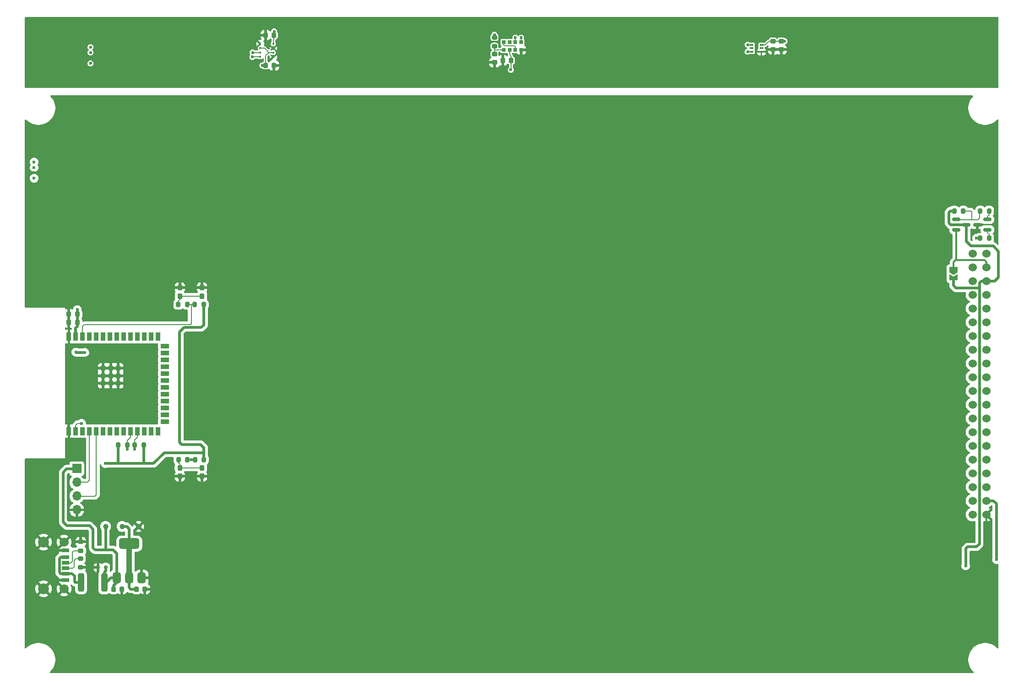
<source format=gbr>
%TF.GenerationSoftware,KiCad,Pcbnew,8.0.9*%
%TF.CreationDate,2025-09-15T10:43:43+02:00*%
%TF.ProjectId,iot_weatherstation_full_vcut,696f745f-7765-4617-9468-657273746174,rev?*%
%TF.SameCoordinates,Original*%
%TF.FileFunction,Copper,L2,Bot*%
%TF.FilePolarity,Positive*%
%FSLAX46Y46*%
G04 Gerber Fmt 4.6, Leading zero omitted, Abs format (unit mm)*
G04 Created by KiCad (PCBNEW 8.0.9) date 2025-09-15 10:43:43*
%MOMM*%
%LPD*%
G01*
G04 APERTURE LIST*
G04 Aperture macros list*
%AMRoundRect*
0 Rectangle with rounded corners*
0 $1 Rounding radius*
0 $2 $3 $4 $5 $6 $7 $8 $9 X,Y pos of 4 corners*
0 Add a 4 corners polygon primitive as box body*
4,1,4,$2,$3,$4,$5,$6,$7,$8,$9,$2,$3,0*
0 Add four circle primitives for the rounded corners*
1,1,$1+$1,$2,$3*
1,1,$1+$1,$4,$5*
1,1,$1+$1,$6,$7*
1,1,$1+$1,$8,$9*
0 Add four rect primitives between the rounded corners*
20,1,$1+$1,$2,$3,$4,$5,0*
20,1,$1+$1,$4,$5,$6,$7,0*
20,1,$1+$1,$6,$7,$8,$9,0*
20,1,$1+$1,$8,$9,$2,$3,0*%
%AMFreePoly0*
4,1,6,1.000000,0.000000,0.500000,-0.750000,-0.500000,-0.750000,-0.500000,0.750000,0.500000,0.750000,1.000000,0.000000,1.000000,0.000000,$1*%
%AMFreePoly1*
4,1,6,0.500000,-0.750000,-0.650000,-0.750000,-0.150000,0.000000,-0.650000,0.750000,0.500000,0.750000,0.500000,-0.750000,0.500000,-0.750000,$1*%
G04 Aperture macros list end*
%TA.AperFunction,ComponentPad*%
%ADD10C,1.524000*%
%TD*%
%TA.AperFunction,SMDPad,CuDef*%
%ADD11RoundRect,0.200000X-0.275000X0.200000X-0.275000X-0.200000X0.275000X-0.200000X0.275000X0.200000X0*%
%TD*%
%TA.AperFunction,SMDPad,CuDef*%
%ADD12RoundRect,0.225000X-0.225000X-0.250000X0.225000X-0.250000X0.225000X0.250000X-0.225000X0.250000X0*%
%TD*%
%TA.AperFunction,SMDPad,CuDef*%
%ADD13RoundRect,0.200000X0.200000X0.275000X-0.200000X0.275000X-0.200000X-0.275000X0.200000X-0.275000X0*%
%TD*%
%TA.AperFunction,SMDPad,CuDef*%
%ADD14RoundRect,0.225000X0.225000X0.275000X-0.225000X0.275000X-0.225000X-0.275000X0.225000X-0.275000X0*%
%TD*%
%TA.AperFunction,SMDPad,CuDef*%
%ADD15RoundRect,0.200000X-0.200000X-0.275000X0.200000X-0.275000X0.200000X0.275000X-0.200000X0.275000X0*%
%TD*%
%TA.AperFunction,SMDPad,CuDef*%
%ADD16RoundRect,0.225000X0.225000X0.250000X-0.225000X0.250000X-0.225000X-0.250000X0.225000X-0.250000X0*%
%TD*%
%TA.AperFunction,SMDPad,CuDef*%
%ADD17RoundRect,0.200000X0.275000X-0.200000X0.275000X0.200000X-0.275000X0.200000X-0.275000X-0.200000X0*%
%TD*%
%TA.AperFunction,SMDPad,CuDef*%
%ADD18RoundRect,0.150000X0.587500X0.150000X-0.587500X0.150000X-0.587500X-0.150000X0.587500X-0.150000X0*%
%TD*%
%TA.AperFunction,SMDPad,CuDef*%
%ADD19R,1.400000X0.700000*%
%TD*%
%TA.AperFunction,SMDPad,CuDef*%
%ADD20R,1.400000X0.760000*%
%TD*%
%TA.AperFunction,SMDPad,CuDef*%
%ADD21R,1.400000X0.800000*%
%TD*%
%TA.AperFunction,ComponentPad*%
%ADD22C,2.010000*%
%TD*%
%TA.AperFunction,ComponentPad*%
%ADD23C,1.700000*%
%TD*%
%TA.AperFunction,SMDPad,CuDef*%
%ADD24R,0.725000X0.700000*%
%TD*%
%TA.AperFunction,SMDPad,CuDef*%
%ADD25C,1.000000*%
%TD*%
%TA.AperFunction,SMDPad,CuDef*%
%ADD26RoundRect,0.375000X0.375000X-0.625000X0.375000X0.625000X-0.375000X0.625000X-0.375000X-0.625000X0*%
%TD*%
%TA.AperFunction,SMDPad,CuDef*%
%ADD27RoundRect,0.500000X1.400000X-0.500000X1.400000X0.500000X-1.400000X0.500000X-1.400000X-0.500000X0*%
%TD*%
%TA.AperFunction,SMDPad,CuDef*%
%ADD28R,0.900000X1.500000*%
%TD*%
%TA.AperFunction,SMDPad,CuDef*%
%ADD29R,1.500000X0.900000*%
%TD*%
%TA.AperFunction,SMDPad,CuDef*%
%ADD30R,0.900000X0.900000*%
%TD*%
%TA.AperFunction,SMDPad,CuDef*%
%ADD31R,0.650000X0.300000*%
%TD*%
%TA.AperFunction,SMDPad,CuDef*%
%ADD32RoundRect,0.225000X-0.250000X0.225000X-0.250000X-0.225000X0.250000X-0.225000X0.250000X0.225000X0*%
%TD*%
%TA.AperFunction,SMDPad,CuDef*%
%ADD33RoundRect,0.150000X0.150000X0.200000X-0.150000X0.200000X-0.150000X-0.200000X0.150000X-0.200000X0*%
%TD*%
%TA.AperFunction,SMDPad,CuDef*%
%ADD34RoundRect,0.100000X0.100000X0.100000X-0.100000X0.100000X-0.100000X-0.100000X0.100000X-0.100000X0*%
%TD*%
%TA.AperFunction,SMDPad,CuDef*%
%ADD35RoundRect,0.225000X-0.225000X-0.275000X0.225000X-0.275000X0.225000X0.275000X-0.225000X0.275000X0*%
%TD*%
%TA.AperFunction,SMDPad,CuDef*%
%ADD36RoundRect,0.150000X-0.587500X-0.150000X0.587500X-0.150000X0.587500X0.150000X-0.587500X0.150000X0*%
%TD*%
%TA.AperFunction,SMDPad,CuDef*%
%ADD37RoundRect,0.250000X0.312500X1.450000X-0.312500X1.450000X-0.312500X-1.450000X0.312500X-1.450000X0*%
%TD*%
%TA.AperFunction,SMDPad,CuDef*%
%ADD38FreePoly0,270.000000*%
%TD*%
%TA.AperFunction,SMDPad,CuDef*%
%ADD39FreePoly1,270.000000*%
%TD*%
%TA.AperFunction,ComponentPad*%
%ADD40R,1.700000X1.700000*%
%TD*%
%TA.AperFunction,ComponentPad*%
%ADD41O,1.700000X1.700000*%
%TD*%
%TA.AperFunction,SMDPad,CuDef*%
%ADD42RoundRect,0.225000X0.250000X-0.225000X0.250000X0.225000X-0.250000X0.225000X-0.250000X-0.225000X0*%
%TD*%
%TA.AperFunction,ViaPad*%
%ADD43C,0.600000*%
%TD*%
%TA.AperFunction,Conductor*%
%ADD44C,0.200000*%
%TD*%
%TA.AperFunction,Conductor*%
%ADD45C,0.500000*%
%TD*%
%TA.AperFunction,Conductor*%
%ADD46C,0.350000*%
%TD*%
%TA.AperFunction,Conductor*%
%ADD47C,1.000000*%
%TD*%
G04 APERTURE END LIST*
D10*
%TO.P,U4,1,NC*%
%TO.N,unconnected-(U4-NC-Pad1)*%
X307534400Y-149956800D03*
%TO.P,U4,2,LED_A*%
%TO.N,LED_A*%
X307534400Y-152496800D03*
%TO.P,U4,3,5V*%
%TO.N,+5V*%
X307534400Y-155036800D03*
%TO.P,U4,4,REST*%
%TO.N,/ESP32/REST*%
X307534400Y-157576800D03*
%TO.P,U4,5,F_CS*%
%TO.N,unconnected-(U4-F_CS-Pad5)*%
X307534400Y-160116800D03*
%TO.P,U4,6,CS*%
%TO.N,/ESP32/CS*%
X307534400Y-162656800D03*
%TO.P,U4,7,DB15*%
%TO.N,unconnected-(U4-DB15-Pad7)*%
X307534400Y-165196800D03*
%TO.P,U4,8,DB14*%
%TO.N,unconnected-(U4-DB14-Pad8)*%
X307534400Y-167736800D03*
%TO.P,U4,9,DB13*%
%TO.N,unconnected-(U4-DB13-Pad9)*%
X307534400Y-170276800D03*
%TO.P,U4,10,DB12*%
%TO.N,unconnected-(U4-DB12-Pad10)*%
X307534400Y-172816800D03*
%TO.P,U4,11,DB11*%
%TO.N,unconnected-(U4-DB11-Pad11)*%
X307534400Y-175356800D03*
%TO.P,U4,12,DB10*%
%TO.N,unconnected-(U4-DB10-Pad12)*%
X307534400Y-177896800D03*
%TO.P,U4,13,DB9*%
%TO.N,unconnected-(U4-DB9-Pad13)*%
X307534400Y-180436800D03*
%TO.P,U4,14,DB8*%
%TO.N,unconnected-(U4-DB8-Pad14)*%
X307534400Y-182976800D03*
%TO.P,U4,15,RD*%
%TO.N,/ESP32/RD*%
X307534400Y-185516800D03*
%TO.P,U4,16,WR*%
%TO.N,/ESP32/WR*%
X307534400Y-188056800D03*
%TO.P,U4,17,RS*%
%TO.N,/ESP32/RS*%
X307534400Y-190596800D03*
%TO.P,U4,18,NC*%
%TO.N,unconnected-(U4-NC-Pad18)*%
X307534400Y-193136800D03*
%TO.P,U4,19,3V3*%
%TO.N,+3V3*%
X307534400Y-195676800D03*
%TO.P,U4,20,GND*%
%TO.N,GND*%
X307534400Y-198216800D03*
%TO.P,U4,21,DB0*%
%TO.N,/ESP32/D0*%
X304994400Y-198216800D03*
%TO.P,U4,22,DB1*%
%TO.N,/ESP32/D1*%
X304994400Y-195676800D03*
%TO.P,U4,23,DB2*%
%TO.N,/ESP32/D2*%
X304994400Y-193136800D03*
%TO.P,U4,24,DB3*%
%TO.N,/ESP32/D3*%
X304994400Y-190596800D03*
%TO.P,U4,25,DB4*%
%TO.N,/ESP32/D4*%
X304994400Y-188056800D03*
%TO.P,U4,26,DB5*%
%TO.N,/ESP32/D5*%
X304994400Y-185516800D03*
%TO.P,U4,27,DB6*%
%TO.N,/ESP32/D6*%
X304994400Y-182976800D03*
%TO.P,U4,28,DB7*%
%TO.N,/ESP32/D7*%
X304994400Y-180436800D03*
%TO.P,U4,29,T_CLK*%
%TO.N,/ESP32/T_CLK*%
X304994400Y-177896800D03*
%TO.P,U4,30,T_CS*%
%TO.N,/ESP32/T_CS*%
X304994400Y-175356800D03*
%TO.P,U4,31,T_DIN*%
%TO.N,/ESP32/T_DIN*%
X304994400Y-172816800D03*
%TO.P,U4,32,NC*%
%TO.N,unconnected-(U4-NC-Pad32)*%
X304994400Y-170276800D03*
%TO.P,U4,33,T_DO*%
%TO.N,/ESP32/T_DO*%
X304994400Y-167736800D03*
%TO.P,U4,34,T_IRQ*%
%TO.N,/ESP32/T_IRQ*%
X304994400Y-165196800D03*
%TO.P,U4,35,SD_DO*%
%TO.N,unconnected-(U4-SD_DO-Pad35)*%
X304994400Y-162656800D03*
%TO.P,U4,36,SD_CLK*%
%TO.N,unconnected-(U4-SD_CLK-Pad36)*%
X304994400Y-160116800D03*
%TO.P,U4,37,SD_DIN*%
%TO.N,unconnected-(U4-SD_DIN-Pad37)*%
X304994400Y-157576800D03*
%TO.P,U4,38,SD_CS*%
%TO.N,unconnected-(U4-SD_CS-Pad38)*%
X304994400Y-155036800D03*
%TO.P,U4,39,NC*%
%TO.N,unconnected-(U4-NC-Pad39)*%
X304994400Y-152496800D03*
%TO.P,U4,40,NC*%
%TO.N,unconnected-(U4-NC-Pad40)*%
X304994400Y-149956800D03*
%TD*%
D11*
%TO.P,R11,1*%
%TO.N,Net-(J1-CC1)*%
X140095903Y-206363200D03*
%TO.P,R11,2*%
%TO.N,GND*%
X140095903Y-208013200D03*
%TD*%
D12*
%TO.P,C5,1*%
%TO.N,+5V*%
X146202400Y-212013800D03*
%TO.P,C5,2*%
%TO.N,GND*%
X147752400Y-212013800D03*
%TD*%
D13*
%TO.P,R9,1*%
%TO.N,Net-(Q2-B)*%
X303288200Y-142113000D03*
%TO.P,R9,2*%
%TO.N,+5V*%
X301638200Y-142113000D03*
%TD*%
D14*
%TO.P,SW1,1,A*%
%TO.N,Net-(SW1-A)*%
X162560000Y-157873600D03*
X158460000Y-157873600D03*
%TO.P,SW1,2,B*%
%TO.N,GND*%
X162560000Y-156273600D03*
X158460000Y-156273600D03*
%TD*%
D15*
%TO.P,R6,1*%
%TO.N,+3V3*%
X147077000Y-185407000D03*
%TO.P,R6,2*%
%TO.N,/BME688/SDA*%
X148727000Y-185407000D03*
%TD*%
D12*
%TO.P,C7,1*%
%TO.N,+3V3*%
X174311763Y-115185585D03*
%TO.P,C7,2*%
%TO.N,GND*%
X175861763Y-115185585D03*
%TD*%
%TO.P,C6,1*%
%TO.N,+3V3*%
X150444200Y-212013800D03*
%TO.P,C6,2*%
%TO.N,GND*%
X151994200Y-212013800D03*
%TD*%
D16*
%TO.P,C3,1*%
%TO.N,+3V3*%
X219704718Y-114248404D03*
%TO.P,C3,2*%
%TO.N,GND*%
X218154718Y-114248404D03*
%TD*%
D15*
%TO.P,R1,1*%
%TO.N,ESP_EN*%
X161221200Y-159385000D03*
%TO.P,R1,2*%
%TO.N,+3V3*%
X162871200Y-159385000D03*
%TD*%
D17*
%TO.P,R10,1*%
%TO.N,Net-(J1-CC2)*%
X140131800Y-204927200D03*
%TO.P,R10,2*%
%TO.N,GND*%
X140131800Y-203277200D03*
%TD*%
D15*
%TO.P,R4,1*%
%TO.N,Net-(SW2-A)*%
X158203000Y-188061600D03*
%TO.P,R4,2*%
%TO.N,BOOT0*%
X159853000Y-188061600D03*
%TD*%
D16*
%TO.P,C1,1*%
%TO.N,+3V3*%
X139482200Y-162724800D03*
%TO.P,C1,2*%
%TO.N,GND*%
X137932200Y-162724800D03*
%TD*%
D18*
%TO.P,Q1,1,C*%
%TO.N,Net-(Q1-C)*%
X307744100Y-143677600D03*
%TO.P,Q1,2,B*%
%TO.N,Net-(Q1-B)*%
X307744100Y-145577600D03*
%TO.P,Q1,3,E*%
%TO.N,GND*%
X305869100Y-144627600D03*
%TD*%
D19*
%TO.P,J1,A5,CC1*%
%TO.N,Net-(J1-CC1)*%
X137338400Y-208143000D03*
D20*
%TO.P,J1,A9,VBUS*%
%TO.N,Net-(F2-Pad2)*%
X137338400Y-206123000D03*
D21*
%TO.P,J1,A12,GND*%
%TO.N,GND*%
X137338400Y-204893000D03*
D19*
%TO.P,J1,B5,CC2*%
%TO.N,Net-(J1-CC2)*%
X137338400Y-207143000D03*
D20*
%TO.P,J1,B9,VBUS*%
%TO.N,Net-(F2-Pad2)*%
X137338400Y-209163000D03*
D21*
%TO.P,J1,B12,GND*%
%TO.N,GND*%
X137338400Y-210393000D03*
D22*
%TO.P,J1,S1,SHIELD*%
X133248400Y-211963000D03*
D23*
X137048400Y-211963000D03*
D22*
X133248400Y-203323000D03*
D23*
X137048400Y-203323000D03*
%TD*%
D24*
%TO.P,IC2,1,GND*%
%TO.N,GND*%
X221555291Y-112309414D03*
%TO.P,IC2,2,Cath(Sens)*%
%TO.N,Net-(IC2-Cath(LED))*%
X220480291Y-112309414D03*
%TO.P,IC2,3,VDD*%
%TO.N,+3V3*%
X219405291Y-112309414D03*
%TO.P,IC2,4,Anode*%
%TO.N,Net-(IC2-Anode)*%
X218330291Y-112309414D03*
%TO.P,IC2,5,Cath(LED)*%
%TO.N,Net-(IC2-Cath(LED))*%
X218330291Y-110909414D03*
%TO.P,IC2,6,INT*%
%TO.N,unconnected-(IC2-INT-Pad6)*%
X219405291Y-110909414D03*
%TO.P,IC2,7,SDA*%
%TO.N,/BME688/SDA*%
X220480291Y-110909414D03*
%TO.P,IC2,8,SCL*%
%TO.N,/BME688/SCL*%
X221555291Y-110909414D03*
%TD*%
D25*
%TO.P,TP1,1,1*%
%TO.N,+5V*%
X144729200Y-200431400D03*
%TD*%
D26*
%TO.P,U1,1,GND*%
%TO.N,GND*%
X151398900Y-209906000D03*
%TO.P,U1,2,VO*%
%TO.N,+3V3*%
X149098900Y-209906000D03*
D27*
X149098900Y-203606000D03*
D26*
%TO.P,U1,3,VI*%
%TO.N,+5V*%
X146798900Y-209906000D03*
%TD*%
D28*
%TO.P,IC1,1,GND_1*%
%TO.N,GND*%
X137945200Y-165316200D03*
%TO.P,IC1,2,3V3*%
%TO.N,+3V3*%
X139215200Y-165316200D03*
%TO.P,IC1,3,EN*%
%TO.N,ESP_EN*%
X140485200Y-165316200D03*
%TO.P,IC1,4,IO4*%
%TO.N,/ESP32/TFT_LED_PWM*%
X141755200Y-165316200D03*
%TO.P,IC1,5,IO5*%
%TO.N,/ESP32/T_IRQ*%
X143025200Y-165316200D03*
%TO.P,IC1,6,IO6*%
%TO.N,/ESP32/T_DO*%
X144295200Y-165316200D03*
%TO.P,IC1,7,IO7*%
%TO.N,/ESP32/T_DIN*%
X145565200Y-165316200D03*
%TO.P,IC1,8,IO15*%
%TO.N,/ESP32/T_CS*%
X146835200Y-165316200D03*
%TO.P,IC1,9,IO16*%
%TO.N,/ESP32/T_CLK*%
X148105200Y-165316200D03*
%TO.P,IC1,10,IO17*%
%TO.N,/ESP32/D7*%
X149375200Y-165316200D03*
%TO.P,IC1,11,IO18*%
%TO.N,/ESP32/D6*%
X150645200Y-165316200D03*
%TO.P,IC1,12,IO8*%
%TO.N,/ESP32/D5*%
X151915200Y-165316200D03*
%TO.P,IC1,13,IO19/USB_D-*%
%TO.N,unconnected-(IC1-IO19{slash}USB_D--Pad13)*%
X153185200Y-165316200D03*
%TO.P,IC1,14,IO20/USB_D+*%
%TO.N,unconnected-(IC1-IO20{slash}USB_D+-Pad14)*%
X154455200Y-165316200D03*
D29*
%TO.P,IC1,15,IO3*%
%TO.N,unconnected-(IC1-IO3-Pad15)*%
X155705200Y-167081200D03*
%TO.P,IC1,16,IO46*%
%TO.N,unconnected-(IC1-IO46-Pad16)*%
X155705200Y-168351200D03*
%TO.P,IC1,17,IO9*%
%TO.N,/ESP32/D4*%
X155705200Y-169621200D03*
%TO.P,IC1,18,IO10*%
%TO.N,/ESP32/D3*%
X155705200Y-170891200D03*
%TO.P,IC1,19,IO11*%
%TO.N,/ESP32/D2*%
X155705200Y-172161200D03*
%TO.P,IC1,20,IO12*%
%TO.N,/ESP32/D1*%
X155705200Y-173431200D03*
%TO.P,IC1,21,IO13*%
%TO.N,/ESP32/D0*%
X155705200Y-174701200D03*
%TO.P,IC1,22,IO14*%
%TO.N,/ESP32/RS*%
X155705200Y-175971200D03*
%TO.P,IC1,23,IO21*%
%TO.N,/ESP32/WR*%
X155705200Y-177241200D03*
%TO.P,IC1,24,IO47*%
%TO.N,unconnected-(IC1-IO47-Pad24)*%
X155705200Y-178511200D03*
%TO.P,IC1,25,IO48*%
%TO.N,unconnected-(IC1-IO48-Pad25)*%
X155705200Y-179781200D03*
%TO.P,IC1,26,IO45*%
%TO.N,unconnected-(IC1-IO45-Pad26)*%
X155705200Y-181051200D03*
D28*
%TO.P,IC1,27,IO0*%
%TO.N,BOOT0*%
X154455200Y-182816200D03*
%TO.P,IC1,28,IO35*%
%TO.N,/ESP32/RD*%
X153185200Y-182816200D03*
%TO.P,IC1,29,IO36*%
%TO.N,unconnected-(IC1-IO36-Pad29)*%
X151915200Y-182816200D03*
%TO.P,IC1,30,IO37*%
%TO.N,/BME688/SCL*%
X150645200Y-182816200D03*
%TO.P,IC1,31,IO38*%
%TO.N,/BME688/SDA*%
X149375200Y-182816200D03*
%TO.P,IC1,32,IO39/MTCK*%
%TO.N,unconnected-(IC1-IO39{slash}MTCK-Pad32)*%
X148105200Y-182816200D03*
%TO.P,IC1,33,IO40/MTDO*%
%TO.N,unconnected-(IC1-IO40{slash}MTDO-Pad33)*%
X146835200Y-182816200D03*
%TO.P,IC1,34,IO41/MTDI*%
%TO.N,unconnected-(IC1-IO41{slash}MTDI-Pad34)*%
X145565200Y-182816200D03*
%TO.P,IC1,35,IO42/MTMS*%
%TO.N,unconnected-(IC1-IO42{slash}MTMS-Pad35)*%
X144295200Y-182816200D03*
%TO.P,IC1,36,RXD0*%
%TO.N,/ESP32/RX0*%
X143025200Y-182816200D03*
%TO.P,IC1,37,TXD0*%
%TO.N,/ESP32/TX0*%
X141755200Y-182816200D03*
%TO.P,IC1,38,IO2*%
%TO.N,/ESP32/CS*%
X140485200Y-182816200D03*
%TO.P,IC1,39,IO1*%
%TO.N,/ESP32/REST*%
X139215200Y-182816200D03*
%TO.P,IC1,40,GND_2*%
%TO.N,GND*%
X137945200Y-182816200D03*
D30*
%TO.P,IC1,41,GND_3*%
X145665200Y-172566200D03*
%TO.P,IC1,42,GND_4*%
X144265200Y-172566200D03*
%TO.P,IC1,43,GND_5*%
X144265200Y-171166200D03*
%TO.P,IC1,44,GND_6*%
X145665200Y-171166200D03*
%TO.P,IC1,45,GND_7*%
X147065200Y-171166200D03*
%TO.P,IC1,46,GND_8*%
X147065200Y-172566200D03*
%TO.P,IC1,47,GND_9*%
X147065200Y-173966200D03*
%TO.P,IC1,48,GND_10*%
X145665200Y-173966200D03*
%TO.P,IC1,49,GND_11*%
X144265200Y-173966200D03*
%TD*%
D31*
%TO.P,U3,1,VDD*%
%TO.N,+3V3*%
X265980669Y-111364015D03*
%TO.P,U3,2,NC*%
%TO.N,unconnected-(U3-NC-Pad2)*%
X265980669Y-112014015D03*
%TO.P,U3,3,GND*%
%TO.N,GND*%
X265980669Y-112664015D03*
%TO.P,U3,4,SCL*%
%TO.N,/BME688/SDA*%
X264180669Y-112664015D03*
%TO.P,U3,5,INT*%
%TO.N,unconnected-(U3-INT-Pad5)*%
X264180669Y-112014015D03*
%TO.P,U3,6,SDA*%
%TO.N,/BME688/SCL*%
X264180669Y-111364015D03*
%TD*%
D32*
%TO.P,C10,1*%
%TO.N,+3V3*%
X269676570Y-110703088D03*
%TO.P,C10,2*%
%TO.N,GND*%
X269676570Y-112253088D03*
%TD*%
D33*
%TO.P,D6,1,A1*%
%TO.N,GND*%
X143332903Y-208001000D03*
%TO.P,D6,2,A2*%
%TO.N,+5V*%
X144732903Y-208001000D03*
%TD*%
D16*
%TO.P,C2,1*%
%TO.N,+3V3*%
X139482200Y-161188400D03*
%TO.P,C2,2*%
%TO.N,GND*%
X137932200Y-161188400D03*
%TD*%
D34*
%TO.P,U2,1,GND*%
%TO.N,GND*%
X173334411Y-111188144D03*
%TO.P,U2,2,CS*%
%TO.N,+3V3*%
X173334411Y-111988144D03*
%TO.P,U2,3,SDI*%
%TO.N,/BME688/SDA*%
X173334411Y-112788144D03*
%TO.P,U2,4,SCK*%
%TO.N,/BME688/SCL*%
X173334411Y-113588144D03*
%TO.P,U2,5,SDO*%
%TO.N,GND*%
X175734411Y-113588144D03*
%TO.P,U2,6,VDDIO*%
%TO.N,+3V3*%
X175734411Y-112788144D03*
%TO.P,U2,7,GND*%
%TO.N,GND*%
X175734411Y-111988144D03*
%TO.P,U2,8,VDD*%
%TO.N,+3V3*%
X175734411Y-111188144D03*
%TD*%
D15*
%TO.P,R7,1*%
%TO.N,/ESP32/TFT_LED_PWM*%
X306413400Y-147142200D03*
%TO.P,R7,2*%
%TO.N,Net-(Q1-B)*%
X308063400Y-147142200D03*
%TD*%
D35*
%TO.P,SW2,1,A*%
%TO.N,Net-(SW2-A)*%
X158452600Y-189573000D03*
X162552600Y-189573000D03*
%TO.P,SW2,2,B*%
%TO.N,GND*%
X158452600Y-191173000D03*
X162552600Y-191173000D03*
%TD*%
D13*
%TO.P,R8,1*%
%TO.N,Net-(Q1-C)*%
X308063400Y-142113000D03*
%TO.P,R8,2*%
%TO.N,Net-(Q2-B)*%
X306413400Y-142113000D03*
%TD*%
%TO.P,R5,1*%
%TO.N,+3V3*%
X151749600Y-185407000D03*
%TO.P,R5,2*%
%TO.N,/BME688/SCL*%
X150099600Y-185407000D03*
%TD*%
D36*
%TO.P,Q2,1,C*%
%TO.N,LED_A*%
X301968000Y-145566400D03*
%TO.P,Q2,2,B*%
%TO.N,Net-(Q2-B)*%
X301968000Y-143666400D03*
%TO.P,Q2,3,E*%
%TO.N,+5V*%
X303843000Y-144616400D03*
%TD*%
D17*
%TO.P,R15,1*%
%TO.N,Net-(IC2-Anode)*%
X216631702Y-111650721D03*
%TO.P,R15,2*%
%TO.N,+3V3*%
X216631702Y-110000721D03*
%TD*%
D32*
%TO.P,C9,1*%
%TO.N,+3V3*%
X268146539Y-110703478D03*
%TO.P,C9,2*%
%TO.N,GND*%
X268146539Y-112253478D03*
%TD*%
D37*
%TO.P,F2,1*%
%TO.N,+5V*%
X144468603Y-210769600D03*
%TO.P,F2,2*%
%TO.N,Net-(F2-Pad2)*%
X140193603Y-210769600D03*
%TD*%
D15*
%TO.P,R2,1*%
%TO.N,BOOT0*%
X161239200Y-188061600D03*
%TO.P,R2,2*%
%TO.N,+3V3*%
X162889200Y-188061600D03*
%TD*%
D38*
%TO.P,JP1,1,A*%
%TO.N,LED_A*%
X301472600Y-152984200D03*
D39*
%TO.P,JP1,2,B*%
%TO.N,+5V*%
X301472600Y-154434200D03*
%TD*%
D25*
%TO.P,TP3,1,1*%
%TO.N,GND*%
X150829200Y-200431400D03*
%TD*%
D40*
%TO.P,J2,1,Pin_1*%
%TO.N,+5V*%
X139395200Y-189738000D03*
D41*
%TO.P,J2,2,Pin_2*%
%TO.N,/ESP32/TX0*%
X139395200Y-192278000D03*
%TO.P,J2,3,Pin_3*%
%TO.N,/ESP32/RX0*%
X139395200Y-194818000D03*
%TO.P,J2,4,Pin_4*%
%TO.N,GND*%
X139395200Y-197358000D03*
%TD*%
D25*
%TO.P,TP2,1,1*%
%TO.N,+3V3*%
X147779200Y-200431400D03*
%TD*%
D42*
%TO.P,C4,1*%
%TO.N,GND*%
X216632342Y-114622561D03*
%TO.P,C4,2*%
%TO.N,Net-(IC2-Anode)*%
X216632342Y-113072561D03*
%TD*%
D15*
%TO.P,R3,1*%
%TO.N,Net-(SW1-A)*%
X158173200Y-159385000D03*
%TO.P,R3,2*%
%TO.N,ESP_EN*%
X159823200Y-159385000D03*
%TD*%
D16*
%TO.P,C8,1*%
%TO.N,+3V3*%
X175862866Y-109573267D03*
%TO.P,C8,2*%
%TO.N,GND*%
X174312866Y-109573267D03*
%TD*%
D43*
%TO.N,GND*%
X305714400Y-212098457D03*
X147752400Y-212013800D03*
X147065200Y-173966200D03*
X305714400Y-208288457D03*
X304444400Y-210828457D03*
X144265200Y-171166200D03*
X306984400Y-210828457D03*
X309295800Y-209550000D03*
X307534400Y-208280000D03*
X309295800Y-210845400D03*
X140131800Y-202705200D03*
X143347103Y-207391400D03*
X306984400Y-212098457D03*
X305714400Y-209558457D03*
X145849381Y-110487540D03*
X308254400Y-210828457D03*
X147065200Y-171166200D03*
X135382000Y-137337800D03*
X303199800Y-163525200D03*
X147065200Y-172566200D03*
X305714400Y-210828457D03*
X137894400Y-181825600D03*
X145665200Y-171166200D03*
X131507000Y-135037800D03*
X144265200Y-173966200D03*
X308254400Y-209550000D03*
X137338400Y-210393000D03*
X137338400Y-204893000D03*
X151398900Y-209906000D03*
X306292700Y-144638800D03*
X145665200Y-172566200D03*
X309295800Y-208280000D03*
X306984400Y-209550000D03*
X304444400Y-209558457D03*
X135344400Y-131699000D03*
X141974381Y-113787540D03*
X144265200Y-172566200D03*
X162560000Y-156273600D03*
X309295800Y-212090000D03*
X137972800Y-167055800D03*
X150829200Y-200431400D03*
X162552600Y-191173000D03*
X145665200Y-173966200D03*
X140208000Y-159207200D03*
X304444400Y-212098457D03*
X145849381Y-116087540D03*
X158452600Y-191173000D03*
X308254400Y-212098457D03*
X151994200Y-212013800D03*
X158460000Y-156273600D03*
X141401800Y-207975200D03*
%TO.N,+3V3*%
X216631583Y-109510940D03*
X219636381Y-115989740D03*
X131507000Y-136049800D03*
X139496800Y-160324800D03*
X140881000Y-168249600D03*
X309438461Y-206568461D03*
X144653000Y-188798200D03*
X270233183Y-110690740D03*
X139217400Y-168198800D03*
X141926097Y-114798802D03*
X149098900Y-203606000D03*
X173713181Y-115201740D03*
X175877383Y-108887340D03*
%TO.N,+5V*%
X303733200Y-207725400D03*
X146798900Y-209906000D03*
%TO.N,/ESP32/D7*%
X149375200Y-165316200D03*
%TO.N,/ESP32/T_DIN*%
X145565200Y-165316200D03*
%TO.N,/ESP32/RS*%
X155705200Y-175971200D03*
%TO.N,/ESP32/WR*%
X155705200Y-177241200D03*
%TO.N,/ESP32/D6*%
X150645200Y-165316200D03*
%TO.N,/ESP32/T_CLK*%
X148105200Y-165316200D03*
%TO.N,BOOT0*%
X154457400Y-182816200D03*
X160553400Y-188061600D03*
%TO.N,/ESP32/D2*%
X155705200Y-172161200D03*
%TO.N,/ESP32/D0*%
X155705200Y-174701200D03*
%TO.N,/ESP32/D5*%
X151915200Y-165316200D03*
%TO.N,/ESP32/RD*%
X153185200Y-182816200D03*
%TO.N,/ESP32/TFT_LED_PWM*%
X305739800Y-147142200D03*
X141755200Y-165316200D03*
%TO.N,/ESP32/D3*%
X155705200Y-170891200D03*
%TO.N,/ESP32/T_CS*%
X146835200Y-165316200D03*
%TO.N,/ESP32/D4*%
X155705200Y-169621200D03*
%TO.N,/ESP32/REST*%
X140284200Y-181381400D03*
%TO.N,/BME688/SCL*%
X171858981Y-113611740D03*
X150114000Y-186131200D03*
X221541381Y-110030340D03*
X263425981Y-111351140D03*
X131507000Y-133049800D03*
X141940983Y-111793340D03*
%TO.N,/ESP32/T_IRQ*%
X143025200Y-165316200D03*
%TO.N,/ESP32/CS*%
X140485200Y-182816200D03*
%TO.N,/ESP32/D1*%
X155705200Y-173431200D03*
%TO.N,/ESP32/T_DO*%
X144295200Y-165316200D03*
%TO.N,/BME688/SDA*%
X141935200Y-112793340D03*
X220474581Y-110030340D03*
X131507000Y-134049800D03*
X148742400Y-186131200D03*
X171909781Y-112788740D03*
X263425981Y-112646540D03*
%TD*%
D44*
%TO.N,GND*%
X141363800Y-208013200D02*
X141401800Y-207975200D01*
D45*
X137932200Y-162724800D02*
X137932200Y-161188400D01*
D44*
X140095903Y-208013200D02*
X141363800Y-208013200D01*
X137945200Y-182816200D02*
X137945200Y-181876400D01*
X137945200Y-181876400D02*
X137894400Y-181825600D01*
D46*
X307534400Y-208280000D02*
X307534400Y-199923400D01*
X307534400Y-199923400D02*
X307534400Y-198216800D01*
D44*
X140131800Y-203277200D02*
X140131800Y-202705200D01*
D46*
X135344400Y-131769200D02*
X135344400Y-131699000D01*
D44*
X143332903Y-208001000D02*
X143332903Y-207405600D01*
X137945200Y-165316200D02*
X137945200Y-167028200D01*
D46*
X135344400Y-131555400D02*
X135331200Y-131542200D01*
D44*
X137932200Y-159527200D02*
X137932200Y-161188400D01*
X140208000Y-159207200D02*
X138252200Y-159207200D01*
D46*
X135344400Y-131699000D02*
X135344400Y-131555400D01*
D44*
X137945200Y-167028200D02*
X137972800Y-167055800D01*
X138252200Y-159207200D02*
X137932200Y-159527200D01*
X143332903Y-207405600D02*
X143347103Y-207391400D01*
D45*
%TO.N,+3V3*%
X139482200Y-160339400D02*
X139496800Y-160324800D01*
D44*
X175737383Y-110449740D02*
X175864983Y-110322140D01*
D45*
X149365000Y-212013800D02*
X149098900Y-211747700D01*
X139215200Y-163740800D02*
X139215200Y-165316200D01*
X147077000Y-186029800D02*
X147089200Y-186042000D01*
D44*
X174314983Y-115186540D02*
X173728381Y-115186540D01*
D45*
X147089200Y-188798200D02*
X147089200Y-186042000D01*
X139268200Y-168249600D02*
X139217400Y-168198800D01*
D44*
X219705383Y-113473740D02*
X219408383Y-113176740D01*
D45*
X153593800Y-188798200D02*
X151130000Y-188798200D01*
X140881000Y-168249600D02*
X139268200Y-168249600D01*
X151749600Y-185407000D02*
X151749600Y-186028800D01*
D44*
X174099583Y-111986340D02*
X174899583Y-112786340D01*
X270220783Y-110703140D02*
X270233183Y-110690740D01*
D45*
X147779200Y-200431400D02*
X148615400Y-200431400D01*
X139482200Y-163473800D02*
X139482200Y-162724800D01*
D44*
X267375983Y-110703140D02*
X266717783Y-111361340D01*
D45*
X308884600Y-195676800D02*
X307534400Y-195676800D01*
X309422800Y-206552800D02*
X309422800Y-196215000D01*
X147077000Y-185407000D02*
X147077000Y-186029800D01*
X158369000Y-184886600D02*
X158775400Y-185293000D01*
D44*
X269674383Y-110703140D02*
X270220783Y-110703140D01*
D47*
X149098900Y-209906000D02*
X149098900Y-203606000D01*
D44*
X219705383Y-115920738D02*
X219705383Y-114246540D01*
D45*
X155575000Y-186817000D02*
X153593800Y-188798200D01*
D44*
X219705383Y-114246540D02*
X219705383Y-113473740D01*
X175864983Y-109573140D02*
X175864983Y-108899740D01*
X175737383Y-111186340D02*
X175737383Y-110449740D01*
D45*
X144653000Y-188798200D02*
X151130000Y-188798200D01*
X162889200Y-186968400D02*
X162737800Y-186817000D01*
X151749600Y-186028800D02*
X151765000Y-186044200D01*
X158369000Y-164465000D02*
X158369000Y-184886600D01*
X144653000Y-188798200D02*
X147089200Y-188798200D01*
X139482200Y-162724800D02*
X139482200Y-161188400D01*
X309422800Y-196215000D02*
X308884600Y-195676800D01*
X158775400Y-185293000D02*
X162280600Y-185293000D01*
X162871200Y-159385000D02*
X162871200Y-163163200D01*
X309438461Y-206568461D02*
X309422800Y-206552800D01*
D44*
X266717783Y-111361340D02*
X265982183Y-111361340D01*
X174899583Y-112786340D02*
X175737383Y-112786340D01*
D45*
X139215200Y-163740800D02*
X139482200Y-163473800D01*
D44*
X216631583Y-109994540D02*
X216631583Y-109510940D01*
X268150383Y-110703140D02*
X267375983Y-110703140D01*
X174314983Y-115186540D02*
X174314983Y-113370940D01*
X173337383Y-111986340D02*
X174099583Y-111986340D01*
D45*
X162280600Y-185293000D02*
X162889200Y-185901600D01*
X162889200Y-185901600D02*
X162889200Y-188061600D01*
D44*
X175864983Y-110322140D02*
X175864983Y-109573140D01*
X173728381Y-115186540D02*
X173713181Y-115201740D01*
D45*
X150444200Y-212013800D02*
X149365000Y-212013800D01*
X151130000Y-188798200D02*
X151765000Y-188798200D01*
X149098900Y-211747700D02*
X149098900Y-209906000D01*
D44*
X219636381Y-115989740D02*
X219705383Y-115920738D01*
D45*
X162737800Y-186817000D02*
X155575000Y-186817000D01*
D44*
X269674383Y-110703140D02*
X268150383Y-110703140D01*
D45*
X162413200Y-163621200D02*
X159212800Y-163621200D01*
X162871200Y-163163200D02*
X162413200Y-163621200D01*
X148615400Y-200431400D02*
X149098900Y-200914900D01*
D44*
X175864983Y-108899740D02*
X175877383Y-108887340D01*
D45*
X159212800Y-163621200D02*
X158369000Y-164465000D01*
D44*
X219408383Y-113176740D02*
X219408383Y-112304940D01*
D45*
X151765000Y-188798200D02*
X151765000Y-186044200D01*
D44*
X174314983Y-113370940D02*
X174899583Y-112786340D01*
D45*
X139482200Y-161188400D02*
X139482200Y-160339400D01*
X162889200Y-188061600D02*
X162889200Y-186968400D01*
X149098900Y-200914900D02*
X149098900Y-203606000D01*
D44*
%TO.N,Net-(IC2-Anode)*%
X216631583Y-111644540D02*
X216631583Y-112304940D01*
X218333383Y-112304940D02*
X216631583Y-112304940D01*
X216631583Y-112304940D02*
X216631583Y-113067140D01*
D45*
%TO.N,+5V*%
X306273200Y-156311600D02*
X301929800Y-156311600D01*
X144468603Y-210769600D02*
X144855800Y-210769600D01*
X146202400Y-211341000D02*
X146798900Y-210744500D01*
X144729200Y-204749400D02*
X146100800Y-204749400D01*
X304063400Y-204216000D02*
X305739800Y-204216000D01*
X137566400Y-200304400D02*
X141757400Y-200304400D01*
X145719400Y-209906000D02*
X146798900Y-209906000D01*
X303733200Y-207725400D02*
X303733200Y-204546200D01*
X303860200Y-144633600D02*
X303843000Y-144616400D01*
X136855200Y-199593200D02*
X137566400Y-200304400D01*
X136855200Y-190449200D02*
X136855200Y-199593200D01*
X306273200Y-156311600D02*
X306273200Y-155422600D01*
X306273200Y-155422600D02*
X306659000Y-155036800D01*
X144468603Y-208911500D02*
X144732903Y-208647200D01*
X146100800Y-204749400D02*
X146798900Y-205447500D01*
X303733200Y-204546200D02*
X304063400Y-204216000D01*
X144732903Y-208647200D02*
X144732903Y-208001000D01*
X309761400Y-154355800D02*
X309761400Y-149538200D01*
X300863000Y-142113000D02*
X301638200Y-142113000D01*
X306659000Y-155036800D02*
X307534400Y-155036800D01*
X139344400Y-189788800D02*
X137515600Y-189788800D01*
X308813200Y-148590000D02*
X304723800Y-148590000D01*
X141757400Y-200304400D02*
X142417800Y-200964800D01*
X144468603Y-210769600D02*
X144468603Y-208911500D01*
X137515600Y-189788800D02*
X136855200Y-190449200D01*
X146202400Y-212013800D02*
X146202400Y-211341000D01*
X142773400Y-204749400D02*
X144729200Y-204749400D01*
X301929800Y-156311600D02*
X301472600Y-155854400D01*
X309761400Y-149538200D02*
X308813200Y-148590000D01*
X304723800Y-148590000D02*
X303860200Y-147726400D01*
X300609000Y-144297400D02*
X300609000Y-142367000D01*
X305739800Y-204216000D02*
X306273200Y-203682600D01*
X306273200Y-203682600D02*
X306273200Y-156311600D01*
X142417800Y-204393800D02*
X142773400Y-204749400D01*
X300609000Y-142367000D02*
X300863000Y-142113000D01*
X142417800Y-200964800D02*
X142417800Y-204393800D01*
X144855800Y-210769600D02*
X145719400Y-209906000D01*
X300939200Y-144627600D02*
X300609000Y-144297400D01*
X301472600Y-155854400D02*
X301472600Y-154439103D01*
X144729200Y-200431400D02*
X144729200Y-204749400D01*
X303843000Y-144616400D02*
X303831800Y-144627600D01*
X303831800Y-144627600D02*
X300939200Y-144627600D01*
X139395200Y-189738000D02*
X139344400Y-189788800D01*
X146798900Y-210744500D02*
X146798900Y-209906000D01*
X307534400Y-155036800D02*
X309080400Y-155036800D01*
X303860200Y-147726400D02*
X303860200Y-144633600D01*
X309080400Y-155036800D02*
X309761400Y-154355800D01*
X146798900Y-205447500D02*
X146798900Y-209906000D01*
%TO.N,Net-(F2-Pad2)*%
X136188400Y-206343000D02*
X136188400Y-208943000D01*
X137338400Y-209163000D02*
X138525600Y-209163000D01*
X139116200Y-210769600D02*
X140193603Y-210769600D01*
X136188400Y-208943000D02*
X136408400Y-209163000D01*
X138963400Y-209600800D02*
X138963400Y-210616800D01*
X138525600Y-209163000D02*
X138963400Y-209600800D01*
X138963400Y-210616800D02*
X139116200Y-210769600D01*
X136408400Y-209163000D02*
X137338400Y-209163000D01*
X136408400Y-206123000D02*
X136188400Y-206343000D01*
X137338400Y-206123000D02*
X136408400Y-206123000D01*
D44*
%TO.N,BOOT0*%
X154455200Y-182816200D02*
X154457400Y-182816200D01*
X161239200Y-188061600D02*
X160553400Y-188061600D01*
X160553400Y-188061600D02*
X159853000Y-188061600D01*
%TO.N,/ESP32/RX0*%
X143025200Y-194591600D02*
X142748000Y-194868800D01*
X143025200Y-182816200D02*
X143025200Y-194591600D01*
X139446000Y-194868800D02*
X139395200Y-194818000D01*
X142748000Y-194868800D02*
X139446000Y-194868800D01*
%TO.N,/ESP32/TX0*%
X141755200Y-182816200D02*
X141755200Y-191924600D01*
X141401800Y-192278000D02*
X139395200Y-192278000D01*
X141755200Y-191924600D02*
X141401800Y-192278000D01*
%TO.N,/ESP32/TFT_LED_PWM*%
X305739800Y-147142200D02*
X306413400Y-147142200D01*
%TO.N,ESP_EN*%
X160578800Y-162915600D02*
X160553400Y-162890200D01*
X160553400Y-159385000D02*
X159823200Y-159385000D01*
X140792200Y-163144200D02*
X160350200Y-163144200D01*
X140485200Y-165316200D02*
X140485200Y-163451200D01*
X160350200Y-163144200D02*
X160578800Y-162915600D01*
X160553400Y-162890200D02*
X160553400Y-159385000D01*
X161221200Y-159385000D02*
X160553400Y-159385000D01*
X140485200Y-163451200D02*
X140792200Y-163144200D01*
%TO.N,/ESP32/REST*%
X139215200Y-182816200D02*
X139215200Y-181713800D01*
X139547600Y-181381400D02*
X140284200Y-181381400D01*
X139215200Y-181713800D02*
X139547600Y-181381400D01*
%TO.N,/BME688/SCL*%
X150099600Y-186116800D02*
X150114000Y-186131200D01*
X264171983Y-111351140D02*
X264182183Y-111361340D01*
X173311983Y-113611740D02*
X173337383Y-113586340D01*
X150645200Y-183908400D02*
X150099600Y-184454000D01*
X150099600Y-185407000D02*
X150099600Y-186116800D01*
X150645200Y-182816200D02*
X150645200Y-183908400D01*
X221541381Y-110887938D02*
X221558383Y-110904940D01*
X171858981Y-113611740D02*
X173311983Y-113611740D01*
X150099600Y-184454000D02*
X150099600Y-185407000D01*
X263425981Y-111351140D02*
X264171983Y-111351140D01*
X221541381Y-110030340D02*
X221541381Y-110887938D01*
%TO.N,Net-(J1-CC1)*%
X139280000Y-206363200D02*
X140095903Y-206363200D01*
X137338400Y-208143000D02*
X138668600Y-208143000D01*
X138909400Y-206733800D02*
X139280000Y-206363200D01*
X138668600Y-208143000D02*
X138909400Y-207902200D01*
X138909400Y-207902200D02*
X138909400Y-206733800D01*
%TO.N,Net-(J1-CC2)*%
X137338400Y-207143000D02*
X137383200Y-207187800D01*
X138277600Y-207187800D02*
X138582400Y-206883000D01*
X138582400Y-206883000D02*
X138582400Y-205155800D01*
X138582400Y-205155800D02*
X138811000Y-204927200D01*
X137383200Y-207187800D02*
X138277600Y-207187800D01*
X138811000Y-204927200D02*
X140131800Y-204927200D01*
%TO.N,Net-(SW1-A)*%
X162560000Y-157873600D02*
X158460000Y-157873600D01*
X158460000Y-158488600D02*
X158460000Y-157873600D01*
X158173200Y-158775400D02*
X158460000Y-158488600D01*
X158173200Y-159385000D02*
X158173200Y-158775400D01*
%TO.N,Net-(SW2-A)*%
X158203000Y-188683000D02*
X158203000Y-188061600D01*
X158452600Y-189573000D02*
X158452600Y-188932600D01*
X162552600Y-189573000D02*
X158452600Y-189573000D01*
X158452600Y-188932600D02*
X158203000Y-188683000D01*
%TO.N,Net-(Q1-C)*%
X308063400Y-142812000D02*
X308063400Y-142113000D01*
X307744100Y-143677600D02*
X307744100Y-143131300D01*
X307744100Y-143131300D02*
X308063400Y-142812000D01*
%TO.N,Net-(Q1-B)*%
X308063400Y-146392400D02*
X308063400Y-147142200D01*
X307744100Y-145577600D02*
X307744100Y-146073100D01*
X307744100Y-146073100D02*
X308063400Y-146392400D01*
D46*
%TO.N,LED_A*%
X302006000Y-151206200D02*
X307238400Y-151206200D01*
X301955200Y-151155400D02*
X301955200Y-145579200D01*
X302006000Y-151206200D02*
X301955200Y-151155400D01*
X301472600Y-151587200D02*
X301853600Y-151206200D01*
X301853600Y-151206200D02*
X302006000Y-151206200D01*
X301955200Y-145579200D02*
X301968000Y-145566400D01*
X307534400Y-151502200D02*
X307534400Y-152496800D01*
X307238400Y-151206200D02*
X307534400Y-151502200D01*
X301472600Y-152984200D02*
X301472600Y-151587200D01*
D44*
%TO.N,Net-(Q2-B)*%
X304876200Y-142290800D02*
X304876200Y-143687800D01*
X306273200Y-143357600D02*
X306273200Y-142253200D01*
X305943000Y-143687800D02*
X306273200Y-143357600D01*
X304698400Y-142113000D02*
X304876200Y-142290800D01*
X303288200Y-142113000D02*
X304698400Y-142113000D01*
X306273200Y-142253200D02*
X306413400Y-142113000D01*
X301968000Y-143666400D02*
X301989400Y-143687800D01*
X301989400Y-143687800D02*
X305943000Y-143687800D01*
%TO.N,/BME688/SDA*%
X148727000Y-184556600D02*
X148727000Y-185407000D01*
X264167383Y-112646540D02*
X264182183Y-112661340D01*
X220474581Y-110030340D02*
X220474581Y-110896138D01*
X220474581Y-110896138D02*
X220483383Y-110904940D01*
X171909781Y-112788740D02*
X173334983Y-112788740D01*
X148727000Y-186115800D02*
X148742400Y-186131200D01*
X149375200Y-183908400D02*
X148727000Y-184556600D01*
X263425981Y-112646540D02*
X264167383Y-112646540D01*
X173334983Y-112788740D02*
X173337383Y-112786340D01*
X148727000Y-185407000D02*
X148727000Y-186115800D01*
X149375200Y-182816200D02*
X149375200Y-183908400D01*
%TO.N,Net-(IC2-Cath(LED))*%
X220483383Y-112304940D02*
X220483383Y-111684740D01*
X220483383Y-111684740D02*
X220380843Y-111582200D01*
X218333383Y-111439740D02*
X218333383Y-110904940D01*
X220380843Y-111582200D02*
X218475843Y-111582200D01*
X218475843Y-111582200D02*
X218333383Y-111439740D01*
%TD*%
%TA.AperFunction,Conductor*%
%TO.N,GND*%
G36*
X305036698Y-120745893D02*
G01*
X305082453Y-120798697D01*
X305092397Y-120867856D01*
X305063372Y-120931412D01*
X305057341Y-120937890D01*
X304994485Y-121000746D01*
X304777372Y-121272998D01*
X304777371Y-121273000D01*
X304592092Y-121567869D01*
X304440999Y-121881617D01*
X304325985Y-122210307D01*
X304325982Y-122210315D01*
X304248491Y-122549829D01*
X304248489Y-122549841D01*
X304209500Y-122895875D01*
X304209500Y-123244124D01*
X304248489Y-123590158D01*
X304248491Y-123590170D01*
X304325982Y-123929684D01*
X304325985Y-123929692D01*
X304440999Y-124258382D01*
X304592092Y-124572130D01*
X304777371Y-124866999D01*
X304777372Y-124867001D01*
X304994487Y-125139256D01*
X305240743Y-125385512D01*
X305512998Y-125602627D01*
X305513001Y-125602628D01*
X305513003Y-125602630D01*
X305807867Y-125787906D01*
X306121621Y-125939002D01*
X306368488Y-126025384D01*
X306450307Y-126054014D01*
X306450315Y-126054017D01*
X306450318Y-126054017D01*
X306450319Y-126054018D01*
X306789829Y-126131509D01*
X307135876Y-126170499D01*
X307135877Y-126170500D01*
X307135880Y-126170500D01*
X307484123Y-126170500D01*
X307484123Y-126170499D01*
X307830171Y-126131509D01*
X308169681Y-126054018D01*
X308498379Y-125939002D01*
X308812133Y-125787906D01*
X309106997Y-125602630D01*
X309107001Y-125602627D01*
X309379256Y-125385512D01*
X309379258Y-125385509D01*
X309379263Y-125385506D01*
X309601726Y-125163042D01*
X309663047Y-125129559D01*
X309732738Y-125134543D01*
X309788672Y-125176414D01*
X309813089Y-125241879D01*
X309813405Y-125250728D01*
X309812845Y-148228917D01*
X309793159Y-148295956D01*
X309740354Y-148341710D01*
X309671195Y-148351651D01*
X309607640Y-148322625D01*
X309601164Y-148316595D01*
X309291620Y-148007051D01*
X309199221Y-147945313D01*
X309199212Y-147945307D01*
X309168695Y-147924916D01*
X309168693Y-147924915D01*
X309168690Y-147924913D01*
X309032117Y-147868343D01*
X309032108Y-147868340D01*
X309001993Y-147862350D01*
X308940082Y-147829964D01*
X308905509Y-147769247D01*
X308907799Y-147703847D01*
X308957486Y-147544396D01*
X308963900Y-147473816D01*
X308963900Y-146810584D01*
X308957486Y-146740004D01*
X308906878Y-146577594D01*
X308818872Y-146432015D01*
X308818870Y-146432013D01*
X308818869Y-146432011D01*
X308770683Y-146383825D01*
X308737198Y-146322502D01*
X308742182Y-146252810D01*
X308770681Y-146208464D01*
X308849681Y-146129465D01*
X308933344Y-145987998D01*
X308979198Y-145830169D01*
X308982100Y-145793294D01*
X308982100Y-145361906D01*
X308979198Y-145325031D01*
X308975735Y-145313112D01*
X308933345Y-145167206D01*
X308933344Y-145167203D01*
X308933344Y-145167202D01*
X308849681Y-145025735D01*
X308849679Y-145025733D01*
X308849676Y-145025729D01*
X308733470Y-144909523D01*
X308733462Y-144909517D01*
X308591996Y-144825855D01*
X308591993Y-144825854D01*
X308434173Y-144780002D01*
X308434167Y-144780001D01*
X308397301Y-144777100D01*
X308397294Y-144777100D01*
X307090906Y-144777100D01*
X307090898Y-144777100D01*
X307054032Y-144780001D01*
X307054026Y-144780002D01*
X306896206Y-144825854D01*
X306896203Y-144825855D01*
X306837906Y-144860332D01*
X306774785Y-144877600D01*
X306119100Y-144877600D01*
X306119100Y-145427600D01*
X306382100Y-145427600D01*
X306449139Y-145447285D01*
X306494894Y-145500089D01*
X306506100Y-145551600D01*
X306506100Y-145793301D01*
X306509001Y-145830167D01*
X306509002Y-145830173D01*
X306554854Y-145987993D01*
X306557214Y-145993446D01*
X306565778Y-146062789D01*
X306535492Y-146125754D01*
X306475973Y-146162350D01*
X306443416Y-146166700D01*
X306156784Y-146166700D01*
X306137545Y-146168448D01*
X306086207Y-146173113D01*
X305923793Y-146223722D01*
X305778213Y-146311729D01*
X305775197Y-146314092D01*
X305772436Y-146315221D01*
X305771797Y-146315608D01*
X305771736Y-146315507D01*
X305712613Y-146339697D01*
X305560549Y-146356830D01*
X305560545Y-146356831D01*
X305390276Y-146416411D01*
X305237537Y-146512384D01*
X305109984Y-146639937D01*
X305014011Y-146792676D01*
X304954431Y-146962945D01*
X304954430Y-146962950D01*
X304934235Y-147142196D01*
X304934235Y-147142203D01*
X304954430Y-147321449D01*
X304954432Y-147321457D01*
X305010653Y-147482127D01*
X305014214Y-147551905D01*
X304979485Y-147612533D01*
X304917492Y-147644760D01*
X304847916Y-147638355D01*
X304805930Y-147610762D01*
X304647019Y-147451851D01*
X304613534Y-147390528D01*
X304610700Y-147364170D01*
X304610700Y-145484301D01*
X304630385Y-145417262D01*
X304683189Y-145371507D01*
X304685455Y-145370499D01*
X304690892Y-145368145D01*
X304690898Y-145368144D01*
X304783954Y-145313110D01*
X304851673Y-145295929D01*
X304910192Y-145313112D01*
X305021403Y-145378882D01*
X305021406Y-145378883D01*
X305179104Y-145424699D01*
X305179110Y-145424700D01*
X305215950Y-145427599D01*
X305215966Y-145427600D01*
X305619100Y-145427600D01*
X305619100Y-144751600D01*
X305638785Y-144684561D01*
X305691589Y-144638806D01*
X305743100Y-144627600D01*
X305869100Y-144627600D01*
X305869100Y-144501600D01*
X305888785Y-144434561D01*
X305941589Y-144388806D01*
X305993100Y-144377600D01*
X306774785Y-144377600D01*
X306837906Y-144394868D01*
X306896202Y-144429344D01*
X306914159Y-144434561D01*
X307054026Y-144475197D01*
X307054029Y-144475197D01*
X307054031Y-144475198D01*
X307090906Y-144478100D01*
X307090914Y-144478100D01*
X308397286Y-144478100D01*
X308397294Y-144478100D01*
X308434169Y-144475198D01*
X308434171Y-144475197D01*
X308434173Y-144475197D01*
X308475791Y-144463105D01*
X308591998Y-144429344D01*
X308733465Y-144345681D01*
X308849681Y-144229465D01*
X308933344Y-144087998D01*
X308979198Y-143930169D01*
X308982100Y-143893294D01*
X308982100Y-143461906D01*
X308979198Y-143425031D01*
X308933344Y-143267202D01*
X308849681Y-143125735D01*
X308849679Y-143125733D01*
X308849676Y-143125729D01*
X308770683Y-143046736D01*
X308737198Y-142985413D01*
X308742182Y-142915721D01*
X308770684Y-142871373D01*
X308818869Y-142823188D01*
X308818872Y-142823185D01*
X308906878Y-142677606D01*
X308957486Y-142515196D01*
X308963900Y-142444616D01*
X308963900Y-141781384D01*
X308957486Y-141710804D01*
X308906878Y-141548394D01*
X308818872Y-141402815D01*
X308818870Y-141402813D01*
X308818869Y-141402811D01*
X308698588Y-141282530D01*
X308553006Y-141194522D01*
X308390596Y-141143914D01*
X308390594Y-141143913D01*
X308390592Y-141143913D01*
X308341178Y-141139423D01*
X308320016Y-141137500D01*
X307806784Y-141137500D01*
X307787545Y-141139248D01*
X307736207Y-141143913D01*
X307573793Y-141194522D01*
X307428211Y-141282530D01*
X307428210Y-141282531D01*
X307326081Y-141384661D01*
X307264758Y-141418146D01*
X307195066Y-141413162D01*
X307150719Y-141384661D01*
X307048588Y-141282530D01*
X306903006Y-141194522D01*
X306740596Y-141143914D01*
X306740594Y-141143913D01*
X306740592Y-141143913D01*
X306691178Y-141139423D01*
X306670016Y-141137500D01*
X306156784Y-141137500D01*
X306137545Y-141139248D01*
X306086207Y-141143913D01*
X305923793Y-141194522D01*
X305778211Y-141282530D01*
X305657930Y-141402811D01*
X305569922Y-141548393D01*
X305519313Y-141710807D01*
X305512899Y-141781390D01*
X305512772Y-141784201D01*
X305511362Y-141784136D01*
X305493215Y-141845940D01*
X305440411Y-141891695D01*
X305371253Y-141901639D01*
X305307697Y-141872614D01*
X305301219Y-141866582D01*
X305240597Y-141805960D01*
X305240574Y-141805939D01*
X305185990Y-141751355D01*
X305185988Y-141751352D01*
X305067117Y-141632481D01*
X305067116Y-141632480D01*
X304980304Y-141582360D01*
X304980304Y-141582359D01*
X304980300Y-141582358D01*
X304930185Y-141553423D01*
X304777457Y-141512499D01*
X304619343Y-141512499D01*
X304611747Y-141512499D01*
X304611731Y-141512500D01*
X304179915Y-141512500D01*
X304112876Y-141492815D01*
X304073798Y-141452650D01*
X304070938Y-141447919D01*
X304043672Y-141402815D01*
X304043670Y-141402813D01*
X304043669Y-141402811D01*
X303923388Y-141282530D01*
X303777806Y-141194522D01*
X303615396Y-141143914D01*
X303615394Y-141143913D01*
X303615392Y-141143913D01*
X303565978Y-141139423D01*
X303544816Y-141137500D01*
X303031584Y-141137500D01*
X303012345Y-141139248D01*
X302961007Y-141143913D01*
X302798593Y-141194522D01*
X302653011Y-141282530D01*
X302653010Y-141282531D01*
X302550881Y-141384661D01*
X302489558Y-141418146D01*
X302419866Y-141413162D01*
X302375519Y-141384661D01*
X302273388Y-141282530D01*
X302127806Y-141194522D01*
X301965396Y-141143914D01*
X301965394Y-141143913D01*
X301965392Y-141143913D01*
X301915978Y-141139423D01*
X301894816Y-141137500D01*
X301381584Y-141137500D01*
X301362345Y-141139248D01*
X301311007Y-141143913D01*
X301148593Y-141194522D01*
X301003011Y-141282530D01*
X301003011Y-141282531D01*
X300959363Y-141326180D01*
X300898040Y-141359666D01*
X300871681Y-141362500D01*
X300789080Y-141362500D01*
X300644092Y-141391340D01*
X300644082Y-141391343D01*
X300507511Y-141447912D01*
X300507498Y-141447919D01*
X300384584Y-141530048D01*
X300384580Y-141530051D01*
X300026049Y-141888582D01*
X300003664Y-141922085D01*
X299943913Y-142011508D01*
X299887343Y-142148082D01*
X299887340Y-142148092D01*
X299858500Y-142293079D01*
X299858500Y-142293082D01*
X299858500Y-144371318D01*
X299858500Y-144371320D01*
X299858499Y-144371320D01*
X299887340Y-144516307D01*
X299887343Y-144516317D01*
X299943913Y-144652890D01*
X299968922Y-144690319D01*
X300026045Y-144775813D01*
X300026047Y-144775815D01*
X300026048Y-144775816D01*
X300356248Y-145106015D01*
X300356249Y-145106016D01*
X300417435Y-145167202D01*
X300460785Y-145210552D01*
X300583698Y-145292680D01*
X300583710Y-145292687D01*
X300653452Y-145321574D01*
X300707856Y-145365414D01*
X300729921Y-145431708D01*
X300730000Y-145436135D01*
X300730000Y-145782101D01*
X300732901Y-145818967D01*
X300732902Y-145818973D01*
X300778754Y-145976793D01*
X300778755Y-145976796D01*
X300778756Y-145976798D01*
X300785380Y-145987998D01*
X300862417Y-146118262D01*
X300862423Y-146118270D01*
X300978629Y-146234476D01*
X300978633Y-146234479D01*
X300978635Y-146234481D01*
X301120102Y-146318144D01*
X301190296Y-146338537D01*
X301249180Y-146376142D01*
X301278387Y-146439615D01*
X301279700Y-146457613D01*
X301279700Y-150773436D01*
X301260015Y-150840475D01*
X301243381Y-150861117D01*
X300947907Y-151156590D01*
X300947904Y-151156594D01*
X300873983Y-151267224D01*
X300873978Y-151267234D01*
X300823060Y-151390161D01*
X300823057Y-151390171D01*
X300814007Y-151435670D01*
X300814007Y-151435671D01*
X300797100Y-151520666D01*
X300797100Y-151857923D01*
X300777415Y-151924962D01*
X300724611Y-151970717D01*
X300681947Y-151981607D01*
X300650659Y-151983844D01*
X300524244Y-152020964D01*
X300516130Y-152023347D01*
X300512605Y-152024382D01*
X300391569Y-152102167D01*
X300391565Y-152102171D01*
X300297350Y-152210900D01*
X300297344Y-152210909D01*
X300237576Y-152341780D01*
X300237575Y-152341785D01*
X300217100Y-152484199D01*
X300217100Y-153484215D01*
X300221107Y-153547723D01*
X300233939Y-153594307D01*
X300237130Y-153644883D01*
X300217100Y-153784199D01*
X300217100Y-154934202D01*
X300222244Y-155006140D01*
X300262782Y-155144194D01*
X300340567Y-155265230D01*
X300340571Y-155265234D01*
X300445201Y-155355897D01*
X300449306Y-155359454D01*
X300489774Y-155377935D01*
X300580180Y-155419223D01*
X300580183Y-155419223D01*
X300580184Y-155419224D01*
X300604481Y-155422717D01*
X300615746Y-155424337D01*
X300679302Y-155453362D01*
X300717077Y-155512139D01*
X300722100Y-155547075D01*
X300722100Y-155928318D01*
X300722100Y-155928320D01*
X300722099Y-155928320D01*
X300750940Y-156073307D01*
X300750943Y-156073317D01*
X300807513Y-156209890D01*
X300807514Y-156209891D01*
X300807516Y-156209895D01*
X300819408Y-156227692D01*
X300819409Y-156227695D01*
X300889646Y-156332814D01*
X300889652Y-156332821D01*
X301253039Y-156696206D01*
X301346848Y-156790015D01*
X301346849Y-156790016D01*
X301413914Y-156857081D01*
X301451385Y-156894552D01*
X301574298Y-156976680D01*
X301574311Y-156976687D01*
X301670830Y-157016666D01*
X301710887Y-157033258D01*
X301710891Y-157033258D01*
X301710892Y-157033259D01*
X301855879Y-157062100D01*
X301855882Y-157062100D01*
X303663677Y-157062100D01*
X303730716Y-157081785D01*
X303776471Y-157134589D01*
X303786415Y-157203747D01*
X303783453Y-157218185D01*
X303768739Y-157273100D01*
X303746330Y-157356730D01*
X303746329Y-157356737D01*
X303727077Y-157576797D01*
X303727077Y-157576802D01*
X303746329Y-157796862D01*
X303746330Y-157796870D01*
X303803504Y-158010245D01*
X303803505Y-158010247D01*
X303803506Y-158010250D01*
X303890563Y-158196945D01*
X303896866Y-158210462D01*
X303896868Y-158210466D01*
X304023570Y-158391415D01*
X304023575Y-158391421D01*
X304179778Y-158547624D01*
X304179784Y-158547629D01*
X304360733Y-158674331D01*
X304360735Y-158674332D01*
X304360738Y-158674334D01*
X304466098Y-158723464D01*
X304489589Y-158734418D01*
X304542028Y-158780590D01*
X304561180Y-158847784D01*
X304540964Y-158914665D01*
X304489589Y-158959182D01*
X304360740Y-159019265D01*
X304360738Y-159019266D01*
X304179777Y-159145975D01*
X304023575Y-159302177D01*
X303896866Y-159483138D01*
X303896865Y-159483140D01*
X303803507Y-159683348D01*
X303803504Y-159683354D01*
X303746330Y-159896729D01*
X303746329Y-159896737D01*
X303727077Y-160116797D01*
X303727077Y-160116802D01*
X303746329Y-160336862D01*
X303746330Y-160336870D01*
X303803504Y-160550245D01*
X303803505Y-160550247D01*
X303803506Y-160550250D01*
X303896866Y-160750462D01*
X303896868Y-160750466D01*
X304023570Y-160931415D01*
X304023575Y-160931421D01*
X304179778Y-161087624D01*
X304179784Y-161087629D01*
X304360733Y-161214331D01*
X304360735Y-161214332D01*
X304360738Y-161214334D01*
X304466098Y-161263464D01*
X304489589Y-161274418D01*
X304542028Y-161320590D01*
X304561180Y-161387784D01*
X304540964Y-161454665D01*
X304489589Y-161499182D01*
X304360740Y-161559265D01*
X304360738Y-161559266D01*
X304179777Y-161685975D01*
X304023575Y-161842177D01*
X303896866Y-162023138D01*
X303896865Y-162023140D01*
X303803507Y-162223348D01*
X303803504Y-162223354D01*
X303746330Y-162436729D01*
X303746329Y-162436737D01*
X303727077Y-162656797D01*
X303727077Y-162656802D01*
X303746329Y-162876862D01*
X303746330Y-162876870D01*
X303803504Y-163090245D01*
X303803505Y-163090247D01*
X303803506Y-163090250D01*
X303871992Y-163237120D01*
X303896866Y-163290462D01*
X303896868Y-163290466D01*
X304023570Y-163471415D01*
X304023575Y-163471421D01*
X304179778Y-163627624D01*
X304179784Y-163627629D01*
X304360733Y-163754331D01*
X304360735Y-163754332D01*
X304360738Y-163754334D01*
X304382293Y-163764385D01*
X304489589Y-163814418D01*
X304542028Y-163860590D01*
X304561180Y-163927784D01*
X304540964Y-163994665D01*
X304489589Y-164039182D01*
X304360740Y-164099265D01*
X304360738Y-164099266D01*
X304179777Y-164225975D01*
X304023575Y-164382177D01*
X303896866Y-164563138D01*
X303896865Y-164563140D01*
X303803507Y-164763348D01*
X303803504Y-164763354D01*
X303746330Y-164976729D01*
X303746329Y-164976737D01*
X303727077Y-165196797D01*
X303727077Y-165196802D01*
X303746329Y-165416862D01*
X303746330Y-165416870D01*
X303803504Y-165630245D01*
X303803505Y-165630247D01*
X303803506Y-165630250D01*
X303896866Y-165830462D01*
X303896868Y-165830466D01*
X304023570Y-166011415D01*
X304023575Y-166011421D01*
X304179778Y-166167624D01*
X304179784Y-166167629D01*
X304360733Y-166294331D01*
X304360735Y-166294332D01*
X304360738Y-166294334D01*
X304466098Y-166343464D01*
X304489589Y-166354418D01*
X304542028Y-166400590D01*
X304561180Y-166467784D01*
X304540964Y-166534665D01*
X304489589Y-166579182D01*
X304360740Y-166639265D01*
X304360738Y-166639266D01*
X304179777Y-166765975D01*
X304023575Y-166922177D01*
X303896866Y-167103138D01*
X303896865Y-167103140D01*
X303803507Y-167303348D01*
X303803504Y-167303354D01*
X303746330Y-167516729D01*
X303746329Y-167516737D01*
X303727077Y-167736797D01*
X303727077Y-167736802D01*
X303746329Y-167956862D01*
X303746330Y-167956870D01*
X303803504Y-168170245D01*
X303803505Y-168170247D01*
X303803506Y-168170250D01*
X303840509Y-168249603D01*
X303896866Y-168370462D01*
X303896868Y-168370466D01*
X304023570Y-168551415D01*
X304023575Y-168551421D01*
X304179778Y-168707624D01*
X304179784Y-168707629D01*
X304360733Y-168834331D01*
X304360735Y-168834332D01*
X304360738Y-168834334D01*
X304457415Y-168879415D01*
X304489589Y-168894418D01*
X304542028Y-168940590D01*
X304561180Y-169007784D01*
X304540964Y-169074665D01*
X304489589Y-169119182D01*
X304360740Y-169179265D01*
X304360738Y-169179266D01*
X304179777Y-169305975D01*
X304023575Y-169462177D01*
X303896866Y-169643138D01*
X303896865Y-169643140D01*
X303803507Y-169843348D01*
X303803504Y-169843354D01*
X303746330Y-170056729D01*
X303746329Y-170056737D01*
X303727077Y-170276797D01*
X303727077Y-170276802D01*
X303746329Y-170496862D01*
X303746330Y-170496870D01*
X303803504Y-170710245D01*
X303803505Y-170710247D01*
X303803506Y-170710250D01*
X303896866Y-170910462D01*
X303896868Y-170910466D01*
X304023570Y-171091415D01*
X304023575Y-171091421D01*
X304179778Y-171247624D01*
X304179784Y-171247629D01*
X304360733Y-171374331D01*
X304360735Y-171374332D01*
X304360738Y-171374334D01*
X304466098Y-171423464D01*
X304489589Y-171434418D01*
X304542028Y-171480590D01*
X304561180Y-171547784D01*
X304540964Y-171614665D01*
X304489589Y-171659182D01*
X304360740Y-171719265D01*
X304360738Y-171719266D01*
X304179777Y-171845975D01*
X304023575Y-172002177D01*
X303896866Y-172183138D01*
X303896865Y-172183140D01*
X303803507Y-172383348D01*
X303803504Y-172383354D01*
X303746330Y-172596729D01*
X303746329Y-172596737D01*
X303727077Y-172816797D01*
X303727077Y-172816802D01*
X303746329Y-173036862D01*
X303746330Y-173036870D01*
X303803504Y-173250245D01*
X303803505Y-173250247D01*
X303803506Y-173250250D01*
X303877451Y-173408827D01*
X303896866Y-173450462D01*
X303896868Y-173450466D01*
X304023570Y-173631415D01*
X304023575Y-173631421D01*
X304179778Y-173787624D01*
X304179784Y-173787629D01*
X304360733Y-173914331D01*
X304360735Y-173914332D01*
X304360738Y-173914334D01*
X304466098Y-173963464D01*
X304489589Y-173974418D01*
X304542028Y-174020590D01*
X304561180Y-174087784D01*
X304540964Y-174154665D01*
X304489589Y-174199182D01*
X304360740Y-174259265D01*
X304360738Y-174259266D01*
X304179777Y-174385975D01*
X304023575Y-174542177D01*
X303896866Y-174723138D01*
X303896865Y-174723140D01*
X303803507Y-174923348D01*
X303803504Y-174923354D01*
X303746330Y-175136729D01*
X303746329Y-175136737D01*
X303727077Y-175356797D01*
X303727077Y-175356802D01*
X303746329Y-175576862D01*
X303746330Y-175576870D01*
X303803504Y-175790245D01*
X303803505Y-175790247D01*
X303803506Y-175790250D01*
X303896866Y-175990462D01*
X303896868Y-175990466D01*
X304023570Y-176171415D01*
X304023575Y-176171421D01*
X304179778Y-176327624D01*
X304179784Y-176327629D01*
X304360733Y-176454331D01*
X304360735Y-176454332D01*
X304360738Y-176454334D01*
X304466098Y-176503464D01*
X304489589Y-176514418D01*
X304542028Y-176560590D01*
X304561180Y-176627784D01*
X304540964Y-176694665D01*
X304489589Y-176739182D01*
X304360740Y-176799265D01*
X304360738Y-176799266D01*
X304179777Y-176925975D01*
X304023575Y-177082177D01*
X303896866Y-177263138D01*
X303896865Y-177263140D01*
X303803507Y-177463348D01*
X303803504Y-177463354D01*
X303746330Y-177676729D01*
X303746329Y-177676737D01*
X303727077Y-177896797D01*
X303727077Y-177896802D01*
X303746329Y-178116862D01*
X303746330Y-178116870D01*
X303803504Y-178330245D01*
X303803505Y-178330247D01*
X303803506Y-178330250D01*
X303896866Y-178530462D01*
X303896868Y-178530466D01*
X304023570Y-178711415D01*
X304023575Y-178711421D01*
X304179778Y-178867624D01*
X304179784Y-178867629D01*
X304360733Y-178994331D01*
X304360735Y-178994332D01*
X304360738Y-178994334D01*
X304466098Y-179043464D01*
X304489589Y-179054418D01*
X304542028Y-179100590D01*
X304561180Y-179167784D01*
X304540964Y-179234665D01*
X304489589Y-179279182D01*
X304360740Y-179339265D01*
X304360738Y-179339266D01*
X304179777Y-179465975D01*
X304023575Y-179622177D01*
X303896866Y-179803138D01*
X303896865Y-179803140D01*
X303803507Y-180003348D01*
X303803504Y-180003354D01*
X303746330Y-180216729D01*
X303746329Y-180216737D01*
X303727077Y-180436797D01*
X303727077Y-180436802D01*
X303746329Y-180656862D01*
X303746330Y-180656870D01*
X303803504Y-180870245D01*
X303803505Y-180870247D01*
X303803506Y-180870250D01*
X303878873Y-181031876D01*
X303896866Y-181070462D01*
X303896868Y-181070466D01*
X304023570Y-181251415D01*
X304023575Y-181251421D01*
X304179778Y-181407624D01*
X304179784Y-181407629D01*
X304360733Y-181534331D01*
X304360735Y-181534332D01*
X304360738Y-181534334D01*
X304444818Y-181573541D01*
X304489589Y-181594418D01*
X304542028Y-181640590D01*
X304561180Y-181707784D01*
X304540964Y-181774665D01*
X304489589Y-181819182D01*
X304360740Y-181879265D01*
X304360738Y-181879266D01*
X304179777Y-182005975D01*
X304023575Y-182162177D01*
X303896866Y-182343138D01*
X303896865Y-182343140D01*
X303803507Y-182543348D01*
X303803504Y-182543354D01*
X303746330Y-182756729D01*
X303746329Y-182756737D01*
X303727077Y-182976797D01*
X303727077Y-182976802D01*
X303746329Y-183196862D01*
X303746330Y-183196870D01*
X303803504Y-183410245D01*
X303803505Y-183410247D01*
X303803506Y-183410250D01*
X303896866Y-183610462D01*
X303896868Y-183610466D01*
X304023570Y-183791415D01*
X304023575Y-183791421D01*
X304179778Y-183947624D01*
X304179784Y-183947629D01*
X304360733Y-184074331D01*
X304360735Y-184074332D01*
X304360738Y-184074334D01*
X304389505Y-184087748D01*
X304489589Y-184134418D01*
X304542028Y-184180590D01*
X304561180Y-184247784D01*
X304540964Y-184314665D01*
X304489589Y-184359182D01*
X304360740Y-184419265D01*
X304360738Y-184419266D01*
X304179777Y-184545975D01*
X304023575Y-184702177D01*
X303896866Y-184883138D01*
X303896865Y-184883140D01*
X303803507Y-185083348D01*
X303803504Y-185083354D01*
X303746330Y-185296729D01*
X303746329Y-185296737D01*
X303727077Y-185516797D01*
X303727077Y-185516802D01*
X303746329Y-185736862D01*
X303746330Y-185736870D01*
X303803504Y-185950245D01*
X303803505Y-185950247D01*
X303803506Y-185950250D01*
X303881349Y-186117185D01*
X303896866Y-186150462D01*
X303896868Y-186150466D01*
X304023570Y-186331415D01*
X304023575Y-186331421D01*
X304179778Y-186487624D01*
X304179784Y-186487629D01*
X304360733Y-186614331D01*
X304360735Y-186614332D01*
X304360738Y-186614334D01*
X304466098Y-186663464D01*
X304489589Y-186674418D01*
X304542028Y-186720590D01*
X304561180Y-186787784D01*
X304540964Y-186854665D01*
X304489589Y-186899182D01*
X304360740Y-186959265D01*
X304360738Y-186959266D01*
X304179777Y-187085975D01*
X304023575Y-187242177D01*
X303896866Y-187423138D01*
X303896865Y-187423140D01*
X303803507Y-187623348D01*
X303803504Y-187623354D01*
X303746330Y-187836729D01*
X303746329Y-187836737D01*
X303727077Y-188056797D01*
X303727077Y-188056802D01*
X303746329Y-188276862D01*
X303746330Y-188276870D01*
X303803504Y-188490245D01*
X303803505Y-188490247D01*
X303803506Y-188490250D01*
X303875979Y-188645669D01*
X303896866Y-188690462D01*
X303896868Y-188690466D01*
X304023570Y-188871415D01*
X304023575Y-188871421D01*
X304179778Y-189027624D01*
X304179784Y-189027629D01*
X304360733Y-189154331D01*
X304360735Y-189154332D01*
X304360738Y-189154334D01*
X304471211Y-189205848D01*
X304489589Y-189214418D01*
X304542028Y-189260590D01*
X304561180Y-189327784D01*
X304540964Y-189394665D01*
X304489589Y-189439182D01*
X304360740Y-189499265D01*
X304360738Y-189499266D01*
X304179777Y-189625975D01*
X304023575Y-189782177D01*
X303896866Y-189963138D01*
X303896865Y-189963140D01*
X303803507Y-190163348D01*
X303803504Y-190163354D01*
X303746330Y-190376729D01*
X303746329Y-190376737D01*
X303727077Y-190596797D01*
X303727077Y-190596802D01*
X303746329Y-190816862D01*
X303746330Y-190816870D01*
X303803504Y-191030245D01*
X303803505Y-191030247D01*
X303803506Y-191030250D01*
X303877133Y-191188145D01*
X303896866Y-191230462D01*
X303896868Y-191230466D01*
X304023570Y-191411415D01*
X304023575Y-191411421D01*
X304179778Y-191567624D01*
X304179784Y-191567629D01*
X304360733Y-191694331D01*
X304360735Y-191694332D01*
X304360738Y-191694334D01*
X304466098Y-191743464D01*
X304489589Y-191754418D01*
X304542028Y-191800590D01*
X304561180Y-191867784D01*
X304540964Y-191934665D01*
X304489589Y-191979182D01*
X304360740Y-192039265D01*
X304360738Y-192039266D01*
X304179777Y-192165975D01*
X304023575Y-192322177D01*
X303896866Y-192503138D01*
X303896865Y-192503140D01*
X303803507Y-192703348D01*
X303803504Y-192703354D01*
X303746330Y-192916729D01*
X303746329Y-192916737D01*
X303727077Y-193136797D01*
X303727077Y-193136802D01*
X303746329Y-193356862D01*
X303746330Y-193356870D01*
X303803504Y-193570245D01*
X303803505Y-193570247D01*
X303803506Y-193570250D01*
X303832699Y-193632855D01*
X303896866Y-193770462D01*
X303896868Y-193770466D01*
X304023570Y-193951415D01*
X304023575Y-193951421D01*
X304179778Y-194107624D01*
X304179784Y-194107629D01*
X304360733Y-194234331D01*
X304360735Y-194234332D01*
X304360738Y-194234334D01*
X304433579Y-194268300D01*
X304489589Y-194294418D01*
X304542028Y-194340590D01*
X304561180Y-194407784D01*
X304540964Y-194474665D01*
X304489589Y-194519182D01*
X304360740Y-194579265D01*
X304360738Y-194579266D01*
X304179777Y-194705975D01*
X304023575Y-194862177D01*
X303958481Y-194955143D01*
X303896866Y-195043139D01*
X303803590Y-195243170D01*
X303803507Y-195243348D01*
X303803504Y-195243354D01*
X303746330Y-195456729D01*
X303746329Y-195456737D01*
X303727077Y-195676797D01*
X303727077Y-195676802D01*
X303746329Y-195896862D01*
X303746330Y-195896870D01*
X303803504Y-196110245D01*
X303803505Y-196110247D01*
X303803506Y-196110250D01*
X303840638Y-196189880D01*
X303896866Y-196310462D01*
X303896868Y-196310466D01*
X304023570Y-196491415D01*
X304023575Y-196491421D01*
X304179778Y-196647624D01*
X304179784Y-196647629D01*
X304360733Y-196774331D01*
X304360735Y-196774332D01*
X304360738Y-196774334D01*
X304466098Y-196823464D01*
X304489589Y-196834418D01*
X304542028Y-196880590D01*
X304561180Y-196947784D01*
X304540964Y-197014665D01*
X304489589Y-197059182D01*
X304360740Y-197119265D01*
X304360738Y-197119266D01*
X304179777Y-197245975D01*
X304023575Y-197402177D01*
X303896866Y-197583138D01*
X303896865Y-197583140D01*
X303803507Y-197783348D01*
X303803504Y-197783354D01*
X303746330Y-197996729D01*
X303746329Y-197996737D01*
X303727077Y-198216797D01*
X303727077Y-198216802D01*
X303746329Y-198436862D01*
X303746330Y-198436870D01*
X303803504Y-198650245D01*
X303803505Y-198650247D01*
X303803506Y-198650250D01*
X303821405Y-198688634D01*
X303896866Y-198850462D01*
X303896868Y-198850466D01*
X304023570Y-199031415D01*
X304023575Y-199031421D01*
X304179778Y-199187624D01*
X304179784Y-199187629D01*
X304360733Y-199314331D01*
X304360735Y-199314332D01*
X304360738Y-199314334D01*
X304560950Y-199407694D01*
X304774332Y-199464870D01*
X304931523Y-199478622D01*
X304994398Y-199484123D01*
X304994400Y-199484123D01*
X304994402Y-199484123D01*
X305049417Y-199479309D01*
X305214468Y-199464870D01*
X305366610Y-199424103D01*
X305436455Y-199425766D01*
X305494318Y-199464928D01*
X305521823Y-199529156D01*
X305522700Y-199543878D01*
X305522700Y-203320370D01*
X305503015Y-203387409D01*
X305486381Y-203408051D01*
X305465251Y-203429181D01*
X305403928Y-203462666D01*
X305377570Y-203465500D01*
X303989480Y-203465500D01*
X303844492Y-203494340D01*
X303844482Y-203494343D01*
X303707911Y-203550912D01*
X303707898Y-203550919D01*
X303584984Y-203633048D01*
X303584980Y-203633051D01*
X303150250Y-204067780D01*
X303150246Y-204067786D01*
X303101012Y-204141468D01*
X303101013Y-204141469D01*
X303068121Y-204190696D01*
X303068114Y-204190708D01*
X303011542Y-204327286D01*
X303011540Y-204327292D01*
X302982700Y-204472279D01*
X302982700Y-207425428D01*
X302975742Y-207466382D01*
X302947831Y-207546147D01*
X302927635Y-207725396D01*
X302927635Y-207725403D01*
X302947830Y-207904649D01*
X302947831Y-207904654D01*
X303007411Y-208074923D01*
X303080166Y-208190711D01*
X303103384Y-208227662D01*
X303230938Y-208355216D01*
X303383678Y-208451189D01*
X303475526Y-208483328D01*
X303553945Y-208510768D01*
X303553950Y-208510769D01*
X303733196Y-208530965D01*
X303733200Y-208530965D01*
X303733204Y-208530965D01*
X303912449Y-208510769D01*
X303912452Y-208510768D01*
X303912455Y-208510768D01*
X304082722Y-208451189D01*
X304235462Y-208355216D01*
X304363016Y-208227662D01*
X304458989Y-208074922D01*
X304518568Y-207904655D01*
X304520535Y-207887200D01*
X304538765Y-207725403D01*
X304538765Y-207725396D01*
X304518568Y-207546147D01*
X304518568Y-207546145D01*
X304490658Y-207466382D01*
X304483700Y-207425428D01*
X304483700Y-205090500D01*
X304503385Y-205023461D01*
X304556189Y-204977706D01*
X304607700Y-204966500D01*
X305813720Y-204966500D01*
X305918309Y-204945695D01*
X305958713Y-204937658D01*
X306095295Y-204881084D01*
X306144595Y-204848143D01*
X306144595Y-204848142D01*
X306144597Y-204848142D01*
X306181405Y-204823547D01*
X306218216Y-204798952D01*
X306856152Y-204161015D01*
X306891401Y-204108261D01*
X306918446Y-204067785D01*
X306924642Y-204058511D01*
X306938284Y-204038095D01*
X306972487Y-203955522D01*
X306994859Y-203901512D01*
X307023700Y-203756517D01*
X307023700Y-203608682D01*
X307023700Y-199548076D01*
X307043385Y-199481037D01*
X307096189Y-199435282D01*
X307165347Y-199425338D01*
X307179794Y-199428301D01*
X307314417Y-199464374D01*
X307314423Y-199464375D01*
X307534399Y-199483621D01*
X307534401Y-199483621D01*
X307754376Y-199464375D01*
X307754386Y-199464373D01*
X307967670Y-199407224D01*
X307967684Y-199407219D01*
X308167807Y-199313900D01*
X308167817Y-199313894D01*
X308232588Y-199268541D01*
X307561847Y-198597800D01*
X307584560Y-198597800D01*
X307681461Y-198571836D01*
X307768340Y-198521676D01*
X307839276Y-198450740D01*
X307889436Y-198363861D01*
X307915400Y-198266960D01*
X307915400Y-198244247D01*
X308603699Y-198932546D01*
X308605985Y-198933006D01*
X308656171Y-198981617D01*
X308672300Y-199042771D01*
X308672300Y-206313245D01*
X308665342Y-206354198D01*
X308653092Y-206389206D01*
X308653092Y-206389207D01*
X308632896Y-206568457D01*
X308632896Y-206568464D01*
X308653091Y-206747710D01*
X308653092Y-206747715D01*
X308712672Y-206917984D01*
X308763192Y-206998385D01*
X308808645Y-207070723D01*
X308936199Y-207198277D01*
X308962672Y-207214911D01*
X309071545Y-207283321D01*
X309088939Y-207294250D01*
X309230333Y-207343726D01*
X309259206Y-207353829D01*
X309259211Y-207353830D01*
X309438457Y-207374026D01*
X309438461Y-207374026D01*
X309438465Y-207374026D01*
X309617710Y-207353830D01*
X309617712Y-207353829D01*
X309617716Y-207353829D01*
X309646443Y-207343776D01*
X309716220Y-207340213D01*
X309776849Y-207374940D01*
X309809078Y-207436932D01*
X309811400Y-207460820D01*
X309811024Y-222886896D01*
X309791338Y-222953935D01*
X309738533Y-222999689D01*
X309669374Y-223009630D01*
X309605819Y-222980604D01*
X309599343Y-222974574D01*
X309379256Y-222754487D01*
X309107001Y-222537372D01*
X309106999Y-222537371D01*
X308812130Y-222352092D01*
X308498382Y-222200999D01*
X308169692Y-222085985D01*
X308169684Y-222085982D01*
X307915048Y-222027863D01*
X307830171Y-222008491D01*
X307830167Y-222008490D01*
X307830158Y-222008489D01*
X307484124Y-221969500D01*
X307484120Y-221969500D01*
X307135880Y-221969500D01*
X307135875Y-221969500D01*
X306789841Y-222008489D01*
X306789829Y-222008491D01*
X306450315Y-222085982D01*
X306450307Y-222085985D01*
X306121617Y-222200999D01*
X305807869Y-222352092D01*
X305513000Y-222537371D01*
X305512998Y-222537372D01*
X305240743Y-222754487D01*
X304994487Y-223000743D01*
X304777372Y-223272998D01*
X304777371Y-223273000D01*
X304592092Y-223567869D01*
X304440999Y-223881617D01*
X304325985Y-224210307D01*
X304325982Y-224210315D01*
X304248491Y-224549829D01*
X304248489Y-224549841D01*
X304209500Y-224895875D01*
X304209500Y-225244124D01*
X304248489Y-225590158D01*
X304248491Y-225590170D01*
X304325982Y-225929684D01*
X304325985Y-225929692D01*
X304440999Y-226258382D01*
X304592092Y-226572130D01*
X304777371Y-226866999D01*
X304777372Y-226867001D01*
X304994487Y-227139256D01*
X305183450Y-227328219D01*
X305216935Y-227389542D01*
X305211951Y-227459234D01*
X305170079Y-227515167D01*
X305104615Y-227539584D01*
X305095769Y-227539900D01*
X134524231Y-227539900D01*
X134457192Y-227520215D01*
X134411437Y-227467411D01*
X134401493Y-227398253D01*
X134430518Y-227334697D01*
X134436550Y-227328219D01*
X134625506Y-227139263D01*
X134810928Y-226906751D01*
X134842627Y-226867001D01*
X134842628Y-226866999D01*
X134842630Y-226866997D01*
X135027906Y-226572133D01*
X135179002Y-226258379D01*
X135294018Y-225929681D01*
X135371509Y-225590171D01*
X135410500Y-225244120D01*
X135410500Y-224895880D01*
X135371509Y-224549829D01*
X135294018Y-224210319D01*
X135179002Y-223881621D01*
X135027906Y-223567867D01*
X134842630Y-223273003D01*
X134842628Y-223273000D01*
X134842627Y-223272998D01*
X134625512Y-223000743D01*
X134379256Y-222754487D01*
X134107001Y-222537372D01*
X134106999Y-222537371D01*
X133812130Y-222352092D01*
X133498382Y-222200999D01*
X133169692Y-222085985D01*
X133169684Y-222085982D01*
X132915048Y-222027863D01*
X132830171Y-222008491D01*
X132830167Y-222008490D01*
X132830158Y-222008489D01*
X132484124Y-221969500D01*
X132484120Y-221969500D01*
X132135880Y-221969500D01*
X132135875Y-221969500D01*
X131789841Y-222008489D01*
X131789829Y-222008491D01*
X131450315Y-222085982D01*
X131450307Y-222085985D01*
X131121617Y-222200999D01*
X130807869Y-222352092D01*
X130513000Y-222537371D01*
X130512998Y-222537372D01*
X130240743Y-222754487D01*
X130023705Y-222971525D01*
X129962382Y-223005010D01*
X129892690Y-223000026D01*
X129836757Y-222958154D01*
X129812340Y-222892690D01*
X129812024Y-222883841D01*
X129812028Y-222754494D01*
X129812291Y-211963000D01*
X131738746Y-211963000D01*
X131757331Y-212199156D01*
X131812635Y-212429512D01*
X131812638Y-212429520D01*
X131903285Y-212648365D01*
X131903287Y-212648368D01*
X132019628Y-212838218D01*
X132632051Y-212225795D01*
X132654654Y-212280364D01*
X132727977Y-212390100D01*
X132821300Y-212483423D01*
X132931036Y-212556746D01*
X132985603Y-212579348D01*
X132373180Y-213191770D01*
X132373180Y-213191771D01*
X132563031Y-213308112D01*
X132563034Y-213308114D01*
X132781879Y-213398761D01*
X132781887Y-213398764D01*
X133012243Y-213454068D01*
X133248400Y-213472653D01*
X133484556Y-213454068D01*
X133714912Y-213398764D01*
X133714920Y-213398761D01*
X133933765Y-213308114D01*
X133933768Y-213308112D01*
X134123617Y-213191771D01*
X134123618Y-213191770D01*
X133511196Y-212579348D01*
X133565764Y-212556746D01*
X133675500Y-212483423D01*
X133768823Y-212390100D01*
X133842146Y-212280364D01*
X133864748Y-212225796D01*
X134477170Y-212838218D01*
X134477171Y-212838217D01*
X134593512Y-212648368D01*
X134593514Y-212648365D01*
X134684161Y-212429520D01*
X134684164Y-212429512D01*
X134739468Y-212199156D01*
X134758053Y-211963000D01*
X134739468Y-211726843D01*
X134684164Y-211496487D01*
X134684161Y-211496479D01*
X134593514Y-211277634D01*
X134593512Y-211277631D01*
X134477170Y-211087780D01*
X133864748Y-211700202D01*
X133842146Y-211645636D01*
X133768823Y-211535900D01*
X133675500Y-211442577D01*
X133565764Y-211369254D01*
X133511194Y-211346650D01*
X134123618Y-210734228D01*
X133933768Y-210617887D01*
X133933765Y-210617885D01*
X133714920Y-210527238D01*
X133714912Y-210527235D01*
X133484556Y-210471931D01*
X133248400Y-210453346D01*
X133012243Y-210471931D01*
X132781887Y-210527235D01*
X132781879Y-210527238D01*
X132563034Y-210617885D01*
X132563031Y-210617887D01*
X132373180Y-210734228D01*
X132985603Y-211346651D01*
X132931036Y-211369254D01*
X132821300Y-211442577D01*
X132727977Y-211535900D01*
X132654654Y-211645636D01*
X132632051Y-211700203D01*
X132019628Y-211087780D01*
X131903287Y-211277631D01*
X131903285Y-211277634D01*
X131812638Y-211496479D01*
X131812635Y-211496487D01*
X131757331Y-211726843D01*
X131738746Y-211963000D01*
X129812291Y-211963000D01*
X129812363Y-209016920D01*
X135437899Y-209016920D01*
X135466740Y-209161907D01*
X135466743Y-209161917D01*
X135523314Y-209298492D01*
X135556212Y-209347727D01*
X135556213Y-209347730D01*
X135605446Y-209421414D01*
X135605452Y-209421421D01*
X135929981Y-209745950D01*
X135929984Y-209745952D01*
X135988920Y-209785331D01*
X136052905Y-209828084D01*
X136061850Y-209831789D01*
X136116254Y-209875628D01*
X136138321Y-209941921D01*
X136138400Y-209946351D01*
X136138400Y-210143000D01*
X137214400Y-210143000D01*
X137281439Y-210162685D01*
X137327194Y-210215489D01*
X137338400Y-210267000D01*
X137338400Y-210519000D01*
X137318715Y-210586039D01*
X137265911Y-210631794D01*
X137214400Y-210643000D01*
X136138400Y-210643000D01*
X136138400Y-210779963D01*
X136176169Y-210795608D01*
X136221987Y-210798883D01*
X136266340Y-210827386D01*
X136785604Y-211346650D01*
X136731036Y-211369254D01*
X136621300Y-211442577D01*
X136527977Y-211535900D01*
X136454654Y-211645636D01*
X136432051Y-211700204D01*
X135933473Y-211201626D01*
X135933473Y-211201627D01*
X135874800Y-211285421D01*
X135874799Y-211285423D01*
X135774970Y-211499507D01*
X135774966Y-211499516D01*
X135713832Y-211727673D01*
X135713830Y-211727684D01*
X135693243Y-211962998D01*
X135693243Y-211963001D01*
X135713830Y-212198315D01*
X135713832Y-212198326D01*
X135774966Y-212426483D01*
X135774970Y-212426492D01*
X135874798Y-212640576D01*
X135933473Y-212724372D01*
X136432050Y-212225794D01*
X136454654Y-212280364D01*
X136527977Y-212390100D01*
X136621300Y-212483423D01*
X136731036Y-212556746D01*
X136785604Y-212579348D01*
X136287026Y-213077926D01*
X136370817Y-213136598D01*
X136370821Y-213136600D01*
X136584907Y-213236429D01*
X136584916Y-213236433D01*
X136813073Y-213297567D01*
X136813084Y-213297569D01*
X137048398Y-213318157D01*
X137048402Y-213318157D01*
X137283715Y-213297569D01*
X137283726Y-213297567D01*
X137511883Y-213236433D01*
X137511892Y-213236429D01*
X137725980Y-213136599D01*
X137809771Y-213077925D01*
X137311195Y-212579349D01*
X137365764Y-212556746D01*
X137475500Y-212483423D01*
X137568823Y-212390100D01*
X137642146Y-212280364D01*
X137664749Y-212225795D01*
X138163325Y-212724371D01*
X138221999Y-212640580D01*
X138321829Y-212426492D01*
X138321833Y-212426483D01*
X138382967Y-212198326D01*
X138382969Y-212198315D01*
X138403557Y-211963001D01*
X138403557Y-211962998D01*
X138382969Y-211727684D01*
X138382967Y-211727673D01*
X138321833Y-211499516D01*
X138321830Y-211499507D01*
X138262747Y-211372805D01*
X138252255Y-211303728D01*
X138280774Y-211239944D01*
X138300820Y-211221132D01*
X138332355Y-211197526D01*
X138397820Y-211173110D01*
X138466093Y-211187963D01*
X138494345Y-211209113D01*
X138637786Y-211352554D01*
X138645400Y-211357641D01*
X138697132Y-211392206D01*
X138760705Y-211434684D01*
X138897287Y-211491258D01*
X139030795Y-211517815D01*
X139092706Y-211550200D01*
X139127280Y-211610915D01*
X139130604Y-211639432D01*
X139130604Y-212269618D01*
X139141103Y-212372396D01*
X139141104Y-212372399D01*
X139177894Y-212483423D01*
X139196289Y-212538934D01*
X139288391Y-212688256D01*
X139412447Y-212812312D01*
X139561769Y-212904414D01*
X139728306Y-212959599D01*
X139831094Y-212970100D01*
X140556111Y-212970099D01*
X140556119Y-212970098D01*
X140556122Y-212970098D01*
X140612405Y-212964348D01*
X140658900Y-212959599D01*
X140825437Y-212904414D01*
X140974759Y-212812312D01*
X141098815Y-212688256D01*
X141190917Y-212538934D01*
X141246102Y-212372397D01*
X141256603Y-212269609D01*
X141256602Y-209269592D01*
X141246102Y-209166803D01*
X141190917Y-209000266D01*
X141098815Y-208850944D01*
X140983356Y-208735485D01*
X140949871Y-208674162D01*
X140954855Y-208604470D01*
X140964921Y-208583653D01*
X141013921Y-208502597D01*
X141013922Y-208502596D01*
X141064493Y-208340306D01*
X141070903Y-208269772D01*
X141070903Y-208266649D01*
X142532903Y-208266649D01*
X142535802Y-208303489D01*
X142535803Y-208303495D01*
X142581619Y-208461193D01*
X142581620Y-208461196D01*
X142665217Y-208602552D01*
X142665224Y-208602561D01*
X142781341Y-208718678D01*
X142781350Y-208718685D01*
X142922704Y-208802281D01*
X143080417Y-208848100D01*
X143080414Y-208848100D01*
X143082901Y-208848295D01*
X143082903Y-208848295D01*
X143082903Y-208251000D01*
X142532903Y-208251000D01*
X142532903Y-208266649D01*
X141070903Y-208266649D01*
X141070903Y-208263200D01*
X140219903Y-208263200D01*
X140152864Y-208243515D01*
X140107109Y-208190711D01*
X140095903Y-208139200D01*
X140095903Y-207887200D01*
X140115588Y-207820161D01*
X140168392Y-207774406D01*
X140219903Y-207763200D01*
X141070902Y-207763200D01*
X141070902Y-207756617D01*
X141068970Y-207735350D01*
X142532903Y-207735350D01*
X142532903Y-207751000D01*
X143082903Y-207751000D01*
X143082903Y-207153703D01*
X143080406Y-207153900D01*
X142922709Y-207199716D01*
X142922706Y-207199717D01*
X142781350Y-207283314D01*
X142781341Y-207283321D01*
X142665224Y-207399438D01*
X142665217Y-207399447D01*
X142581620Y-207540803D01*
X142581619Y-207540806D01*
X142535803Y-207698504D01*
X142535802Y-207698510D01*
X142532903Y-207735350D01*
X141068970Y-207735350D01*
X141064494Y-207686097D01*
X141064493Y-207686092D01*
X141013921Y-207523803D01*
X140925975Y-207378322D01*
X140823887Y-207276234D01*
X140790402Y-207214911D01*
X140795386Y-207145219D01*
X140823886Y-207100873D01*
X140926375Y-206998385D01*
X141014381Y-206852806D01*
X141064989Y-206690396D01*
X141071403Y-206619816D01*
X141071403Y-206106584D01*
X141064989Y-206036004D01*
X141014381Y-205873594D01*
X140927753Y-205730294D01*
X140909918Y-205662744D01*
X140931435Y-205596270D01*
X140946192Y-205578465D01*
X140962269Y-205562388D01*
X140962269Y-205562387D01*
X140962272Y-205562385D01*
X141050278Y-205416806D01*
X141100886Y-205254396D01*
X141107300Y-205183816D01*
X141107300Y-204670584D01*
X141100886Y-204600004D01*
X141050278Y-204437594D01*
X140962272Y-204292015D01*
X140962270Y-204292013D01*
X140962269Y-204292011D01*
X140859784Y-204189526D01*
X140826299Y-204128203D01*
X140831283Y-204058511D01*
X140859785Y-204014163D01*
X140961871Y-203912078D01*
X140961872Y-203912077D01*
X141049819Y-203766595D01*
X141100390Y-203604306D01*
X141106800Y-203533772D01*
X141106800Y-203527200D01*
X139156801Y-203527200D01*
X139156801Y-203533782D01*
X139163208Y-203604302D01*
X139163209Y-203604307D01*
X139213781Y-203766596D01*
X139301727Y-203912077D01*
X139403815Y-204014165D01*
X139437300Y-204075488D01*
X139432316Y-204145180D01*
X139403815Y-204189527D01*
X139302961Y-204290381D01*
X139241638Y-204323866D01*
X139215280Y-204326700D01*
X138731942Y-204326700D01*
X138639066Y-204351586D01*
X138569216Y-204349923D01*
X138511354Y-204310760D01*
X138490790Y-204275142D01*
X138481753Y-204250911D01*
X138481750Y-204250906D01*
X138395590Y-204135812D01*
X138300818Y-204064865D01*
X138258948Y-204008931D01*
X138253964Y-203939240D01*
X138262748Y-203913194D01*
X138321829Y-203786492D01*
X138321833Y-203786483D01*
X138382967Y-203558326D01*
X138382969Y-203558315D01*
X138403557Y-203323001D01*
X138403557Y-203322998D01*
X138382969Y-203087684D01*
X138382967Y-203087673D01*
X138365002Y-203020627D01*
X139156800Y-203020627D01*
X139156800Y-203027200D01*
X139881800Y-203027200D01*
X140381800Y-203027200D01*
X141106799Y-203027200D01*
X141106799Y-203020617D01*
X141100391Y-202950097D01*
X141100390Y-202950092D01*
X141049818Y-202787803D01*
X140961872Y-202642322D01*
X140841677Y-202522127D01*
X140696195Y-202434180D01*
X140696196Y-202434180D01*
X140533905Y-202383609D01*
X140533906Y-202383609D01*
X140463372Y-202377200D01*
X140381800Y-202377200D01*
X140381800Y-203027200D01*
X139881800Y-203027200D01*
X139881800Y-202377200D01*
X139881799Y-202377199D01*
X139800217Y-202377200D01*
X139729697Y-202383608D01*
X139729692Y-202383609D01*
X139567403Y-202434181D01*
X139421922Y-202522127D01*
X139301727Y-202642322D01*
X139213780Y-202787804D01*
X139163209Y-202950093D01*
X139156800Y-203020627D01*
X138365002Y-203020627D01*
X138321833Y-202859516D01*
X138321829Y-202859507D01*
X138222001Y-202645424D01*
X138163325Y-202561626D01*
X137664748Y-203060203D01*
X137642146Y-203005636D01*
X137568823Y-202895900D01*
X137475500Y-202802577D01*
X137365764Y-202729254D01*
X137311195Y-202706650D01*
X137809772Y-202208073D01*
X137725976Y-202149398D01*
X137511892Y-202049570D01*
X137511883Y-202049566D01*
X137283726Y-201988432D01*
X137283715Y-201988430D01*
X137048402Y-201967843D01*
X137048398Y-201967843D01*
X136813084Y-201988430D01*
X136813073Y-201988432D01*
X136584916Y-202049566D01*
X136584907Y-202049570D01*
X136370823Y-202149399D01*
X136370821Y-202149400D01*
X136287027Y-202208073D01*
X136287026Y-202208073D01*
X136785604Y-202706650D01*
X136731036Y-202729254D01*
X136621300Y-202802577D01*
X136527977Y-202895900D01*
X136454654Y-203005636D01*
X136432051Y-203060204D01*
X135933473Y-202561626D01*
X135933473Y-202561627D01*
X135874800Y-202645421D01*
X135874799Y-202645423D01*
X135774970Y-202859507D01*
X135774966Y-202859516D01*
X135713832Y-203087673D01*
X135713830Y-203087684D01*
X135693243Y-203322998D01*
X135693243Y-203323001D01*
X135713830Y-203558315D01*
X135713832Y-203558326D01*
X135774966Y-203786483D01*
X135774970Y-203786492D01*
X135874798Y-204000576D01*
X135933473Y-204084372D01*
X136432050Y-203585794D01*
X136454654Y-203640364D01*
X136527977Y-203750100D01*
X136621300Y-203843423D01*
X136731036Y-203916746D01*
X136785604Y-203939349D01*
X136266340Y-204458613D01*
X136205017Y-204492098D01*
X136176903Y-204490087D01*
X136138400Y-204506036D01*
X136138400Y-204643000D01*
X137214400Y-204643000D01*
X137281439Y-204662685D01*
X137327194Y-204715489D01*
X137338400Y-204767000D01*
X137338400Y-205019000D01*
X137318715Y-205086039D01*
X137265911Y-205131794D01*
X137214400Y-205143000D01*
X136138400Y-205143000D01*
X136138400Y-205339648D01*
X136118715Y-205406687D01*
X136065911Y-205452442D01*
X136061860Y-205454206D01*
X136052911Y-205457913D01*
X136052897Y-205457920D01*
X136033236Y-205471058D01*
X136033235Y-205471058D01*
X135929985Y-205540046D01*
X135929978Y-205540052D01*
X135605447Y-205864584D01*
X135605443Y-205864589D01*
X135564470Y-205925913D01*
X135564469Y-205925915D01*
X135523314Y-205987507D01*
X135466743Y-206124082D01*
X135466740Y-206124092D01*
X135437900Y-206269079D01*
X135437900Y-206269082D01*
X135437900Y-209016918D01*
X135437900Y-209016920D01*
X135437899Y-209016920D01*
X129812363Y-209016920D01*
X129812502Y-203323000D01*
X131738746Y-203323000D01*
X131757331Y-203559156D01*
X131812635Y-203789512D01*
X131812638Y-203789520D01*
X131903285Y-204008365D01*
X131903287Y-204008368D01*
X132019628Y-204198218D01*
X132632051Y-203585795D01*
X132654654Y-203640364D01*
X132727977Y-203750100D01*
X132821300Y-203843423D01*
X132931036Y-203916746D01*
X132985603Y-203939348D01*
X132373180Y-204551770D01*
X132373180Y-204551771D01*
X132563031Y-204668112D01*
X132563034Y-204668114D01*
X132781879Y-204758761D01*
X132781887Y-204758764D01*
X133012243Y-204814068D01*
X133248400Y-204832653D01*
X133484556Y-204814068D01*
X133714912Y-204758764D01*
X133714920Y-204758761D01*
X133933765Y-204668114D01*
X133933768Y-204668112D01*
X134123617Y-204551771D01*
X134123618Y-204551770D01*
X133511196Y-203939348D01*
X133565764Y-203916746D01*
X133675500Y-203843423D01*
X133768823Y-203750100D01*
X133842146Y-203640364D01*
X133864748Y-203585796D01*
X134477170Y-204198218D01*
X134477171Y-204198217D01*
X134593512Y-204008368D01*
X134593514Y-204008365D01*
X134684161Y-203789520D01*
X134684164Y-203789512D01*
X134739468Y-203559156D01*
X134758053Y-203323000D01*
X134739468Y-203086843D01*
X134684164Y-202856487D01*
X134684161Y-202856479D01*
X134593514Y-202637634D01*
X134593512Y-202637631D01*
X134477170Y-202447780D01*
X133864748Y-203060202D01*
X133842146Y-203005636D01*
X133768823Y-202895900D01*
X133675500Y-202802577D01*
X133565764Y-202729254D01*
X133511194Y-202706650D01*
X134123618Y-202094228D01*
X133933768Y-201977887D01*
X133933765Y-201977885D01*
X133714920Y-201887238D01*
X133714912Y-201887235D01*
X133484556Y-201831931D01*
X133248400Y-201813346D01*
X133012243Y-201831931D01*
X132781887Y-201887235D01*
X132781879Y-201887238D01*
X132563034Y-201977885D01*
X132563031Y-201977887D01*
X132373180Y-202094228D01*
X132985603Y-202706651D01*
X132931036Y-202729254D01*
X132821300Y-202802577D01*
X132727977Y-202895900D01*
X132654654Y-203005636D01*
X132632051Y-203060203D01*
X132019628Y-202447780D01*
X131903287Y-202637631D01*
X131903285Y-202637634D01*
X131812638Y-202856479D01*
X131812635Y-202856487D01*
X131757331Y-203086843D01*
X131738746Y-203323000D01*
X129812502Y-203323000D01*
X129812591Y-199667120D01*
X136104699Y-199667120D01*
X136133540Y-199812107D01*
X136133543Y-199812117D01*
X136190111Y-199948687D01*
X136190115Y-199948693D01*
X136190116Y-199948695D01*
X136192980Y-199952981D01*
X136192981Y-199952984D01*
X136272246Y-200071614D01*
X136272252Y-200071621D01*
X137087980Y-200887348D01*
X137087983Y-200887350D01*
X137087985Y-200887352D01*
X137093260Y-200890876D01*
X137093268Y-200890885D01*
X137093270Y-200890883D01*
X137210905Y-200969484D01*
X137210906Y-200969484D01*
X137210907Y-200969485D01*
X137267479Y-200992918D01*
X137267480Y-200992918D01*
X137347488Y-201026059D01*
X137463641Y-201049163D01*
X137482868Y-201052987D01*
X137492481Y-201054900D01*
X137492482Y-201054900D01*
X137492483Y-201054900D01*
X137640318Y-201054900D01*
X141395170Y-201054900D01*
X141462209Y-201074585D01*
X141482846Y-201091214D01*
X141630982Y-201239349D01*
X141664466Y-201300670D01*
X141667300Y-201327029D01*
X141667300Y-204467718D01*
X141667300Y-204467720D01*
X141667299Y-204467720D01*
X141696140Y-204612707D01*
X141696143Y-204612717D01*
X141752713Y-204749290D01*
X141752718Y-204749299D01*
X141763285Y-204765113D01*
X141763287Y-204765115D01*
X141818763Y-204848143D01*
X141834851Y-204872220D01*
X141834852Y-204872221D01*
X142294980Y-205332348D01*
X142294984Y-205332351D01*
X142417898Y-205414480D01*
X142417911Y-205414487D01*
X142522752Y-205457913D01*
X142554487Y-205471058D01*
X142554491Y-205471058D01*
X142554492Y-205471059D01*
X142699479Y-205499900D01*
X142699482Y-205499900D01*
X142847317Y-205499900D01*
X144655282Y-205499900D01*
X144803118Y-205499900D01*
X145738570Y-205499900D01*
X145805609Y-205519585D01*
X145826251Y-205536219D01*
X146012081Y-205722048D01*
X146045566Y-205783371D01*
X146048400Y-205809729D01*
X146048400Y-208413057D01*
X146028715Y-208480096D01*
X145979495Y-208524145D01*
X145949604Y-208538969D01*
X145801178Y-208658277D01*
X145801177Y-208658278D01*
X145704050Y-208779110D01*
X145646707Y-208819029D01*
X145576885Y-208821609D01*
X145516752Y-208786030D01*
X145485400Y-208723590D01*
X145483403Y-208701423D01*
X145483403Y-208483328D01*
X145488327Y-208448733D01*
X145530500Y-208303573D01*
X145530501Y-208303567D01*
X145530507Y-208303489D01*
X145533403Y-208266694D01*
X145533403Y-207735306D01*
X145530501Y-207698431D01*
X145526916Y-207686092D01*
X145484648Y-207540606D01*
X145484647Y-207540603D01*
X145484647Y-207540602D01*
X145400984Y-207399135D01*
X145400982Y-207399133D01*
X145400979Y-207399129D01*
X145284773Y-207282923D01*
X145284765Y-207282917D01*
X145155851Y-207206678D01*
X145143301Y-207199256D01*
X145143300Y-207199255D01*
X145143299Y-207199255D01*
X145143296Y-207199254D01*
X144985476Y-207153402D01*
X144985470Y-207153401D01*
X144948604Y-207150500D01*
X144948597Y-207150500D01*
X144517209Y-207150500D01*
X144517201Y-207150500D01*
X144480335Y-207153401D01*
X144480329Y-207153402D01*
X144322509Y-207199254D01*
X144322506Y-207199255D01*
X144181040Y-207282917D01*
X144181036Y-207282920D01*
X144120230Y-207343726D01*
X144058906Y-207377210D01*
X143989215Y-207372225D01*
X143944868Y-207343725D01*
X143884464Y-207283321D01*
X143884455Y-207283314D01*
X143743099Y-207199717D01*
X143743096Y-207199716D01*
X143585397Y-207153900D01*
X143585400Y-207153900D01*
X143582903Y-207153703D01*
X143582903Y-208784143D01*
X143564442Y-208849239D01*
X143471292Y-209000259D01*
X143471289Y-209000266D01*
X143416104Y-209166803D01*
X143416104Y-209166804D01*
X143416103Y-209166804D01*
X143405603Y-209269583D01*
X143405603Y-212269601D01*
X143405604Y-212269618D01*
X143416103Y-212372396D01*
X143416104Y-212372399D01*
X143452894Y-212483423D01*
X143471289Y-212538934D01*
X143563391Y-212688256D01*
X143687447Y-212812312D01*
X143836769Y-212904414D01*
X144003306Y-212959599D01*
X144106094Y-212970100D01*
X144831111Y-212970099D01*
X144831119Y-212970098D01*
X144831122Y-212970098D01*
X144887405Y-212964348D01*
X144933900Y-212959599D01*
X145100437Y-212904414D01*
X145249759Y-212812312D01*
X145287149Y-212774921D01*
X145348469Y-212741437D01*
X145418161Y-212746421D01*
X145462510Y-212774922D01*
X145524355Y-212836767D01*
X145524359Y-212836770D01*
X145668694Y-212925798D01*
X145668697Y-212925799D01*
X145668703Y-212925803D01*
X145829692Y-212979149D01*
X145929055Y-212989300D01*
X146475744Y-212989299D01*
X146475752Y-212989298D01*
X146475755Y-212989298D01*
X146530160Y-212983740D01*
X146575108Y-212979149D01*
X146736097Y-212925803D01*
X146880444Y-212836768D01*
X146890068Y-212827143D01*
X146951387Y-212793656D01*
X147021079Y-212798635D01*
X147065434Y-212827139D01*
X147074667Y-212836372D01*
X147074671Y-212836375D01*
X147218907Y-212925342D01*
X147218918Y-212925347D01*
X147379793Y-212978655D01*
X147479083Y-212988799D01*
X147502400Y-212988798D01*
X147502400Y-212137800D01*
X147522085Y-212070761D01*
X147574889Y-212025006D01*
X147626400Y-212013800D01*
X147878400Y-212013800D01*
X147945439Y-212033485D01*
X147991194Y-212086289D01*
X148002400Y-212137800D01*
X148002400Y-212988799D01*
X148025708Y-212988799D01*
X148025722Y-212988798D01*
X148125007Y-212978655D01*
X148285881Y-212925347D01*
X148285892Y-212925342D01*
X148430128Y-212836375D01*
X148430132Y-212836372D01*
X148549971Y-212716533D01*
X148641756Y-212567728D01*
X148693704Y-212521003D01*
X148762667Y-212509782D01*
X148826749Y-212537625D01*
X148834976Y-212545144D01*
X148886580Y-212596748D01*
X148886584Y-212596751D01*
X149009498Y-212678880D01*
X149009511Y-212678887D01*
X149119323Y-212724372D01*
X149146087Y-212735458D01*
X149146091Y-212735458D01*
X149146092Y-212735459D01*
X149291079Y-212764300D01*
X149291082Y-212764300D01*
X149642326Y-212764300D01*
X149709365Y-212783985D01*
X149730007Y-212800619D01*
X149766155Y-212836767D01*
X149766159Y-212836770D01*
X149910494Y-212925798D01*
X149910497Y-212925799D01*
X149910503Y-212925803D01*
X150071492Y-212979149D01*
X150170855Y-212989300D01*
X150717544Y-212989299D01*
X150717552Y-212989298D01*
X150717555Y-212989298D01*
X150771960Y-212983740D01*
X150816908Y-212979149D01*
X150977897Y-212925803D01*
X151122244Y-212836768D01*
X151131868Y-212827143D01*
X151193187Y-212793656D01*
X151262879Y-212798635D01*
X151307234Y-212827139D01*
X151316467Y-212836372D01*
X151316471Y-212836375D01*
X151460707Y-212925342D01*
X151460718Y-212925347D01*
X151621593Y-212978655D01*
X151720883Y-212988799D01*
X152244200Y-212988799D01*
X152267508Y-212988799D01*
X152267522Y-212988798D01*
X152366807Y-212978655D01*
X152527681Y-212925347D01*
X152527692Y-212925342D01*
X152671928Y-212836375D01*
X152671932Y-212836372D01*
X152791772Y-212716532D01*
X152791775Y-212716528D01*
X152880742Y-212572292D01*
X152880747Y-212572281D01*
X152934055Y-212411406D01*
X152944199Y-212312122D01*
X152944200Y-212312109D01*
X152944200Y-212263800D01*
X152244200Y-212263800D01*
X152244200Y-212988799D01*
X151720883Y-212988799D01*
X151744200Y-212988798D01*
X151744200Y-212137800D01*
X151763885Y-212070761D01*
X151816689Y-212025006D01*
X151868200Y-212013800D01*
X151994200Y-212013800D01*
X151994200Y-211887800D01*
X152013885Y-211820761D01*
X152066689Y-211775006D01*
X152118200Y-211763800D01*
X152944199Y-211763800D01*
X152944199Y-211715492D01*
X152944198Y-211715477D01*
X152934055Y-211616192D01*
X152880747Y-211455318D01*
X152880742Y-211455307D01*
X152791775Y-211311071D01*
X152791772Y-211311067D01*
X152671931Y-211191226D01*
X152577656Y-211133076D01*
X152530932Y-211081128D01*
X152519711Y-211012165D01*
X152531666Y-210972443D01*
X152600069Y-210834521D01*
X152646002Y-210649824D01*
X152648900Y-210607096D01*
X152648900Y-210156000D01*
X151522900Y-210156000D01*
X151455861Y-210136315D01*
X151410106Y-210083511D01*
X151398900Y-210032000D01*
X151398900Y-209906000D01*
X151272900Y-209906000D01*
X151205861Y-209886315D01*
X151160106Y-209833511D01*
X151148900Y-209782000D01*
X151148900Y-209656000D01*
X151648900Y-209656000D01*
X152648900Y-209656000D01*
X152648900Y-209204903D01*
X152646002Y-209162175D01*
X152600068Y-208977476D01*
X152515509Y-208806977D01*
X152515507Y-208806974D01*
X152396267Y-208658633D01*
X152396266Y-208658632D01*
X152247925Y-208539392D01*
X152247922Y-208539390D01*
X152077423Y-208454831D01*
X151892724Y-208408897D01*
X151849997Y-208406000D01*
X151648900Y-208406000D01*
X151648900Y-209656000D01*
X151148900Y-209656000D01*
X151148900Y-208406000D01*
X150947803Y-208406000D01*
X150905075Y-208408897D01*
X150720376Y-208454831D01*
X150549877Y-208539390D01*
X150549874Y-208539392D01*
X150401533Y-208658632D01*
X150401531Y-208658634D01*
X150345866Y-208727884D01*
X150288523Y-208767803D01*
X150218701Y-208770382D01*
X150158568Y-208734803D01*
X150152571Y-208727881D01*
X150126751Y-208695758D01*
X150100094Y-208631173D01*
X150099400Y-208618073D01*
X150099400Y-205230499D01*
X150119085Y-205163460D01*
X150171889Y-205117705D01*
X150223400Y-205106499D01*
X150556928Y-205106499D01*
X150556936Y-205106499D01*
X150676318Y-205095886D01*
X150871949Y-205039909D01*
X151052307Y-204945698D01*
X151210009Y-204817109D01*
X151338598Y-204659407D01*
X151432809Y-204479049D01*
X151488786Y-204283418D01*
X151499400Y-204164037D01*
X151499399Y-203047964D01*
X151488786Y-202928582D01*
X151432809Y-202732951D01*
X151338598Y-202552593D01*
X151286584Y-202488803D01*
X151210009Y-202394890D01*
X151052309Y-202266304D01*
X151052310Y-202266304D01*
X151052307Y-202266302D01*
X150871949Y-202172091D01*
X150871948Y-202172090D01*
X150871945Y-202172089D01*
X150754729Y-202138550D01*
X150676318Y-202116114D01*
X150676315Y-202116113D01*
X150676313Y-202116113D01*
X150603531Y-202109642D01*
X150556937Y-202105500D01*
X150556933Y-202105500D01*
X149973400Y-202105500D01*
X149906361Y-202085815D01*
X149860606Y-202033011D01*
X149849400Y-201981500D01*
X149849400Y-201293475D01*
X150320676Y-201293475D01*
X150444662Y-201359748D01*
X150633169Y-201416931D01*
X150633165Y-201416931D01*
X150829200Y-201436238D01*
X151025232Y-201416931D01*
X151213737Y-201359748D01*
X151337723Y-201293476D01*
X151337723Y-201293475D01*
X150829201Y-200784953D01*
X150829200Y-200784953D01*
X150320676Y-201293475D01*
X149849400Y-201293475D01*
X149849400Y-201066210D01*
X149869085Y-200999171D01*
X149921889Y-200953416D01*
X149958960Y-200948085D01*
X150475646Y-200431400D01*
X150475646Y-200431399D01*
X151182753Y-200431399D01*
X151182753Y-200431400D01*
X151691276Y-200939923D01*
X151757548Y-200815937D01*
X151814731Y-200627432D01*
X151834038Y-200431400D01*
X151814731Y-200235367D01*
X151757548Y-200046862D01*
X151691275Y-199922876D01*
X151182753Y-200431399D01*
X150475646Y-200431399D01*
X149967123Y-199922876D01*
X149900849Y-200046866D01*
X149843668Y-200235367D01*
X149836825Y-200304848D01*
X149810664Y-200369635D01*
X149753629Y-200409994D01*
X149683829Y-200413110D01*
X149625741Y-200380374D01*
X149577316Y-200331949D01*
X149093821Y-199848452D01*
X149093814Y-199848446D01*
X149020129Y-199799212D01*
X149020129Y-199799213D01*
X148970891Y-199766313D01*
X148834317Y-199709743D01*
X148834307Y-199709740D01*
X148689320Y-199680900D01*
X148689318Y-199680900D01*
X148486178Y-199680900D01*
X148419139Y-199661215D01*
X148407513Y-199652753D01*
X148337739Y-199595490D01*
X148337732Y-199595486D01*
X148288785Y-199569323D01*
X150320676Y-199569323D01*
X150829200Y-200077846D01*
X150829201Y-200077846D01*
X151337723Y-199569323D01*
X151337723Y-199569322D01*
X151213739Y-199503051D01*
X151025230Y-199445868D01*
X151025234Y-199445868D01*
X150829200Y-199426561D01*
X150633167Y-199445868D01*
X150444666Y-199503049D01*
X150320676Y-199569323D01*
X148288785Y-199569323D01*
X148163933Y-199502588D01*
X148163927Y-199502586D01*
X147975332Y-199445376D01*
X147975329Y-199445375D01*
X147779200Y-199426059D01*
X147583070Y-199445375D01*
X147394466Y-199502588D01*
X147220667Y-199595486D01*
X147220660Y-199595490D01*
X147068316Y-199720516D01*
X146943290Y-199872860D01*
X146943286Y-199872867D01*
X146850388Y-200046666D01*
X146793175Y-200235270D01*
X146773859Y-200431400D01*
X146793175Y-200627529D01*
X146793176Y-200627532D01*
X146850328Y-200815937D01*
X146850388Y-200816133D01*
X146943286Y-200989932D01*
X146943290Y-200989939D01*
X147068316Y-201142283D01*
X147220660Y-201267309D01*
X147220667Y-201267313D01*
X147394466Y-201360211D01*
X147394469Y-201360211D01*
X147394473Y-201360214D01*
X147583068Y-201417424D01*
X147779200Y-201436741D01*
X147975332Y-201417424D01*
X148163927Y-201360214D01*
X148165938Y-201359138D01*
X148167118Y-201358892D01*
X148169559Y-201357882D01*
X148169750Y-201358344D01*
X148234338Y-201344891D01*
X148299584Y-201369885D01*
X148340960Y-201426186D01*
X148348400Y-201468492D01*
X148348400Y-201981500D01*
X148328715Y-202048539D01*
X148275911Y-202094294D01*
X148224400Y-202105500D01*
X147640871Y-202105500D01*
X147640865Y-202105500D01*
X147640864Y-202105501D01*
X147629216Y-202106536D01*
X147521484Y-202116113D01*
X147325854Y-202172089D01*
X147256967Y-202208073D01*
X147145493Y-202266302D01*
X147145491Y-202266303D01*
X147145490Y-202266304D01*
X146987790Y-202394890D01*
X146859204Y-202552590D01*
X146764989Y-202732954D01*
X146729645Y-202856479D01*
X146718366Y-202895900D01*
X146709014Y-202928583D01*
X146709013Y-202928586D01*
X146698400Y-203047966D01*
X146698400Y-204014097D01*
X146678715Y-204081136D01*
X146625911Y-204126891D01*
X146556753Y-204136835D01*
X146505510Y-204117200D01*
X146492133Y-204108262D01*
X146456295Y-204084316D01*
X146456294Y-204084315D01*
X146456292Y-204084314D01*
X146319717Y-204027743D01*
X146319707Y-204027740D01*
X146174720Y-203998900D01*
X146174718Y-203998900D01*
X145603700Y-203998900D01*
X145536661Y-203979215D01*
X145490906Y-203926411D01*
X145479700Y-203874900D01*
X145479700Y-201138376D01*
X145499385Y-201071337D01*
X145507832Y-201059729D01*
X145565110Y-200989938D01*
X145565115Y-200989929D01*
X145658011Y-200816133D01*
X145658011Y-200816132D01*
X145658014Y-200816127D01*
X145715224Y-200627532D01*
X145734541Y-200431400D01*
X145715224Y-200235268D01*
X145658014Y-200046673D01*
X145658011Y-200046669D01*
X145658011Y-200046666D01*
X145565113Y-199872867D01*
X145565109Y-199872860D01*
X145440083Y-199720516D01*
X145287739Y-199595490D01*
X145287732Y-199595486D01*
X145113933Y-199502588D01*
X145113927Y-199502586D01*
X144925332Y-199445376D01*
X144925329Y-199445375D01*
X144729200Y-199426059D01*
X144533070Y-199445375D01*
X144344466Y-199502588D01*
X144170667Y-199595486D01*
X144170660Y-199595490D01*
X144018316Y-199720516D01*
X143893290Y-199872860D01*
X143893286Y-199872867D01*
X143800388Y-200046666D01*
X143743175Y-200235270D01*
X143723859Y-200431400D01*
X143743175Y-200627529D01*
X143743176Y-200627532D01*
X143800328Y-200815937D01*
X143800388Y-200816133D01*
X143893284Y-200989929D01*
X143893287Y-200989933D01*
X143893290Y-200989938D01*
X143950554Y-201059714D01*
X143977866Y-201124020D01*
X143978700Y-201138376D01*
X143978700Y-203874900D01*
X143959015Y-203941939D01*
X143906211Y-203987694D01*
X143854700Y-203998900D01*
X143292300Y-203998900D01*
X143225261Y-203979215D01*
X143179506Y-203926411D01*
X143168300Y-203874900D01*
X143168300Y-200890879D01*
X143168299Y-200890874D01*
X143153430Y-200816129D01*
X143153430Y-200816124D01*
X143139460Y-200745895D01*
X143139459Y-200745888D01*
X143085208Y-200614917D01*
X143083564Y-200610322D01*
X143000754Y-200486388D01*
X143000753Y-200486387D01*
X143000751Y-200486384D01*
X142896216Y-200381849D01*
X142749635Y-200235268D01*
X142235821Y-199721452D01*
X142235820Y-199721451D01*
X142234422Y-199720517D01*
X142154502Y-199667117D01*
X142154501Y-199667116D01*
X142112900Y-199639319D01*
X142112888Y-199639312D01*
X141976317Y-199582743D01*
X141976307Y-199582740D01*
X141831320Y-199553900D01*
X141831318Y-199553900D01*
X137928629Y-199553900D01*
X137861590Y-199534215D01*
X137840948Y-199517581D01*
X137642019Y-199318651D01*
X137608534Y-199257328D01*
X137605700Y-199230970D01*
X137605700Y-190811429D01*
X137625385Y-190744390D01*
X137642019Y-190723748D01*
X137790148Y-190575619D01*
X137851471Y-190542134D01*
X137877829Y-190539300D01*
X137922935Y-190539300D01*
X137989974Y-190558985D01*
X138035729Y-190611789D01*
X138046225Y-190650048D01*
X138051108Y-190695483D01*
X138101402Y-190830328D01*
X138101406Y-190830335D01*
X138187652Y-190945544D01*
X138187655Y-190945547D01*
X138302864Y-191031793D01*
X138302871Y-191031797D01*
X138434281Y-191080810D01*
X138490215Y-191122681D01*
X138514632Y-191188145D01*
X138499780Y-191256418D01*
X138478630Y-191284673D01*
X138356703Y-191406600D01*
X138221165Y-191600169D01*
X138221164Y-191600171D01*
X138121298Y-191814335D01*
X138121294Y-191814344D01*
X138060138Y-192042586D01*
X138060136Y-192042596D01*
X138039541Y-192277999D01*
X138039541Y-192278000D01*
X138060136Y-192513403D01*
X138060138Y-192513413D01*
X138121294Y-192741655D01*
X138121296Y-192741659D01*
X138121297Y-192741663D01*
X138185106Y-192878501D01*
X138221165Y-192955830D01*
X138221167Y-192955834D01*
X138356701Y-193149395D01*
X138356706Y-193149402D01*
X138523797Y-193316493D01*
X138523803Y-193316498D01*
X138709358Y-193446425D01*
X138752983Y-193501002D01*
X138760177Y-193570500D01*
X138728654Y-193632855D01*
X138709358Y-193649575D01*
X138523797Y-193779505D01*
X138356705Y-193946597D01*
X138221165Y-194140169D01*
X138221164Y-194140171D01*
X138121298Y-194354335D01*
X138121294Y-194354344D01*
X138060138Y-194582586D01*
X138060136Y-194582596D01*
X138039541Y-194817999D01*
X138039541Y-194818000D01*
X138060136Y-195053403D01*
X138060138Y-195053413D01*
X138121294Y-195281655D01*
X138121296Y-195281659D01*
X138121297Y-195281663D01*
X138189711Y-195428376D01*
X138221165Y-195495830D01*
X138221167Y-195495834D01*
X138356701Y-195689395D01*
X138356706Y-195689402D01*
X138523797Y-195856493D01*
X138523803Y-195856498D01*
X138709794Y-195986730D01*
X138753419Y-196041307D01*
X138760613Y-196110805D01*
X138729090Y-196173160D01*
X138709795Y-196189880D01*
X138524122Y-196319890D01*
X138524120Y-196319891D01*
X138357091Y-196486920D01*
X138357086Y-196486926D01*
X138221600Y-196680420D01*
X138221599Y-196680422D01*
X138121770Y-196894507D01*
X138121767Y-196894513D01*
X138064564Y-197107999D01*
X138064564Y-197108000D01*
X138962188Y-197108000D01*
X138929275Y-197165007D01*
X138895200Y-197292174D01*
X138895200Y-197423826D01*
X138929275Y-197550993D01*
X138962188Y-197608000D01*
X138064564Y-197608000D01*
X138121767Y-197821486D01*
X138121770Y-197821492D01*
X138221599Y-198035578D01*
X138357094Y-198229082D01*
X138524117Y-198396105D01*
X138717621Y-198531600D01*
X138931707Y-198631429D01*
X138931716Y-198631433D01*
X139145200Y-198688634D01*
X139145200Y-197791012D01*
X139202207Y-197823925D01*
X139329374Y-197858000D01*
X139461026Y-197858000D01*
X139588193Y-197823925D01*
X139645200Y-197791012D01*
X139645200Y-198688633D01*
X139858683Y-198631433D01*
X139858692Y-198631429D01*
X140072778Y-198531600D01*
X140266282Y-198396105D01*
X140433305Y-198229082D01*
X140568800Y-198035578D01*
X140668629Y-197821492D01*
X140668632Y-197821486D01*
X140725836Y-197608000D01*
X139828212Y-197608000D01*
X139861125Y-197550993D01*
X139895200Y-197423826D01*
X139895200Y-197292174D01*
X139861125Y-197165007D01*
X139828212Y-197108000D01*
X140725836Y-197108000D01*
X140725835Y-197107999D01*
X140668632Y-196894513D01*
X140668629Y-196894507D01*
X140568800Y-196680422D01*
X140568799Y-196680420D01*
X140433313Y-196486926D01*
X140433308Y-196486920D01*
X140266278Y-196319890D01*
X140080605Y-196189879D01*
X140036980Y-196135302D01*
X140029788Y-196065804D01*
X140061310Y-196003449D01*
X140080606Y-195986730D01*
X140266601Y-195856495D01*
X140433695Y-195689401D01*
X140550787Y-195522175D01*
X140605364Y-195478552D01*
X140652362Y-195469300D01*
X142661331Y-195469300D01*
X142661347Y-195469301D01*
X142668943Y-195469301D01*
X142827054Y-195469301D01*
X142827057Y-195469301D01*
X142979785Y-195428377D01*
X143029904Y-195399439D01*
X143116716Y-195349320D01*
X143228520Y-195237516D01*
X143228520Y-195237514D01*
X143238728Y-195227307D01*
X143238730Y-195227304D01*
X143383706Y-195082328D01*
X143383711Y-195082324D01*
X143393914Y-195072120D01*
X143393916Y-195072120D01*
X143505720Y-194960316D01*
X143562378Y-194862180D01*
X143584777Y-194823385D01*
X143625701Y-194670657D01*
X143625701Y-194512543D01*
X143625701Y-194504948D01*
X143625700Y-194504930D01*
X143625700Y-191496322D01*
X157502601Y-191496322D01*
X157512744Y-191595607D01*
X157566052Y-191756481D01*
X157566057Y-191756492D01*
X157655024Y-191900728D01*
X157655027Y-191900732D01*
X157774867Y-192020572D01*
X157774871Y-192020575D01*
X157919107Y-192109542D01*
X157919118Y-192109547D01*
X158079993Y-192162855D01*
X158179283Y-192172999D01*
X158702600Y-192172999D01*
X158725908Y-192172999D01*
X158725922Y-192172998D01*
X158825207Y-192162855D01*
X158986081Y-192109547D01*
X158986092Y-192109542D01*
X159130328Y-192020575D01*
X159130332Y-192020572D01*
X159250172Y-191900732D01*
X159250175Y-191900728D01*
X159339142Y-191756492D01*
X159339147Y-191756481D01*
X159392455Y-191595606D01*
X159402599Y-191496322D01*
X161602601Y-191496322D01*
X161612744Y-191595607D01*
X161666052Y-191756481D01*
X161666057Y-191756492D01*
X161755024Y-191900728D01*
X161755027Y-191900732D01*
X161874867Y-192020572D01*
X161874871Y-192020575D01*
X162019107Y-192109542D01*
X162019118Y-192109547D01*
X162179993Y-192162855D01*
X162279283Y-192172999D01*
X162802600Y-192172999D01*
X162825908Y-192172999D01*
X162825922Y-192172998D01*
X162925207Y-192162855D01*
X163086081Y-192109547D01*
X163086092Y-192109542D01*
X163230328Y-192020575D01*
X163230332Y-192020572D01*
X163350172Y-191900732D01*
X163350175Y-191900728D01*
X163439142Y-191756492D01*
X163439147Y-191756481D01*
X163492455Y-191595606D01*
X163502599Y-191496322D01*
X163502600Y-191496309D01*
X163502600Y-191423000D01*
X162802600Y-191423000D01*
X162802600Y-192172999D01*
X162279283Y-192172999D01*
X162302600Y-192172998D01*
X162302600Y-191423000D01*
X161602601Y-191423000D01*
X161602601Y-191496322D01*
X159402599Y-191496322D01*
X159402600Y-191496309D01*
X159402600Y-191423000D01*
X158702600Y-191423000D01*
X158702600Y-192172999D01*
X158179283Y-192172999D01*
X158202600Y-192172998D01*
X158202600Y-191423000D01*
X157502601Y-191423000D01*
X157502601Y-191496322D01*
X143625700Y-191496322D01*
X143625700Y-189015866D01*
X143645385Y-188948827D01*
X143698189Y-188903072D01*
X143767347Y-188893128D01*
X143830903Y-188922153D01*
X143866742Y-188974911D01*
X143927211Y-189147723D01*
X143991253Y-189249644D01*
X144023184Y-189300462D01*
X144150738Y-189428016D01*
X144206867Y-189463284D01*
X144296903Y-189519858D01*
X144303478Y-189523989D01*
X144374098Y-189548700D01*
X144473745Y-189583568D01*
X144473750Y-189583569D01*
X144652996Y-189603765D01*
X144653000Y-189603765D01*
X144653004Y-189603765D01*
X144832249Y-189583569D01*
X144832252Y-189583568D01*
X144832255Y-189583568D01*
X144912017Y-189555657D01*
X144952972Y-189548700D01*
X153667720Y-189548700D01*
X153765262Y-189529296D01*
X153812713Y-189519858D01*
X153949295Y-189463284D01*
X154024371Y-189413120D01*
X154072216Y-189381152D01*
X155849549Y-187603819D01*
X155910872Y-187570334D01*
X155937230Y-187567500D01*
X157181487Y-187567500D01*
X157248526Y-187587185D01*
X157294281Y-187639989D01*
X157304977Y-187702720D01*
X157302500Y-187729984D01*
X157302500Y-187729988D01*
X157302500Y-188393213D01*
X157308913Y-188463792D01*
X157308913Y-188463794D01*
X157308914Y-188463796D01*
X157345290Y-188580533D01*
X157359522Y-188626206D01*
X157447530Y-188771788D01*
X157536266Y-188860524D01*
X157569751Y-188921847D01*
X157566291Y-188987209D01*
X157512251Y-189150290D01*
X157502100Y-189249647D01*
X157502100Y-189896337D01*
X157502101Y-189896355D01*
X157512250Y-189995707D01*
X157512251Y-189995710D01*
X157565596Y-190156694D01*
X157565601Y-190156705D01*
X157658423Y-190307191D01*
X157655964Y-190308707D01*
X157677176Y-190361306D01*
X157664127Y-190429946D01*
X157658403Y-190438865D01*
X157658818Y-190439121D01*
X157566057Y-190589507D01*
X157566052Y-190589518D01*
X157512744Y-190750393D01*
X157502600Y-190849677D01*
X157502600Y-190923000D01*
X159402599Y-190923000D01*
X159402599Y-190849692D01*
X159402598Y-190849677D01*
X159392455Y-190750392D01*
X159339147Y-190589518D01*
X159339142Y-190589507D01*
X159246382Y-190439121D01*
X159248989Y-190437512D01*
X159228019Y-190385464D01*
X159241090Y-190316828D01*
X159247143Y-190307417D01*
X159246777Y-190307191D01*
X159292907Y-190232403D01*
X159344855Y-190185678D01*
X159398445Y-190173500D01*
X161606755Y-190173500D01*
X161673794Y-190193185D01*
X161712293Y-190232403D01*
X161758423Y-190307191D01*
X161755964Y-190308707D01*
X161777176Y-190361306D01*
X161764127Y-190429946D01*
X161758403Y-190438865D01*
X161758818Y-190439121D01*
X161666057Y-190589507D01*
X161666052Y-190589518D01*
X161612744Y-190750393D01*
X161602600Y-190849677D01*
X161602600Y-190923000D01*
X163502599Y-190923000D01*
X163502599Y-190849692D01*
X163502598Y-190849677D01*
X163492455Y-190750392D01*
X163439147Y-190589518D01*
X163439142Y-190589507D01*
X163346382Y-190439121D01*
X163348989Y-190437512D01*
X163328019Y-190385464D01*
X163341090Y-190316828D01*
X163347143Y-190307417D01*
X163346777Y-190307191D01*
X163439598Y-190156705D01*
X163439597Y-190156705D01*
X163439603Y-190156697D01*
X163492949Y-189995708D01*
X163503100Y-189896345D01*
X163503099Y-189249656D01*
X163499499Y-189214418D01*
X163492949Y-189150292D01*
X163492097Y-189147722D01*
X163458033Y-189044924D01*
X163455632Y-188975099D01*
X163491363Y-188915057D01*
X163511593Y-188899805D01*
X163522638Y-188893128D01*
X163524385Y-188892072D01*
X163644672Y-188771785D01*
X163732678Y-188626206D01*
X163783286Y-188463796D01*
X163789700Y-188393216D01*
X163789700Y-187729984D01*
X163783286Y-187659404D01*
X163732678Y-187496994D01*
X163657582Y-187372771D01*
X163639700Y-187308623D01*
X163639700Y-185827679D01*
X163610859Y-185682692D01*
X163610858Y-185682691D01*
X163610858Y-185682687D01*
X163610856Y-185682682D01*
X163554287Y-185546111D01*
X163554280Y-185546098D01*
X163472152Y-185423185D01*
X163472151Y-185423184D01*
X163367616Y-185318649D01*
X163291057Y-185242090D01*
X162759021Y-184710052D01*
X162759020Y-184710051D01*
X162754696Y-184707162D01*
X162678874Y-184656500D01*
X162678873Y-184656499D01*
X162636101Y-184627919D01*
X162636088Y-184627912D01*
X162499517Y-184571343D01*
X162499507Y-184571340D01*
X162354520Y-184542500D01*
X162354518Y-184542500D01*
X159243500Y-184542500D01*
X159176461Y-184522815D01*
X159130706Y-184470011D01*
X159119500Y-184418500D01*
X159119500Y-164827229D01*
X159139185Y-164760190D01*
X159155819Y-164739548D01*
X159487348Y-164408019D01*
X159548671Y-164374534D01*
X159575029Y-164371700D01*
X162487120Y-164371700D01*
X162584662Y-164352296D01*
X162632113Y-164342858D01*
X162768695Y-164286284D01*
X162828854Y-164246087D01*
X162891616Y-164204152D01*
X163454152Y-163641616D01*
X163523184Y-163538300D01*
X163536284Y-163518695D01*
X163592858Y-163382113D01*
X163611089Y-163290462D01*
X163621700Y-163237120D01*
X163621700Y-160137976D01*
X163639582Y-160073829D01*
X163714678Y-159949606D01*
X163765286Y-159787196D01*
X163771700Y-159716616D01*
X163771700Y-159053384D01*
X163765286Y-158982804D01*
X163714678Y-158820394D01*
X163626672Y-158674815D01*
X163626670Y-158674813D01*
X163626669Y-158674811D01*
X163506389Y-158554531D01*
X163502341Y-158551360D01*
X163461706Y-158494522D01*
X163458251Y-158424738D01*
X163461104Y-158414742D01*
X163500348Y-158296310D01*
X163500349Y-158296308D01*
X163510500Y-158196945D01*
X163510499Y-157550256D01*
X163500349Y-157450892D01*
X163447003Y-157289903D01*
X163446999Y-157289897D01*
X163446998Y-157289894D01*
X163354177Y-157139409D01*
X163356636Y-157137891D01*
X163335424Y-157085307D01*
X163348466Y-157016666D01*
X163354204Y-157007739D01*
X163353782Y-157007479D01*
X163446542Y-156857092D01*
X163446547Y-156857081D01*
X163499855Y-156696206D01*
X163509999Y-156596922D01*
X163510000Y-156596909D01*
X163510000Y-156523600D01*
X161610001Y-156523600D01*
X161610001Y-156596922D01*
X161620144Y-156696207D01*
X161673452Y-156857081D01*
X161673457Y-156857092D01*
X161766218Y-157007479D01*
X161763613Y-157009085D01*
X161784583Y-157061161D01*
X161771497Y-157129794D01*
X161765460Y-157139185D01*
X161765823Y-157139409D01*
X161719693Y-157214197D01*
X161667745Y-157260922D01*
X161614155Y-157273100D01*
X159405845Y-157273100D01*
X159338806Y-157253415D01*
X159300307Y-157214197D01*
X159254177Y-157139409D01*
X159256636Y-157137891D01*
X159235424Y-157085307D01*
X159248466Y-157016666D01*
X159254204Y-157007739D01*
X159253782Y-157007479D01*
X159346542Y-156857092D01*
X159346547Y-156857081D01*
X159399855Y-156696206D01*
X159409999Y-156596922D01*
X159410000Y-156596909D01*
X159410000Y-156523600D01*
X157510001Y-156523600D01*
X157510001Y-156596922D01*
X157520144Y-156696207D01*
X157573452Y-156857081D01*
X157573457Y-156857092D01*
X157666218Y-157007479D01*
X157663613Y-157009085D01*
X157684583Y-157061161D01*
X157671497Y-157129794D01*
X157665460Y-157139185D01*
X157665823Y-157139409D01*
X157573001Y-157289894D01*
X157572996Y-157289905D01*
X157519651Y-157450890D01*
X157509500Y-157550247D01*
X157509500Y-158196937D01*
X157509501Y-158196955D01*
X157519650Y-158296307D01*
X157519651Y-158296310D01*
X157564432Y-158431449D01*
X157566834Y-158501277D01*
X157534408Y-158558134D01*
X157417729Y-158674813D01*
X157329722Y-158820393D01*
X157279113Y-158982807D01*
X157272700Y-159053386D01*
X157272700Y-159716613D01*
X157279113Y-159787192D01*
X157279113Y-159787194D01*
X157279114Y-159787196D01*
X157290127Y-159822538D01*
X157329722Y-159949606D01*
X157417730Y-160095188D01*
X157538011Y-160215469D01*
X157538013Y-160215470D01*
X157538015Y-160215472D01*
X157683594Y-160303478D01*
X157846004Y-160354086D01*
X157916584Y-160360500D01*
X157916587Y-160360500D01*
X158429813Y-160360500D01*
X158429816Y-160360500D01*
X158500396Y-160354086D01*
X158662806Y-160303478D01*
X158808385Y-160215472D01*
X158853271Y-160170586D01*
X158910519Y-160113339D01*
X158971842Y-160079854D01*
X159041534Y-160084838D01*
X159085881Y-160113339D01*
X159188011Y-160215469D01*
X159188013Y-160215470D01*
X159188015Y-160215472D01*
X159333594Y-160303478D01*
X159496004Y-160354086D01*
X159566584Y-160360500D01*
X159828900Y-160360500D01*
X159895939Y-160380185D01*
X159941694Y-160432989D01*
X159952900Y-160484500D01*
X159952900Y-162419700D01*
X159933215Y-162486739D01*
X159880411Y-162532494D01*
X159828900Y-162543700D01*
X140878870Y-162543700D01*
X140878854Y-162543699D01*
X140871258Y-162543699D01*
X140713143Y-162543699D01*
X140626603Y-162566887D01*
X140588793Y-162577019D01*
X140518943Y-162575356D01*
X140461080Y-162536194D01*
X140433576Y-162471965D01*
X140432699Y-162457244D01*
X140432699Y-162426462D01*
X140432698Y-162426444D01*
X140422549Y-162327092D01*
X140422548Y-162327089D01*
X140388174Y-162223354D01*
X140369203Y-162166103D01*
X140369199Y-162166097D01*
X140369198Y-162166094D01*
X140280132Y-162021697D01*
X140261691Y-161954305D01*
X140280132Y-161891503D01*
X140369198Y-161747105D01*
X140369197Y-161747105D01*
X140369203Y-161747097D01*
X140422549Y-161586108D01*
X140432700Y-161486745D01*
X140432699Y-160890056D01*
X140422549Y-160790692D01*
X140369203Y-160629703D01*
X140306114Y-160527420D01*
X140287674Y-160460032D01*
X140288432Y-160448455D01*
X140302365Y-160324800D01*
X140300404Y-160307398D01*
X140282169Y-160145550D01*
X140282168Y-160145545D01*
X140279519Y-160137976D01*
X140222589Y-159975278D01*
X140218769Y-159969199D01*
X140126615Y-159822537D01*
X139999062Y-159694984D01*
X139846323Y-159599011D01*
X139676054Y-159539431D01*
X139676049Y-159539430D01*
X139496804Y-159519235D01*
X139496796Y-159519235D01*
X139317550Y-159539430D01*
X139317545Y-159539431D01*
X139147276Y-159599011D01*
X138994537Y-159694984D01*
X138866984Y-159822537D01*
X138771011Y-159975276D01*
X138711431Y-160145545D01*
X138711430Y-160145549D01*
X138703522Y-160215743D01*
X138676455Y-160280157D01*
X138618861Y-160319712D01*
X138549024Y-160321849D01*
X138515206Y-160307398D01*
X138465690Y-160276856D01*
X138465681Y-160276852D01*
X138304806Y-160223544D01*
X138205522Y-160213400D01*
X138182200Y-160213400D01*
X138182200Y-163699799D01*
X138205508Y-163699799D01*
X138205522Y-163699798D01*
X138304811Y-163689655D01*
X138311429Y-163688239D01*
X138311879Y-163690341D01*
X138371497Y-163688277D01*
X138431547Y-163723995D01*
X138462754Y-163786508D01*
X138464700Y-163808392D01*
X138464700Y-163942200D01*
X138445015Y-164009239D01*
X138392211Y-164054994D01*
X138340700Y-164066200D01*
X138195200Y-164066200D01*
X138195200Y-166566200D01*
X138443028Y-166566200D01*
X138443044Y-166566199D01*
X138502572Y-166559798D01*
X138502575Y-166559797D01*
X138536149Y-166547275D01*
X138605840Y-166542289D01*
X138622819Y-166547275D01*
X138657711Y-166560289D01*
X138657712Y-166560289D01*
X138657717Y-166560291D01*
X138717327Y-166566700D01*
X139713072Y-166566699D01*
X139772683Y-166560291D01*
X139806867Y-166547540D01*
X139876558Y-166542557D01*
X139893527Y-166547538D01*
X139927717Y-166560291D01*
X139987327Y-166566700D01*
X140983072Y-166566699D01*
X141042683Y-166560291D01*
X141076867Y-166547540D01*
X141146558Y-166542557D01*
X141163527Y-166547538D01*
X141197717Y-166560291D01*
X141257327Y-166566700D01*
X142253072Y-166566699D01*
X142312683Y-166560291D01*
X142346867Y-166547540D01*
X142416558Y-166542557D01*
X142433527Y-166547538D01*
X142467717Y-166560291D01*
X142527327Y-166566700D01*
X143523072Y-166566699D01*
X143582683Y-166560291D01*
X143616867Y-166547540D01*
X143686558Y-166542557D01*
X143703527Y-166547538D01*
X143737717Y-166560291D01*
X143797327Y-166566700D01*
X144793072Y-166566699D01*
X144852683Y-166560291D01*
X144886867Y-166547540D01*
X144956558Y-166542557D01*
X144973527Y-166547538D01*
X145007717Y-166560291D01*
X145067327Y-166566700D01*
X146063072Y-166566699D01*
X146122683Y-166560291D01*
X146156867Y-166547540D01*
X146226558Y-166542557D01*
X146243527Y-166547538D01*
X146277717Y-166560291D01*
X146337327Y-166566700D01*
X147333072Y-166566699D01*
X147392683Y-166560291D01*
X147426867Y-166547540D01*
X147496558Y-166542557D01*
X147513527Y-166547538D01*
X147547717Y-166560291D01*
X147607327Y-166566700D01*
X148603072Y-166566699D01*
X148662683Y-166560291D01*
X148696867Y-166547540D01*
X148766558Y-166542557D01*
X148783527Y-166547538D01*
X148817717Y-166560291D01*
X148877327Y-166566700D01*
X149873072Y-166566699D01*
X149932683Y-166560291D01*
X149966867Y-166547540D01*
X150036558Y-166542557D01*
X150053527Y-166547538D01*
X150087717Y-166560291D01*
X150147327Y-166566700D01*
X151143072Y-166566699D01*
X151202683Y-166560291D01*
X151236867Y-166547540D01*
X151306558Y-166542557D01*
X151323527Y-166547538D01*
X151357717Y-166560291D01*
X151417327Y-166566700D01*
X152413072Y-166566699D01*
X152472683Y-166560291D01*
X152506867Y-166547540D01*
X152576558Y-166542557D01*
X152593527Y-166547538D01*
X152627717Y-166560291D01*
X152687327Y-166566700D01*
X153683072Y-166566699D01*
X153742683Y-166560291D01*
X153776867Y-166547540D01*
X153846558Y-166542557D01*
X153863527Y-166547538D01*
X153891662Y-166558032D01*
X153897711Y-166560289D01*
X153897717Y-166560291D01*
X153957327Y-166566700D01*
X154330700Y-166566699D01*
X154397739Y-166586383D01*
X154443494Y-166639187D01*
X154454700Y-166690699D01*
X154454700Y-167579070D01*
X154454701Y-167579076D01*
X154461108Y-167638681D01*
X154473859Y-167672869D01*
X154478842Y-167742561D01*
X154473859Y-167759531D01*
X154461108Y-167793718D01*
X154455135Y-167849278D01*
X154454701Y-167853323D01*
X154454700Y-167853335D01*
X154454700Y-168849070D01*
X154454701Y-168849076D01*
X154461108Y-168908681D01*
X154473859Y-168942869D01*
X154478842Y-169012561D01*
X154473859Y-169029531D01*
X154461108Y-169063718D01*
X154454850Y-169121928D01*
X154454701Y-169123323D01*
X154454700Y-169123335D01*
X154454700Y-170119070D01*
X154454701Y-170119076D01*
X154461108Y-170178681D01*
X154473859Y-170212869D01*
X154478842Y-170282561D01*
X154473859Y-170299531D01*
X154461108Y-170333718D01*
X154458389Y-170359012D01*
X154454701Y-170393323D01*
X154454700Y-170393335D01*
X154454700Y-171389070D01*
X154454701Y-171389076D01*
X154461108Y-171448681D01*
X154473859Y-171482869D01*
X154478842Y-171552561D01*
X154473859Y-171569531D01*
X154461108Y-171603718D01*
X154454850Y-171661928D01*
X154454701Y-171663323D01*
X154454700Y-171663335D01*
X154454700Y-172659070D01*
X154454701Y-172659076D01*
X154461108Y-172718681D01*
X154473859Y-172752869D01*
X154478842Y-172822561D01*
X154473859Y-172839531D01*
X154461108Y-172873718D01*
X154454701Y-172933316D01*
X154454701Y-172933323D01*
X154454700Y-172933335D01*
X154454700Y-173929070D01*
X154454701Y-173929076D01*
X154461108Y-173988681D01*
X154473859Y-174022869D01*
X154478842Y-174092561D01*
X154473859Y-174109531D01*
X154461108Y-174143718D01*
X154454850Y-174201928D01*
X154454701Y-174203323D01*
X154454700Y-174203335D01*
X154454700Y-175199070D01*
X154454701Y-175199076D01*
X154461108Y-175258681D01*
X154473859Y-175292869D01*
X154478842Y-175362561D01*
X154473859Y-175379531D01*
X154461108Y-175413718D01*
X154454701Y-175473316D01*
X154454701Y-175473323D01*
X154454700Y-175473335D01*
X154454700Y-176469070D01*
X154454701Y-176469076D01*
X154461108Y-176528681D01*
X154473859Y-176562869D01*
X154478842Y-176632561D01*
X154473859Y-176649531D01*
X154461108Y-176683718D01*
X154454850Y-176741928D01*
X154454701Y-176743323D01*
X154454700Y-176743335D01*
X154454700Y-177739070D01*
X154454701Y-177739076D01*
X154461108Y-177798681D01*
X154473859Y-177832869D01*
X154478842Y-177902561D01*
X154473859Y-177919531D01*
X154461108Y-177953718D01*
X154454701Y-178013316D01*
X154454701Y-178013323D01*
X154454700Y-178013335D01*
X154454700Y-179009070D01*
X154454701Y-179009076D01*
X154461108Y-179068681D01*
X154473859Y-179102869D01*
X154478842Y-179172561D01*
X154473859Y-179189531D01*
X154461108Y-179223718D01*
X154454850Y-179281928D01*
X154454701Y-179283323D01*
X154454700Y-179283335D01*
X154454700Y-180279070D01*
X154454701Y-180279076D01*
X154461108Y-180338681D01*
X154473859Y-180372869D01*
X154478842Y-180442561D01*
X154473859Y-180459531D01*
X154461108Y-180493718D01*
X154454701Y-180553316D01*
X154454701Y-180553323D01*
X154454700Y-180553335D01*
X154454700Y-181441700D01*
X154435015Y-181508739D01*
X154382211Y-181554494D01*
X154330700Y-181565700D01*
X153957330Y-181565700D01*
X153957323Y-181565701D01*
X153897718Y-181572108D01*
X153863531Y-181584859D01*
X153793839Y-181589842D01*
X153776869Y-181584859D01*
X153753697Y-181576217D01*
X153742683Y-181572109D01*
X153742682Y-181572108D01*
X153683083Y-181565701D01*
X153683081Y-181565700D01*
X153683073Y-181565700D01*
X153683064Y-181565700D01*
X152687329Y-181565700D01*
X152687323Y-181565701D01*
X152627718Y-181572108D01*
X152593531Y-181584859D01*
X152523839Y-181589842D01*
X152506869Y-181584859D01*
X152483697Y-181576217D01*
X152472683Y-181572109D01*
X152472682Y-181572108D01*
X152413083Y-181565701D01*
X152413081Y-181565700D01*
X152413073Y-181565700D01*
X152413064Y-181565700D01*
X151417329Y-181565700D01*
X151417323Y-181565701D01*
X151357718Y-181572108D01*
X151323531Y-181584859D01*
X151253839Y-181589842D01*
X151236869Y-181584859D01*
X151213697Y-181576217D01*
X151202683Y-181572109D01*
X151202682Y-181572108D01*
X151143083Y-181565701D01*
X151143081Y-181565700D01*
X151143073Y-181565700D01*
X151143064Y-181565700D01*
X150147329Y-181565700D01*
X150147323Y-181565701D01*
X150087718Y-181572108D01*
X150053531Y-181584859D01*
X149983839Y-181589842D01*
X149966869Y-181584859D01*
X149943697Y-181576217D01*
X149932683Y-181572109D01*
X149932682Y-181572108D01*
X149873083Y-181565701D01*
X149873081Y-181565700D01*
X149873073Y-181565700D01*
X149873064Y-181565700D01*
X148877329Y-181565700D01*
X148877323Y-181565701D01*
X148817718Y-181572108D01*
X148783531Y-181584859D01*
X148713839Y-181589842D01*
X148696869Y-181584859D01*
X148673697Y-181576217D01*
X148662683Y-181572109D01*
X148662682Y-181572108D01*
X148603083Y-181565701D01*
X148603081Y-181565700D01*
X148603073Y-181565700D01*
X148603064Y-181565700D01*
X147607329Y-181565700D01*
X147607323Y-181565701D01*
X147547718Y-181572108D01*
X147513531Y-181584859D01*
X147443839Y-181589842D01*
X147426869Y-181584859D01*
X147403697Y-181576217D01*
X147392683Y-181572109D01*
X147392682Y-181572108D01*
X147333083Y-181565701D01*
X147333081Y-181565700D01*
X147333073Y-181565700D01*
X147333064Y-181565700D01*
X146337329Y-181565700D01*
X146337323Y-181565701D01*
X146277718Y-181572108D01*
X146243531Y-181584859D01*
X146173839Y-181589842D01*
X146156869Y-181584859D01*
X146133697Y-181576217D01*
X146122683Y-181572109D01*
X146122682Y-181572108D01*
X146063083Y-181565701D01*
X146063081Y-181565700D01*
X146063073Y-181565700D01*
X146063064Y-181565700D01*
X145067329Y-181565700D01*
X145067323Y-181565701D01*
X145007718Y-181572108D01*
X144973531Y-181584859D01*
X144903839Y-181589842D01*
X144886869Y-181584859D01*
X144863697Y-181576217D01*
X144852683Y-181572109D01*
X144852682Y-181572108D01*
X144793083Y-181565701D01*
X144793081Y-181565700D01*
X144793073Y-181565700D01*
X144793064Y-181565700D01*
X143797329Y-181565700D01*
X143797323Y-181565701D01*
X143737718Y-181572108D01*
X143703531Y-181584859D01*
X143633839Y-181589842D01*
X143616869Y-181584859D01*
X143593697Y-181576217D01*
X143582683Y-181572109D01*
X143582682Y-181572108D01*
X143523083Y-181565701D01*
X143523081Y-181565700D01*
X143523073Y-181565700D01*
X143523064Y-181565700D01*
X142527329Y-181565700D01*
X142527323Y-181565701D01*
X142467718Y-181572108D01*
X142433531Y-181584859D01*
X142363839Y-181589842D01*
X142346869Y-181584859D01*
X142323697Y-181576217D01*
X142312683Y-181572109D01*
X142312682Y-181572108D01*
X142253083Y-181565701D01*
X142253081Y-181565700D01*
X142253073Y-181565700D01*
X142253064Y-181565700D01*
X141257329Y-181565700D01*
X141257318Y-181565701D01*
X141220480Y-181569661D01*
X141151721Y-181557253D01*
X141100585Y-181509641D01*
X141083308Y-181441941D01*
X141084009Y-181432487D01*
X141089765Y-181381402D01*
X141089765Y-181381396D01*
X141069569Y-181202150D01*
X141069568Y-181202145D01*
X141009989Y-181031878D01*
X140914016Y-180879138D01*
X140786462Y-180751584D01*
X140633723Y-180655611D01*
X140463454Y-180596031D01*
X140463449Y-180596030D01*
X140284204Y-180575835D01*
X140284196Y-180575835D01*
X140104950Y-180596030D01*
X140104945Y-180596031D01*
X139934676Y-180655611D01*
X139781936Y-180751585D01*
X139779103Y-180753845D01*
X139776924Y-180754734D01*
X139776042Y-180755289D01*
X139775944Y-180755134D01*
X139714417Y-180780255D01*
X139701788Y-180780900D01*
X139634270Y-180780900D01*
X139634254Y-180780899D01*
X139626658Y-180780899D01*
X139468543Y-180780899D01*
X139392179Y-180801361D01*
X139315814Y-180821823D01*
X139315809Y-180821826D01*
X139178890Y-180900875D01*
X139178882Y-180900881D01*
X138839417Y-181240346D01*
X138839414Y-181240348D01*
X138839415Y-181240349D01*
X138734678Y-181345086D01*
X138734675Y-181345090D01*
X138698572Y-181407624D01*
X138698572Y-181407625D01*
X138655623Y-181482014D01*
X138655619Y-181482025D01*
X138654830Y-181484969D01*
X138653487Y-181487171D01*
X138652511Y-181489528D01*
X138652143Y-181489375D01*
X138618459Y-181544625D01*
X138555608Y-181575147D01*
X138506555Y-181573541D01*
X138502581Y-181572602D01*
X138443044Y-181566200D01*
X138195200Y-181566200D01*
X138195200Y-184066200D01*
X138443028Y-184066200D01*
X138443044Y-184066199D01*
X138502572Y-184059798D01*
X138502575Y-184059797D01*
X138536149Y-184047275D01*
X138605840Y-184042289D01*
X138622819Y-184047275D01*
X138657711Y-184060289D01*
X138657712Y-184060289D01*
X138657717Y-184060291D01*
X138717327Y-184066700D01*
X139713072Y-184066699D01*
X139772683Y-184060291D01*
X139806867Y-184047540D01*
X139876558Y-184042557D01*
X139893527Y-184047538D01*
X139927717Y-184060291D01*
X139987327Y-184066700D01*
X140983072Y-184066699D01*
X140983074Y-184066698D01*
X140983087Y-184066698D01*
X141012003Y-184063588D01*
X141017444Y-184063004D01*
X141086203Y-184075408D01*
X141137341Y-184123018D01*
X141154700Y-184186293D01*
X141154700Y-191553500D01*
X141135015Y-191620539D01*
X141082211Y-191666294D01*
X141030700Y-191677500D01*
X140684291Y-191677500D01*
X140617252Y-191657815D01*
X140571911Y-191605909D01*
X140569237Y-191600175D01*
X140569234Y-191600170D01*
X140569233Y-191600169D01*
X140445179Y-191423000D01*
X140433696Y-191406600D01*
X140433695Y-191406599D01*
X140311767Y-191284671D01*
X140278284Y-191223351D01*
X140283268Y-191153659D01*
X140325139Y-191097725D01*
X140356115Y-191080810D01*
X140487531Y-191031796D01*
X140602746Y-190945546D01*
X140688996Y-190830331D01*
X140739291Y-190695483D01*
X140745700Y-190635873D01*
X140745699Y-188840128D01*
X140739291Y-188780517D01*
X140736035Y-188771788D01*
X140688997Y-188645671D01*
X140688993Y-188645664D01*
X140602747Y-188530455D01*
X140602744Y-188530452D01*
X140487535Y-188444206D01*
X140487528Y-188444202D01*
X140352682Y-188393908D01*
X140352683Y-188393908D01*
X140293083Y-188387501D01*
X140293081Y-188387500D01*
X140293073Y-188387500D01*
X140293064Y-188387500D01*
X138497329Y-188387500D01*
X138497323Y-188387501D01*
X138437716Y-188393908D01*
X138302871Y-188444202D01*
X138302864Y-188444206D01*
X138187655Y-188530452D01*
X138187652Y-188530455D01*
X138101406Y-188645664D01*
X138101402Y-188645671D01*
X138051108Y-188780517D01*
X138044701Y-188840116D01*
X138044701Y-188840123D01*
X138044700Y-188840135D01*
X138044700Y-188914300D01*
X138025015Y-188981339D01*
X137972211Y-189027094D01*
X137920700Y-189038300D01*
X137441676Y-189038300D01*
X137412842Y-189044034D01*
X137412843Y-189044035D01*
X137296693Y-189067139D01*
X137296689Y-189067140D01*
X137216834Y-189100218D01*
X137160106Y-189123715D01*
X137077972Y-189178595D01*
X137037185Y-189205847D01*
X137037181Y-189205850D01*
X136272250Y-189970780D01*
X136272244Y-189970788D01*
X136223012Y-190044468D01*
X136223013Y-190044469D01*
X136190121Y-190093696D01*
X136190114Y-190093708D01*
X136133542Y-190230286D01*
X136133540Y-190230292D01*
X136104700Y-190375279D01*
X136104700Y-199667116D01*
X136104699Y-199667120D01*
X129812591Y-199667120D01*
X129812854Y-188864561D01*
X129812876Y-187982397D01*
X129832562Y-187915358D01*
X129885367Y-187869604D01*
X129936876Y-187858400D01*
X137210800Y-187858400D01*
X137210800Y-184172365D01*
X137230485Y-184105326D01*
X137283289Y-184059571D01*
X137352447Y-184049627D01*
X137378137Y-184056185D01*
X137387818Y-184059796D01*
X137387827Y-184059798D01*
X137447355Y-184066199D01*
X137447372Y-184066200D01*
X137695200Y-184066200D01*
X137695200Y-181566200D01*
X137447355Y-181566200D01*
X137387827Y-181572601D01*
X137387821Y-181572603D01*
X137378131Y-181576217D01*
X137308440Y-181581200D01*
X137247117Y-181547714D01*
X137213633Y-181486390D01*
X137210800Y-181460034D01*
X137210800Y-174464044D01*
X143315200Y-174464044D01*
X143321601Y-174523572D01*
X143321603Y-174523579D01*
X143371845Y-174658286D01*
X143371849Y-174658293D01*
X143458009Y-174773387D01*
X143458012Y-174773390D01*
X143573106Y-174859550D01*
X143573113Y-174859554D01*
X143707820Y-174909796D01*
X143707827Y-174909798D01*
X143767355Y-174916199D01*
X143767372Y-174916200D01*
X144015200Y-174916200D01*
X144515200Y-174916200D01*
X144763028Y-174916200D01*
X144763044Y-174916199D01*
X144822572Y-174909798D01*
X144822576Y-174909797D01*
X144921866Y-174872764D01*
X144991558Y-174867780D01*
X145008534Y-174872764D01*
X145107823Y-174909797D01*
X145107827Y-174909798D01*
X145167355Y-174916199D01*
X145167372Y-174916200D01*
X145415200Y-174916200D01*
X145915200Y-174916200D01*
X146163028Y-174916200D01*
X146163044Y-174916199D01*
X146222572Y-174909798D01*
X146222576Y-174909797D01*
X146321866Y-174872764D01*
X146391558Y-174867780D01*
X146408534Y-174872764D01*
X146507823Y-174909797D01*
X146507827Y-174909798D01*
X146567355Y-174916199D01*
X146567372Y-174916200D01*
X146815200Y-174916200D01*
X147315200Y-174916200D01*
X147563028Y-174916200D01*
X147563044Y-174916199D01*
X147622572Y-174909798D01*
X147622579Y-174909796D01*
X147757286Y-174859554D01*
X147757293Y-174859550D01*
X147872387Y-174773390D01*
X147872390Y-174773387D01*
X147958550Y-174658293D01*
X147958554Y-174658286D01*
X148008796Y-174523579D01*
X148008798Y-174523572D01*
X148015199Y-174464044D01*
X148015200Y-174464027D01*
X148015200Y-174216200D01*
X147315200Y-174216200D01*
X147315200Y-174916200D01*
X146815200Y-174916200D01*
X146815200Y-174216200D01*
X145915200Y-174216200D01*
X145915200Y-174916200D01*
X145415200Y-174916200D01*
X145415200Y-174216200D01*
X144515200Y-174216200D01*
X144515200Y-174916200D01*
X144015200Y-174916200D01*
X144015200Y-174216200D01*
X143315200Y-174216200D01*
X143315200Y-174464044D01*
X137210800Y-174464044D01*
X137210800Y-173064044D01*
X143315200Y-173064044D01*
X143321601Y-173123572D01*
X143321603Y-173123583D01*
X143358634Y-173222868D01*
X143363618Y-173292560D01*
X143358634Y-173309532D01*
X143321603Y-173408816D01*
X143321601Y-173408827D01*
X143315200Y-173468355D01*
X143315200Y-173716200D01*
X144015200Y-173716200D01*
X144515200Y-173716200D01*
X145415200Y-173716200D01*
X145915200Y-173716200D01*
X146815200Y-173716200D01*
X147315200Y-173716200D01*
X148015200Y-173716200D01*
X148015200Y-173468372D01*
X148015199Y-173468355D01*
X148008798Y-173408827D01*
X148008797Y-173408823D01*
X147971764Y-173309534D01*
X147966780Y-173239842D01*
X147971764Y-173222866D01*
X148008797Y-173123576D01*
X148008798Y-173123572D01*
X148015199Y-173064044D01*
X148015200Y-173064027D01*
X148015200Y-172816200D01*
X147315200Y-172816200D01*
X147315200Y-173716200D01*
X146815200Y-173716200D01*
X146815200Y-172816200D01*
X145915200Y-172816200D01*
X145915200Y-173716200D01*
X145415200Y-173716200D01*
X145415200Y-172816200D01*
X144515200Y-172816200D01*
X144515200Y-173716200D01*
X144015200Y-173716200D01*
X144015200Y-172816200D01*
X143315200Y-172816200D01*
X143315200Y-173064044D01*
X137210800Y-173064044D01*
X137210800Y-171664044D01*
X143315200Y-171664044D01*
X143321601Y-171723572D01*
X143321603Y-171723583D01*
X143358634Y-171822868D01*
X143363618Y-171892560D01*
X143358634Y-171909532D01*
X143321603Y-172008816D01*
X143321601Y-172008827D01*
X143315200Y-172068355D01*
X143315200Y-172316200D01*
X144015200Y-172316200D01*
X144515200Y-172316200D01*
X145415200Y-172316200D01*
X145915200Y-172316200D01*
X146815200Y-172316200D01*
X147315200Y-172316200D01*
X148015200Y-172316200D01*
X148015200Y-172068372D01*
X148015199Y-172068355D01*
X148008798Y-172008827D01*
X148008797Y-172008823D01*
X147971764Y-171909534D01*
X147966780Y-171839842D01*
X147971764Y-171822866D01*
X148008797Y-171723576D01*
X148008798Y-171723572D01*
X148015199Y-171664044D01*
X148015200Y-171664027D01*
X148015200Y-171416200D01*
X147315200Y-171416200D01*
X147315200Y-172316200D01*
X146815200Y-172316200D01*
X146815200Y-171416200D01*
X145915200Y-171416200D01*
X145915200Y-172316200D01*
X145415200Y-172316200D01*
X145415200Y-171416200D01*
X144515200Y-171416200D01*
X144515200Y-172316200D01*
X144015200Y-172316200D01*
X144015200Y-171416200D01*
X143315200Y-171416200D01*
X143315200Y-171664044D01*
X137210800Y-171664044D01*
X137210800Y-170668355D01*
X143315200Y-170668355D01*
X143315200Y-170916200D01*
X144015200Y-170916200D01*
X144515200Y-170916200D01*
X145415200Y-170916200D01*
X145915200Y-170916200D01*
X146815200Y-170916200D01*
X147315200Y-170916200D01*
X148015200Y-170916200D01*
X148015200Y-170668372D01*
X148015199Y-170668355D01*
X148008798Y-170608827D01*
X148008796Y-170608820D01*
X147958554Y-170474113D01*
X147958550Y-170474106D01*
X147872390Y-170359012D01*
X147872387Y-170359009D01*
X147757293Y-170272849D01*
X147757286Y-170272845D01*
X147622579Y-170222603D01*
X147622572Y-170222601D01*
X147563044Y-170216200D01*
X147315200Y-170216200D01*
X147315200Y-170916200D01*
X146815200Y-170916200D01*
X146815200Y-170216200D01*
X146567355Y-170216200D01*
X146507827Y-170222601D01*
X146507816Y-170222603D01*
X146408532Y-170259634D01*
X146338840Y-170264618D01*
X146321868Y-170259634D01*
X146222583Y-170222603D01*
X146222572Y-170222601D01*
X146163044Y-170216200D01*
X145915200Y-170216200D01*
X145915200Y-170916200D01*
X145415200Y-170916200D01*
X145415200Y-170216200D01*
X145167355Y-170216200D01*
X145107827Y-170222601D01*
X145107816Y-170222603D01*
X145008532Y-170259634D01*
X144938840Y-170264618D01*
X144921868Y-170259634D01*
X144822583Y-170222603D01*
X144822572Y-170222601D01*
X144763044Y-170216200D01*
X144515200Y-170216200D01*
X144515200Y-170916200D01*
X144015200Y-170916200D01*
X144015200Y-170216200D01*
X143767355Y-170216200D01*
X143707827Y-170222601D01*
X143707820Y-170222603D01*
X143573113Y-170272845D01*
X143573106Y-170272849D01*
X143458012Y-170359009D01*
X143458009Y-170359012D01*
X143371849Y-170474106D01*
X143371845Y-170474113D01*
X143321603Y-170608820D01*
X143321601Y-170608827D01*
X143315200Y-170668355D01*
X137210800Y-170668355D01*
X137210800Y-168198796D01*
X138411835Y-168198796D01*
X138411835Y-168198803D01*
X138432030Y-168378049D01*
X138432031Y-168378054D01*
X138491611Y-168548323D01*
X138523531Y-168599123D01*
X138587584Y-168701062D01*
X138715138Y-168828616D01*
X138747694Y-168849072D01*
X138842560Y-168908681D01*
X138867878Y-168924589D01*
X139013053Y-168975388D01*
X139038145Y-168984168D01*
X139038150Y-168984169D01*
X139217396Y-169004365D01*
X139217400Y-169004365D01*
X139217402Y-169004365D01*
X139248331Y-169000880D01*
X139262215Y-169000100D01*
X139342117Y-169000100D01*
X140581028Y-169000100D01*
X140621982Y-169007057D01*
X140683918Y-169028730D01*
X140701745Y-169034968D01*
X140701750Y-169034969D01*
X140880996Y-169055165D01*
X140881000Y-169055165D01*
X140881004Y-169055165D01*
X141060249Y-169034969D01*
X141060252Y-169034968D01*
X141060255Y-169034968D01*
X141230522Y-168975389D01*
X141383262Y-168879416D01*
X141510816Y-168751862D01*
X141606789Y-168599122D01*
X141666368Y-168428855D01*
X141672092Y-168378054D01*
X141686565Y-168249603D01*
X141686565Y-168249596D01*
X141666369Y-168070350D01*
X141666368Y-168070345D01*
X141626661Y-167956870D01*
X141606789Y-167900078D01*
X141577406Y-167853316D01*
X141567582Y-167837680D01*
X141510816Y-167747338D01*
X141383262Y-167619784D01*
X141318471Y-167579073D01*
X141230523Y-167523811D01*
X141060254Y-167464231D01*
X141060249Y-167464230D01*
X140881004Y-167444035D01*
X140880996Y-167444035D01*
X140701750Y-167464230D01*
X140701745Y-167464231D01*
X140621983Y-167492142D01*
X140581028Y-167499100D01*
X139644167Y-167499100D01*
X139578195Y-167480094D01*
X139566923Y-167473011D01*
X139396654Y-167413431D01*
X139396649Y-167413430D01*
X139217404Y-167393235D01*
X139217396Y-167393235D01*
X139038150Y-167413430D01*
X139038145Y-167413431D01*
X138867876Y-167473011D01*
X138715137Y-167568984D01*
X138587584Y-167696537D01*
X138491611Y-167849276D01*
X138432031Y-168019545D01*
X138432030Y-168019550D01*
X138411835Y-168198796D01*
X137210800Y-168198796D01*
X137210800Y-166672365D01*
X137230485Y-166605326D01*
X137283289Y-166559571D01*
X137352447Y-166549627D01*
X137378137Y-166556185D01*
X137387818Y-166559796D01*
X137387827Y-166559798D01*
X137447355Y-166566199D01*
X137447372Y-166566200D01*
X137695200Y-166566200D01*
X137695200Y-164066200D01*
X137447355Y-164066200D01*
X137387827Y-164072601D01*
X137387821Y-164072603D01*
X137378131Y-164076217D01*
X137308440Y-164081200D01*
X137247117Y-164047714D01*
X137213633Y-163986390D01*
X137210800Y-163960034D01*
X137210800Y-163742613D01*
X137230485Y-163675574D01*
X137283289Y-163629819D01*
X137352447Y-163619875D01*
X137391776Y-163634133D01*
X137392168Y-163633293D01*
X137398718Y-163636347D01*
X137559593Y-163689655D01*
X137658883Y-163699799D01*
X137682200Y-163699798D01*
X137682200Y-160213399D01*
X137658893Y-160213400D01*
X137658874Y-160213401D01*
X137559592Y-160223544D01*
X137398718Y-160276852D01*
X137392168Y-160279907D01*
X137391478Y-160278428D01*
X137332503Y-160294565D01*
X137265840Y-160273642D01*
X137221071Y-160220000D01*
X137210800Y-160170586D01*
X137210800Y-159969200D01*
X137210799Y-159969199D01*
X129937170Y-159946182D01*
X129870193Y-159926286D01*
X129824605Y-159873337D01*
X129813562Y-159822180D01*
X129813588Y-158767694D01*
X129813657Y-155950277D01*
X157510000Y-155950277D01*
X157510000Y-156023600D01*
X158210000Y-156023600D01*
X158710000Y-156023600D01*
X159409999Y-156023600D01*
X159409999Y-155950292D01*
X159409998Y-155950277D01*
X161610000Y-155950277D01*
X161610000Y-156023600D01*
X162310000Y-156023600D01*
X162810000Y-156023600D01*
X163509999Y-156023600D01*
X163509999Y-155950292D01*
X163509998Y-155950277D01*
X163499855Y-155850992D01*
X163446547Y-155690118D01*
X163446542Y-155690107D01*
X163357575Y-155545871D01*
X163357572Y-155545867D01*
X163237732Y-155426027D01*
X163237728Y-155426024D01*
X163093492Y-155337057D01*
X163093481Y-155337052D01*
X162932606Y-155283744D01*
X162833322Y-155273600D01*
X162810000Y-155273600D01*
X162810000Y-156023600D01*
X162310000Y-156023600D01*
X162310000Y-155273599D01*
X162286693Y-155273600D01*
X162286674Y-155273601D01*
X162187392Y-155283744D01*
X162026518Y-155337052D01*
X162026507Y-155337057D01*
X161882271Y-155426024D01*
X161882267Y-155426027D01*
X161762427Y-155545867D01*
X161762424Y-155545871D01*
X161673457Y-155690107D01*
X161673452Y-155690118D01*
X161620144Y-155850993D01*
X161610000Y-155950277D01*
X159409998Y-155950277D01*
X159399855Y-155850992D01*
X159346547Y-155690118D01*
X159346542Y-155690107D01*
X159257575Y-155545871D01*
X159257572Y-155545867D01*
X159137732Y-155426027D01*
X159137728Y-155426024D01*
X158993492Y-155337057D01*
X158993481Y-155337052D01*
X158832606Y-155283744D01*
X158733322Y-155273600D01*
X158710000Y-155273600D01*
X158710000Y-156023600D01*
X158210000Y-156023600D01*
X158210000Y-155273599D01*
X158186693Y-155273600D01*
X158186674Y-155273601D01*
X158087392Y-155283744D01*
X157926518Y-155337052D01*
X157926507Y-155337057D01*
X157782271Y-155426024D01*
X157782267Y-155426027D01*
X157662427Y-155545867D01*
X157662424Y-155545871D01*
X157573457Y-155690107D01*
X157573452Y-155690118D01*
X157520144Y-155850993D01*
X157510000Y-155950277D01*
X129813657Y-155950277D01*
X129814141Y-136049796D01*
X130701435Y-136049796D01*
X130701435Y-136049803D01*
X130721630Y-136229049D01*
X130721631Y-136229054D01*
X130781211Y-136399323D01*
X130877184Y-136552062D01*
X131004738Y-136679616D01*
X131157478Y-136775589D01*
X131327745Y-136835168D01*
X131327750Y-136835169D01*
X131506996Y-136855365D01*
X131507000Y-136855365D01*
X131507004Y-136855365D01*
X131686249Y-136835169D01*
X131686252Y-136835168D01*
X131686255Y-136835168D01*
X131856522Y-136775589D01*
X132009262Y-136679616D01*
X132136816Y-136552062D01*
X132232789Y-136399322D01*
X132292368Y-136229055D01*
X132312565Y-136049800D01*
X132292368Y-135870545D01*
X132232789Y-135700278D01*
X132136816Y-135547538D01*
X132009262Y-135419984D01*
X131856523Y-135324011D01*
X131686254Y-135264431D01*
X131686249Y-135264430D01*
X131507004Y-135244235D01*
X131506996Y-135244235D01*
X131327750Y-135264430D01*
X131327745Y-135264431D01*
X131157476Y-135324011D01*
X131004737Y-135419984D01*
X130877184Y-135547537D01*
X130781211Y-135700276D01*
X130721631Y-135870545D01*
X130721630Y-135870550D01*
X130701435Y-136049796D01*
X129814141Y-136049796D01*
X129814214Y-133049796D01*
X130701435Y-133049796D01*
X130701435Y-133049803D01*
X130721630Y-133229049D01*
X130721633Y-133229062D01*
X130781209Y-133399320D01*
X130834309Y-133483829D01*
X130853309Y-133551066D01*
X130834309Y-133615771D01*
X130781209Y-133700279D01*
X130721633Y-133870537D01*
X130721630Y-133870550D01*
X130701435Y-134049796D01*
X130701435Y-134049803D01*
X130721630Y-134229049D01*
X130721631Y-134229054D01*
X130781211Y-134399323D01*
X130877184Y-134552062D01*
X131004738Y-134679616D01*
X131157478Y-134775589D01*
X131327745Y-134835168D01*
X131327750Y-134835169D01*
X131506996Y-134855365D01*
X131507000Y-134855365D01*
X131507004Y-134855365D01*
X131686249Y-134835169D01*
X131686252Y-134835168D01*
X131686255Y-134835168D01*
X131856522Y-134775589D01*
X132009262Y-134679616D01*
X132136816Y-134552062D01*
X132232789Y-134399322D01*
X132292368Y-134229055D01*
X132312565Y-134049800D01*
X132292368Y-133870545D01*
X132232789Y-133700278D01*
X132232788Y-133700275D01*
X132179691Y-133615773D01*
X132160690Y-133548536D01*
X132179691Y-133483827D01*
X132232788Y-133399324D01*
X132232789Y-133399322D01*
X132292368Y-133229055D01*
X132312565Y-133049800D01*
X132292368Y-132870545D01*
X132232789Y-132700278D01*
X132136816Y-132547538D01*
X132009262Y-132419984D01*
X131856523Y-132324011D01*
X131686254Y-132264431D01*
X131686249Y-132264430D01*
X131507004Y-132244235D01*
X131506996Y-132244235D01*
X131327750Y-132264430D01*
X131327745Y-132264431D01*
X131157476Y-132324011D01*
X131004737Y-132419984D01*
X130877184Y-132547537D01*
X130781211Y-132700276D01*
X130721631Y-132870545D01*
X130721630Y-132870550D01*
X130701435Y-133049796D01*
X129814214Y-133049796D01*
X129814404Y-125258529D01*
X129834090Y-125191493D01*
X129886895Y-125145739D01*
X129956054Y-125135798D01*
X130019609Y-125164824D01*
X130026085Y-125170854D01*
X130240743Y-125385512D01*
X130512998Y-125602627D01*
X130513001Y-125602628D01*
X130513003Y-125602630D01*
X130807867Y-125787906D01*
X131121621Y-125939002D01*
X131368488Y-126025384D01*
X131450307Y-126054014D01*
X131450315Y-126054017D01*
X131450318Y-126054017D01*
X131450319Y-126054018D01*
X131789829Y-126131509D01*
X132135876Y-126170499D01*
X132135877Y-126170500D01*
X132135880Y-126170500D01*
X132484123Y-126170500D01*
X132484123Y-126170499D01*
X132830171Y-126131509D01*
X133169681Y-126054018D01*
X133498379Y-125939002D01*
X133812133Y-125787906D01*
X134106997Y-125602630D01*
X134107001Y-125602627D01*
X134379256Y-125385512D01*
X134379258Y-125385509D01*
X134379263Y-125385506D01*
X134625506Y-125139263D01*
X134628270Y-125135798D01*
X134842627Y-124867001D01*
X134842628Y-124866999D01*
X134842630Y-124866997D01*
X135027906Y-124572133D01*
X135179002Y-124258379D01*
X135294018Y-123929681D01*
X135371509Y-123590171D01*
X135410500Y-123244120D01*
X135410500Y-122895880D01*
X135371509Y-122549829D01*
X135294018Y-122210319D01*
X135179002Y-121881621D01*
X135027906Y-121567867D01*
X134842630Y-121273003D01*
X134842628Y-121273000D01*
X134842627Y-121272998D01*
X134625512Y-121000743D01*
X134562852Y-120938083D01*
X134529367Y-120876760D01*
X134534351Y-120807068D01*
X134576223Y-120751135D01*
X134641687Y-120726718D01*
X134650499Y-120726403D01*
X304969662Y-120726210D01*
X305036698Y-120745893D01*
G37*
%TD.AperFunction*%
%TA.AperFunction,Conductor*%
G36*
X308591634Y-196507526D02*
G01*
X308647567Y-196549398D01*
X308671984Y-196614862D01*
X308672300Y-196623708D01*
X308672300Y-197390826D01*
X308652615Y-197457865D01*
X308609699Y-197495051D01*
X307915400Y-198189351D01*
X307915400Y-198166640D01*
X307889436Y-198069739D01*
X307839276Y-197982860D01*
X307768340Y-197911924D01*
X307681461Y-197861764D01*
X307584560Y-197835800D01*
X307561846Y-197835800D01*
X308232588Y-197165058D01*
X308167811Y-197119701D01*
X308167805Y-197119698D01*
X308038619Y-197059458D01*
X307986179Y-197013286D01*
X307967027Y-196946093D01*
X307987243Y-196879211D01*
X308038619Y-196834694D01*
X308062702Y-196823464D01*
X308168062Y-196774334D01*
X308349020Y-196647626D01*
X308460619Y-196536027D01*
X308521942Y-196502542D01*
X308591634Y-196507526D01*
G37*
%TD.AperFunction*%
%TD*%
%TA.AperFunction,Conductor*%
%TO.N,GND*%
G36*
X309756905Y-106257925D02*
G01*
X309802660Y-106310729D01*
X309813865Y-106362242D01*
X309813619Y-116526070D01*
X309813553Y-119230603D01*
X309793867Y-119297642D01*
X309741062Y-119343396D01*
X309689553Y-119354600D01*
X129938553Y-119354600D01*
X129871514Y-119334915D01*
X129825759Y-119282111D01*
X129814553Y-119230597D01*
X129814661Y-114798801D01*
X141370847Y-114798801D01*
X141370847Y-114798802D01*
X141389767Y-114942510D01*
X141389768Y-114942514D01*
X141445234Y-115076424D01*
X141445235Y-115076426D01*
X141445236Y-115076427D01*
X141533476Y-115191423D01*
X141648472Y-115279663D01*
X141782388Y-115335132D01*
X141909377Y-115351850D01*
X141926096Y-115354052D01*
X141926097Y-115354052D01*
X141926098Y-115354052D01*
X141941074Y-115352080D01*
X142069806Y-115335132D01*
X142203722Y-115279663D01*
X142318718Y-115191423D01*
X142406958Y-115076427D01*
X142462427Y-114942511D01*
X142481347Y-114798802D01*
X142462427Y-114655093D01*
X142416372Y-114543905D01*
X142406959Y-114521179D01*
X142406958Y-114521178D01*
X142406958Y-114521177D01*
X142318718Y-114406181D01*
X142203722Y-114317941D01*
X142203721Y-114317940D01*
X142203719Y-114317939D01*
X142069809Y-114262473D01*
X142069807Y-114262472D01*
X142069806Y-114262472D01*
X141974724Y-114249954D01*
X141926098Y-114243552D01*
X141926096Y-114243552D01*
X141782388Y-114262472D01*
X141782384Y-114262473D01*
X141648474Y-114317939D01*
X141533476Y-114406181D01*
X141445234Y-114521179D01*
X141389768Y-114655089D01*
X141389767Y-114655093D01*
X141370847Y-114798801D01*
X129814661Y-114798801D01*
X129814690Y-113611739D01*
X171303731Y-113611739D01*
X171303731Y-113611740D01*
X171322651Y-113755448D01*
X171322652Y-113755452D01*
X171378118Y-113889362D01*
X171378119Y-113889363D01*
X171378120Y-113889365D01*
X171466360Y-114004361D01*
X171581356Y-114092601D01*
X171715272Y-114148070D01*
X171842261Y-114164788D01*
X171858980Y-114166990D01*
X171858981Y-114166990D01*
X171858982Y-114166990D01*
X171873958Y-114165018D01*
X172002690Y-114148070D01*
X172136606Y-114092601D01*
X172251602Y-114004361D01*
X172251604Y-114004357D01*
X172251608Y-114004355D01*
X172257353Y-113998611D01*
X172259869Y-114001127D01*
X172303164Y-113969537D01*
X172345073Y-113962240D01*
X172968349Y-113962240D01*
X173022809Y-113974839D01*
X173027927Y-113977341D01*
X173027928Y-113977342D01*
X173133018Y-114028717D01*
X173167084Y-114033680D01*
X173201150Y-114038644D01*
X173201151Y-114038644D01*
X173467672Y-114038644D01*
X173490382Y-114035335D01*
X173535804Y-114028717D01*
X173640894Y-113977342D01*
X173723609Y-113894627D01*
X173729082Y-113883430D01*
X173776210Y-113831849D01*
X173843744Y-113813934D01*
X173910242Y-113835375D01*
X173954593Y-113889363D01*
X173964483Y-113937891D01*
X173964483Y-114387600D01*
X173944798Y-114454639D01*
X173891994Y-114500394D01*
X173883818Y-114503781D01*
X173856539Y-114513955D01*
X173856532Y-114513959D01*
X173747081Y-114595892D01*
X173747075Y-114595899D01*
X173740064Y-114605264D01*
X173684128Y-114647132D01*
X173656988Y-114653887D01*
X173569471Y-114665410D01*
X173435558Y-114720877D01*
X173320560Y-114809119D01*
X173232318Y-114924117D01*
X173176852Y-115058027D01*
X173176851Y-115058031D01*
X173158583Y-115196791D01*
X173157931Y-115201740D01*
X173175492Y-115335130D01*
X173176851Y-115345448D01*
X173176852Y-115345452D01*
X173232318Y-115479362D01*
X173232319Y-115479364D01*
X173232320Y-115479365D01*
X173320560Y-115594361D01*
X173435556Y-115682601D01*
X173569472Y-115738070D01*
X173692515Y-115754269D01*
X173750640Y-115777941D01*
X173856532Y-115857210D01*
X173856533Y-115857210D01*
X173856537Y-115857213D01*
X173984649Y-115904997D01*
X174041278Y-115911085D01*
X174582247Y-115911084D01*
X174638877Y-115904997D01*
X174766989Y-115857213D01*
X174848567Y-115796144D01*
X174914027Y-115771728D01*
X174982301Y-115786579D01*
X175028413Y-115830315D01*
X175064187Y-115888313D01*
X175064190Y-115888317D01*
X175184030Y-116008157D01*
X175184034Y-116008160D01*
X175328270Y-116097127D01*
X175328281Y-116097132D01*
X175489156Y-116150440D01*
X175588446Y-116160584D01*
X176111763Y-116160584D01*
X176135071Y-116160584D01*
X176135085Y-116160583D01*
X176234370Y-116150440D01*
X176395244Y-116097132D01*
X176395255Y-116097127D01*
X176539491Y-116008160D01*
X176539495Y-116008157D01*
X176659335Y-115888317D01*
X176659338Y-115888313D01*
X176748305Y-115744077D01*
X176748310Y-115744066D01*
X176801618Y-115583191D01*
X176811762Y-115483907D01*
X176811763Y-115483894D01*
X176811763Y-115435585D01*
X176111763Y-115435585D01*
X176111763Y-116160584D01*
X175588446Y-116160584D01*
X175611763Y-116160583D01*
X175611763Y-115309585D01*
X175631448Y-115242546D01*
X175684252Y-115196791D01*
X175735763Y-115185585D01*
X175861763Y-115185585D01*
X175861763Y-115059585D01*
X175881448Y-114992546D01*
X175934252Y-114946791D01*
X175985763Y-114935585D01*
X176811762Y-114935585D01*
X176811762Y-114895883D01*
X215657343Y-114895883D01*
X215667486Y-114995168D01*
X215720794Y-115156042D01*
X215720799Y-115156053D01*
X215809766Y-115300289D01*
X215809769Y-115300293D01*
X215929609Y-115420133D01*
X215929613Y-115420136D01*
X216073849Y-115509103D01*
X216073860Y-115509108D01*
X216234735Y-115562416D01*
X216334025Y-115572560D01*
X216382341Y-115572559D01*
X216382342Y-115572559D01*
X216382342Y-114872561D01*
X215657343Y-114872561D01*
X215657343Y-114895883D01*
X176811762Y-114895883D01*
X176811762Y-114887277D01*
X176811761Y-114887262D01*
X176801618Y-114787977D01*
X176748310Y-114627103D01*
X176748305Y-114627092D01*
X176659338Y-114482856D01*
X176659335Y-114482852D01*
X176539495Y-114363012D01*
X176539491Y-114363009D01*
X176517165Y-114349238D01*
X215657342Y-114349238D01*
X215657342Y-114372561D01*
X216508342Y-114372561D01*
X216575381Y-114392246D01*
X216621136Y-114445050D01*
X216632342Y-114496561D01*
X216632342Y-114622561D01*
X216758342Y-114622561D01*
X216825381Y-114642246D01*
X216871136Y-114695050D01*
X216882342Y-114746561D01*
X216882342Y-115572560D01*
X216930650Y-115572560D01*
X216930664Y-115572559D01*
X217029949Y-115562416D01*
X217190823Y-115509108D01*
X217190834Y-115509103D01*
X217335070Y-115420136D01*
X217335074Y-115420133D01*
X217454915Y-115300292D01*
X217503541Y-115221457D01*
X217555489Y-115174732D01*
X217624451Y-115163509D01*
X217648085Y-115168847D01*
X217782112Y-115213260D01*
X217881401Y-115223403D01*
X217904718Y-115223402D01*
X217904718Y-113273403D01*
X217881411Y-113273404D01*
X217881392Y-113273405D01*
X217782110Y-113283548D01*
X217621236Y-113336856D01*
X217621227Y-113336860D01*
X217546937Y-113382683D01*
X217479545Y-113401123D01*
X217412881Y-113380200D01*
X217368112Y-113326558D01*
X217357841Y-113277148D01*
X217357841Y-112802077D01*
X217357840Y-112802074D01*
X217357840Y-112802062D01*
X217356833Y-112792696D01*
X217369238Y-112723936D01*
X217416848Y-112672799D01*
X217480122Y-112655440D01*
X217609828Y-112655440D01*
X217676867Y-112675125D01*
X217722622Y-112727929D01*
X217731445Y-112755246D01*
X217731824Y-112757151D01*
X217731824Y-112757153D01*
X217738261Y-112766786D01*
X217787190Y-112840015D01*
X217858096Y-112887392D01*
X217870051Y-112895380D01*
X217870055Y-112895381D01*
X217943112Y-112909913D01*
X217943115Y-112909914D01*
X217943117Y-112909914D01*
X218717467Y-112909914D01*
X218717468Y-112909913D01*
X218790526Y-112895381D01*
X218790527Y-112895381D01*
X218790527Y-112895380D01*
X218790531Y-112895380D01*
X218798901Y-112889786D01*
X218865575Y-112868909D01*
X218932955Y-112887392D01*
X218936629Y-112889752D01*
X218945051Y-112895380D01*
X218958073Y-112897970D01*
X219019985Y-112930355D01*
X219054559Y-112991070D01*
X219057883Y-113019588D01*
X219057883Y-113222884D01*
X219066409Y-113254706D01*
X219074175Y-113283689D01*
X219081767Y-113312023D01*
X219081769Y-113312028D01*
X219094521Y-113334116D01*
X219106867Y-113355499D01*
X219123339Y-113423399D01*
X219100486Y-113489426D01*
X219045564Y-113532616D01*
X218976011Y-113539257D01*
X218913909Y-113507241D01*
X218911798Y-113505179D01*
X218832450Y-113425831D01*
X218832446Y-113425828D01*
X218688210Y-113336861D01*
X218688199Y-113336856D01*
X218527324Y-113283548D01*
X218428040Y-113273404D01*
X218404718Y-113273404D01*
X218404718Y-115223403D01*
X218428026Y-115223403D01*
X218428040Y-115223402D01*
X218527325Y-115213259D01*
X218688199Y-115159951D01*
X218688210Y-115159946D01*
X218832446Y-115070979D01*
X218832450Y-115070976D01*
X218952291Y-114951135D01*
X218988066Y-114893135D01*
X219040014Y-114846410D01*
X219108976Y-114835187D01*
X219167912Y-114858962D01*
X219249492Y-114920032D01*
X219274217Y-114929254D01*
X219330150Y-114971124D01*
X219354567Y-115036589D01*
X219354883Y-115045435D01*
X219354883Y-115450700D01*
X219335198Y-115517739D01*
X219306370Y-115549075D01*
X219243763Y-115597115D01*
X219155518Y-115712117D01*
X219100052Y-115846027D01*
X219100051Y-115846031D01*
X219081131Y-115989739D01*
X219081131Y-115989740D01*
X219100051Y-116133448D01*
X219100052Y-116133452D01*
X219155518Y-116267362D01*
X219155519Y-116267364D01*
X219155520Y-116267365D01*
X219243760Y-116382361D01*
X219358756Y-116470601D01*
X219492672Y-116526070D01*
X219619661Y-116542788D01*
X219636380Y-116544990D01*
X219636381Y-116544990D01*
X219636382Y-116544990D01*
X219651358Y-116543018D01*
X219780090Y-116526070D01*
X219914006Y-116470601D01*
X220029002Y-116382361D01*
X220117242Y-116267365D01*
X220172711Y-116133449D01*
X220191631Y-115989740D01*
X220172711Y-115846031D01*
X220135830Y-115756990D01*
X220117242Y-115712114D01*
X220081507Y-115665543D01*
X220056313Y-115600373D01*
X220055883Y-115590057D01*
X220055883Y-115044939D01*
X220075568Y-114977900D01*
X220128372Y-114932145D01*
X220136526Y-114928766D01*
X220159944Y-114920032D01*
X220269405Y-114838091D01*
X220351346Y-114728630D01*
X220399130Y-114600518D01*
X220401871Y-114575023D01*
X220405217Y-114543905D01*
X220405217Y-114543898D01*
X220405218Y-114543889D01*
X220405217Y-113952920D01*
X220399130Y-113896290D01*
X220398510Y-113894629D01*
X220379915Y-113844774D01*
X220351346Y-113768178D01*
X220269405Y-113658717D01*
X220159944Y-113576776D01*
X220159943Y-113576775D01*
X220136547Y-113568049D01*
X220080615Y-113526177D01*
X220056199Y-113460712D01*
X220055883Y-113451868D01*
X220055883Y-113427598D01*
X220055883Y-113427596D01*
X220031997Y-113338452D01*
X220031994Y-113338446D01*
X219985856Y-113258534D01*
X219985853Y-113258531D01*
X219985852Y-113258528D01*
X219920595Y-113193271D01*
X219920593Y-113193268D01*
X219825051Y-113097726D01*
X219791566Y-113036403D01*
X219796550Y-112966711D01*
X219838422Y-112910778D01*
X219865279Y-112895484D01*
X219865525Y-112895381D01*
X219865531Y-112895380D01*
X219873901Y-112889786D01*
X219940575Y-112868909D01*
X220007955Y-112887392D01*
X220011629Y-112889752D01*
X220020051Y-112895380D01*
X220020053Y-112895380D01*
X220020054Y-112895381D01*
X220093112Y-112909913D01*
X220093115Y-112909914D01*
X220693665Y-112909914D01*
X220760704Y-112929599D01*
X220792932Y-112959603D01*
X220835600Y-113016600D01*
X220835605Y-113016605D01*
X220950697Y-113102764D01*
X220950704Y-113102768D01*
X221085411Y-113153010D01*
X221085418Y-113153012D01*
X221144946Y-113159413D01*
X221144963Y-113159414D01*
X221305291Y-113159414D01*
X221805291Y-113159414D01*
X221965619Y-113159414D01*
X221965635Y-113159413D01*
X222025163Y-113153012D01*
X222025170Y-113153010D01*
X222159877Y-113102768D01*
X222159884Y-113102764D01*
X222274978Y-113016604D01*
X222274981Y-113016601D01*
X222361141Y-112901507D01*
X222361145Y-112901500D01*
X222411387Y-112766793D01*
X222411389Y-112766786D01*
X222417790Y-112707258D01*
X222417791Y-112707241D01*
X222417791Y-112559414D01*
X221805291Y-112559414D01*
X221805291Y-113159414D01*
X221305291Y-113159414D01*
X221305291Y-112433414D01*
X221324976Y-112366375D01*
X221377780Y-112320620D01*
X221429291Y-112309414D01*
X221555291Y-112309414D01*
X221555291Y-112183414D01*
X221574976Y-112116375D01*
X221627780Y-112070620D01*
X221679291Y-112059414D01*
X222417791Y-112059414D01*
X222417791Y-111911586D01*
X222417790Y-111911569D01*
X222411389Y-111852041D01*
X222411387Y-111852034D01*
X222361145Y-111717327D01*
X222361141Y-111717320D01*
X222274981Y-111602226D01*
X222274978Y-111602223D01*
X222179110Y-111530456D01*
X222137239Y-111474523D01*
X222132255Y-111404831D01*
X222150317Y-111362301D01*
X222153757Y-111357154D01*
X222154953Y-111351140D01*
X262870731Y-111351140D01*
X262882924Y-111443757D01*
X262889651Y-111494848D01*
X262889652Y-111494852D01*
X262945118Y-111628762D01*
X262945119Y-111628764D01*
X262945120Y-111628765D01*
X263033360Y-111743761D01*
X263148356Y-111832001D01*
X263148357Y-111832001D01*
X263148358Y-111832002D01*
X263274567Y-111884279D01*
X263328971Y-111928120D01*
X263351036Y-111994414D01*
X263333757Y-112062113D01*
X263282620Y-112109724D01*
X263274567Y-112113401D01*
X263148358Y-112165677D01*
X263033360Y-112253919D01*
X262945118Y-112368917D01*
X262889652Y-112502827D01*
X262889651Y-112502831D01*
X262878603Y-112586751D01*
X262870731Y-112646540D01*
X262885293Y-112757151D01*
X262889651Y-112790248D01*
X262889652Y-112790252D01*
X262945118Y-112924162D01*
X262945119Y-112924164D01*
X262945120Y-112924165D01*
X263033360Y-113039161D01*
X263148356Y-113127401D01*
X263282272Y-113182870D01*
X263404379Y-113198946D01*
X263425980Y-113201790D01*
X263425981Y-113201790D01*
X263425982Y-113201790D01*
X263440958Y-113199818D01*
X263569690Y-113182870D01*
X263703606Y-113127401D01*
X263738717Y-113100459D01*
X263752165Y-113090140D01*
X263817334Y-113064945D01*
X263827652Y-113064515D01*
X264530345Y-113064515D01*
X264530346Y-113064514D01*
X264603409Y-113049981D01*
X264686270Y-112994616D01*
X264741635Y-112911755D01*
X264751560Y-112861859D01*
X265155669Y-112861859D01*
X265162070Y-112921387D01*
X265162072Y-112921394D01*
X265212314Y-113056101D01*
X265212318Y-113056108D01*
X265298478Y-113171202D01*
X265298481Y-113171205D01*
X265413575Y-113257365D01*
X265413582Y-113257369D01*
X265548289Y-113307611D01*
X265548296Y-113307613D01*
X265607824Y-113314014D01*
X265607841Y-113314015D01*
X265830669Y-113314015D01*
X266130669Y-113314015D01*
X266353497Y-113314015D01*
X266353513Y-113314014D01*
X266413041Y-113307613D01*
X266413048Y-113307611D01*
X266547755Y-113257369D01*
X266547762Y-113257365D01*
X266662856Y-113171205D01*
X266662859Y-113171202D01*
X266749019Y-113056108D01*
X266749023Y-113056101D01*
X266799265Y-112921394D01*
X266799267Y-112921387D01*
X266805668Y-112861859D01*
X266805669Y-112861842D01*
X266805669Y-112814015D01*
X266130669Y-112814015D01*
X266130669Y-113314015D01*
X265830669Y-113314015D01*
X265830669Y-112814015D01*
X265155669Y-112814015D01*
X265155669Y-112861859D01*
X264751560Y-112861859D01*
X264756169Y-112838689D01*
X264756169Y-112526800D01*
X267171540Y-112526800D01*
X267181683Y-112626085D01*
X267234991Y-112786959D01*
X267234996Y-112786970D01*
X267323963Y-112931206D01*
X267323966Y-112931210D01*
X267443806Y-113051050D01*
X267443810Y-113051053D01*
X267588046Y-113140020D01*
X267588057Y-113140025D01*
X267748932Y-113193333D01*
X267848222Y-113203477D01*
X267896538Y-113203476D01*
X267896539Y-113203476D01*
X267896539Y-112503478D01*
X268396539Y-112503478D01*
X268396539Y-113203477D01*
X268444847Y-113203477D01*
X268444861Y-113203476D01*
X268544146Y-113193333D01*
X268705020Y-113140025D01*
X268705027Y-113140022D01*
X268846772Y-113052591D01*
X268914164Y-113034150D01*
X268976968Y-113052591D01*
X269118081Y-113139632D01*
X269118088Y-113139635D01*
X269278963Y-113192943D01*
X269378253Y-113203087D01*
X269926570Y-113203087D01*
X269974878Y-113203087D01*
X269974892Y-113203086D01*
X270074177Y-113192943D01*
X270235051Y-113139635D01*
X270235062Y-113139630D01*
X270379298Y-113050663D01*
X270379302Y-113050660D01*
X270499142Y-112930820D01*
X270499145Y-112930816D01*
X270588112Y-112786580D01*
X270588117Y-112786569D01*
X270641425Y-112625694D01*
X270651569Y-112526410D01*
X270651570Y-112526397D01*
X270651570Y-112503088D01*
X269926570Y-112503088D01*
X269926570Y-113203087D01*
X269378253Y-113203087D01*
X269426569Y-113203086D01*
X269426570Y-113203086D01*
X269426570Y-112503088D01*
X269203414Y-112503088D01*
X269199787Y-112503478D01*
X268396539Y-112503478D01*
X267896539Y-112503478D01*
X267171540Y-112503478D01*
X267171540Y-112526800D01*
X264756169Y-112526800D01*
X264756169Y-112489341D01*
X264756169Y-112489338D01*
X264756168Y-112489336D01*
X264751560Y-112466170D01*
X265155669Y-112466170D01*
X265155669Y-112514015D01*
X266805669Y-112514015D01*
X266805669Y-112466187D01*
X266805668Y-112466170D01*
X266799267Y-112406642D01*
X266799265Y-112406635D01*
X266749023Y-112271928D01*
X266749019Y-112271921D01*
X266662860Y-112156829D01*
X266662854Y-112156822D01*
X266605857Y-112114154D01*
X266563987Y-112058220D01*
X266556169Y-112014888D01*
X266556169Y-111835840D01*
X266575854Y-111768801D01*
X266628658Y-111723046D01*
X266680169Y-111711840D01*
X266763925Y-111711840D01*
X266763927Y-111711840D01*
X266853071Y-111687954D01*
X266932995Y-111641810D01*
X267096798Y-111478005D01*
X267158121Y-111444521D01*
X267227812Y-111449505D01*
X267283746Y-111491376D01*
X267308163Y-111556841D01*
X267293311Y-111625114D01*
X267290018Y-111630784D01*
X267234993Y-111719991D01*
X267234991Y-111719996D01*
X267181683Y-111880871D01*
X267171539Y-111980155D01*
X267171539Y-112003478D01*
X268619695Y-112003478D01*
X268623322Y-112003088D01*
X270651569Y-112003088D01*
X270651569Y-111979780D01*
X270651568Y-111979765D01*
X270641425Y-111880480D01*
X270588117Y-111719606D01*
X270588112Y-111719595D01*
X270499145Y-111575359D01*
X270499142Y-111575355D01*
X270379301Y-111455514D01*
X270363150Y-111445552D01*
X270316426Y-111393603D01*
X270305205Y-111324640D01*
X270333049Y-111260559D01*
X270380796Y-111225453D01*
X270470869Y-111188144D01*
X270510808Y-111171601D01*
X270625804Y-111083361D01*
X270714044Y-110968365D01*
X270769513Y-110834449D01*
X270788433Y-110690740D01*
X270769513Y-110547031D01*
X270714044Y-110413115D01*
X270625804Y-110298119D01*
X270510808Y-110209879D01*
X270510807Y-110209878D01*
X270510805Y-110209877D01*
X270376895Y-110154411D01*
X270376893Y-110154410D01*
X270376892Y-110154410D01*
X270326348Y-110147755D01*
X270300755Y-110144386D01*
X270242631Y-110120714D01*
X270156800Y-110056462D01*
X270156797Y-110056461D01*
X270156796Y-110056460D01*
X270028684Y-110008676D01*
X270028682Y-110008675D01*
X270028680Y-110008675D01*
X269972063Y-110002588D01*
X269381088Y-110002588D01*
X269381079Y-110002589D01*
X269324455Y-110008675D01*
X269196343Y-110056460D01*
X269086880Y-110138403D01*
X269010674Y-110240202D01*
X268954741Y-110282073D01*
X268885049Y-110287057D01*
X268823726Y-110253571D01*
X268812141Y-110240202D01*
X268789440Y-110209877D01*
X268736226Y-110138791D01*
X268670450Y-110089552D01*
X268626767Y-110056851D01*
X268626765Y-110056850D01*
X268498653Y-110009066D01*
X268498651Y-110009065D01*
X268498649Y-110009065D01*
X268442032Y-110002978D01*
X267851057Y-110002978D01*
X267851048Y-110002979D01*
X267794424Y-110009065D01*
X267666312Y-110056850D01*
X267556852Y-110138791D01*
X267474912Y-110248249D01*
X267474911Y-110248252D01*
X267466062Y-110271976D01*
X267424192Y-110327907D01*
X267358728Y-110352324D01*
X267349882Y-110352640D01*
X267329839Y-110352640D01*
X267242758Y-110375972D01*
X267242759Y-110375973D01*
X267240696Y-110376525D01*
X267240695Y-110376526D01*
X267160774Y-110422668D01*
X267160768Y-110422673D01*
X266608920Y-110974521D01*
X266547597Y-111008006D01*
X266521239Y-111010840D01*
X266490100Y-111010840D01*
X266423061Y-110991155D01*
X266421211Y-110989943D01*
X266403411Y-110978050D01*
X266403404Y-110978047D01*
X266330346Y-110963515D01*
X266330343Y-110963515D01*
X265630995Y-110963515D01*
X265630992Y-110963515D01*
X265557933Y-110978047D01*
X265557929Y-110978048D01*
X265475068Y-111033414D01*
X265419702Y-111116275D01*
X265419701Y-111116279D01*
X265405169Y-111189336D01*
X265405169Y-111189341D01*
X265405169Y-111538689D01*
X265405169Y-111538691D01*
X265405168Y-111538691D01*
X265419702Y-111611754D01*
X265425297Y-111620128D01*
X265446172Y-111686806D01*
X265427685Y-111754186D01*
X265425297Y-111757902D01*
X265419702Y-111766275D01*
X265405169Y-111839338D01*
X265405169Y-112014888D01*
X265385484Y-112081927D01*
X265355481Y-112114154D01*
X265298483Y-112156822D01*
X265298477Y-112156829D01*
X265212318Y-112271921D01*
X265212314Y-112271928D01*
X265162072Y-112406635D01*
X265162070Y-112406642D01*
X265155669Y-112466170D01*
X264751560Y-112466170D01*
X264741636Y-112416279D01*
X264741636Y-112416278D01*
X264741635Y-112416277D01*
X264741635Y-112416275D01*
X264736041Y-112407904D01*
X264715164Y-112341231D01*
X264733647Y-112273851D01*
X264736007Y-112270176D01*
X264741635Y-112261755D01*
X264756169Y-112188689D01*
X264756169Y-111839341D01*
X264756169Y-111839338D01*
X264756168Y-111839336D01*
X264741636Y-111766279D01*
X264741636Y-111766278D01*
X264741635Y-111766277D01*
X264741635Y-111766275D01*
X264736041Y-111757904D01*
X264715164Y-111691231D01*
X264733647Y-111623851D01*
X264736007Y-111620176D01*
X264741635Y-111611755D01*
X264756169Y-111538689D01*
X264756169Y-111189341D01*
X264756169Y-111189338D01*
X264756168Y-111189336D01*
X264741636Y-111116279D01*
X264741635Y-111116275D01*
X264719642Y-111083360D01*
X264686270Y-111033414D01*
X264616433Y-110986751D01*
X264603408Y-110978048D01*
X264603404Y-110978047D01*
X264530346Y-110963515D01*
X264530343Y-110963515D01*
X263867205Y-110963515D01*
X263800166Y-110943830D01*
X263791732Y-110937901D01*
X263703606Y-110870279D01*
X263703605Y-110870278D01*
X263703603Y-110870277D01*
X263569693Y-110814811D01*
X263569691Y-110814810D01*
X263569690Y-110814810D01*
X263497835Y-110805350D01*
X263425982Y-110795890D01*
X263425980Y-110795890D01*
X263282272Y-110814810D01*
X263282268Y-110814811D01*
X263148358Y-110870277D01*
X263033360Y-110958519D01*
X262945118Y-111073517D01*
X262889652Y-111207427D01*
X262889651Y-111207431D01*
X262873848Y-111327468D01*
X262870731Y-111351140D01*
X222154953Y-111351140D01*
X222168291Y-111284088D01*
X222168291Y-110534740D01*
X222168291Y-110534737D01*
X222168290Y-110534735D01*
X222153758Y-110461678D01*
X222153757Y-110461674D01*
X222150919Y-110457427D01*
X222098392Y-110378813D01*
X222098390Y-110378811D01*
X222098389Y-110378810D01*
X222089756Y-110370177D01*
X222091005Y-110368927D01*
X222055569Y-110326521D01*
X222046866Y-110257195D01*
X222054704Y-110229591D01*
X222077711Y-110174049D01*
X222096631Y-110030340D01*
X222077711Y-109886631D01*
X222022242Y-109752715D01*
X221934002Y-109637719D01*
X221819006Y-109549479D01*
X221819005Y-109549478D01*
X221819003Y-109549477D01*
X221685093Y-109494011D01*
X221685091Y-109494010D01*
X221685090Y-109494010D01*
X221613235Y-109484550D01*
X221541382Y-109475090D01*
X221541380Y-109475090D01*
X221397672Y-109494010D01*
X221397668Y-109494011D01*
X221263758Y-109549477D01*
X221213763Y-109587840D01*
X221148760Y-109637719D01*
X221148759Y-109637720D01*
X221148758Y-109637721D01*
X221106356Y-109692980D01*
X221049928Y-109734183D01*
X220980182Y-109738337D01*
X220919262Y-109704124D01*
X220909606Y-109692980D01*
X220888708Y-109665747D01*
X220867202Y-109637719D01*
X220752206Y-109549479D01*
X220752205Y-109549478D01*
X220752203Y-109549477D01*
X220618293Y-109494011D01*
X220618291Y-109494010D01*
X220618290Y-109494010D01*
X220546435Y-109484550D01*
X220474582Y-109475090D01*
X220474580Y-109475090D01*
X220330872Y-109494010D01*
X220330868Y-109494011D01*
X220196958Y-109549477D01*
X220081960Y-109637719D01*
X219993718Y-109752717D01*
X219938252Y-109886627D01*
X219938251Y-109886631D01*
X219919331Y-110030339D01*
X219919331Y-110030342D01*
X219937817Y-110170757D01*
X219927051Y-110239792D01*
X219880671Y-110292048D01*
X219813402Y-110310933D01*
X219798542Y-110309381D01*
X219798530Y-110309511D01*
X219792468Y-110308914D01*
X219792465Y-110308914D01*
X219018117Y-110308914D01*
X219018115Y-110308914D01*
X218945051Y-110323447D01*
X218936678Y-110329042D01*
X218870000Y-110349917D01*
X218802620Y-110331430D01*
X218798904Y-110329042D01*
X218793900Y-110325699D01*
X218790531Y-110323448D01*
X218790530Y-110323447D01*
X218790531Y-110323447D01*
X218717467Y-110308914D01*
X218717465Y-110308914D01*
X217943117Y-110308914D01*
X217943114Y-110308914D01*
X217870055Y-110323446D01*
X217870051Y-110323447D01*
X217787190Y-110378813D01*
X217731824Y-110461674D01*
X217731823Y-110461678D01*
X217717291Y-110534735D01*
X217717291Y-111284092D01*
X217731823Y-111357149D01*
X217731824Y-111357153D01*
X217737750Y-111366022D01*
X217787190Y-111440015D01*
X217869261Y-111494852D01*
X217880206Y-111502165D01*
X217879382Y-111503397D01*
X217923182Y-111538695D01*
X217945246Y-111604990D01*
X217927966Y-111672689D01*
X217876828Y-111720299D01*
X217870307Y-111723276D01*
X217787190Y-111778813D01*
X217731824Y-111861674D01*
X217727151Y-111872958D01*
X217724264Y-111871762D01*
X217700837Y-111916545D01*
X217640121Y-111951117D01*
X217611608Y-111954440D01*
X217481202Y-111954440D01*
X217414163Y-111934755D01*
X217368408Y-111881951D01*
X217357202Y-111830440D01*
X217357202Y-111396451D01*
X217354348Y-111366021D01*
X217354348Y-111366019D01*
X217317445Y-111260559D01*
X217309495Y-111237839D01*
X217228852Y-111128571D01*
X217119584Y-111047928D01*
X217119582Y-111047927D01*
X216991402Y-111003074D01*
X216960972Y-111000221D01*
X216960968Y-111000221D01*
X216302436Y-111000221D01*
X216302432Y-111000221D01*
X216272002Y-111003074D01*
X216272000Y-111003074D01*
X216143821Y-111047927D01*
X216143819Y-111047928D01*
X216034552Y-111128571D01*
X215953909Y-111237838D01*
X215953908Y-111237840D01*
X215909055Y-111366019D01*
X215909055Y-111366021D01*
X215906202Y-111396451D01*
X215906202Y-111904990D01*
X215909055Y-111935420D01*
X215909055Y-111935422D01*
X215953908Y-112063601D01*
X215953909Y-112063603D01*
X216022707Y-112156822D01*
X216034553Y-112172872D01*
X216129750Y-112243130D01*
X216172001Y-112298777D01*
X216177460Y-112368433D01*
X216144393Y-112429983D01*
X216130429Y-112442166D01*
X216049048Y-112503088D01*
X216042655Y-112507874D01*
X216038058Y-112514015D01*
X215960715Y-112617332D01*
X215912929Y-112745450D01*
X215906842Y-112802059D01*
X215906842Y-113343042D01*
X215906843Y-113343051D01*
X215912929Y-113399675D01*
X215927115Y-113437707D01*
X215960113Y-113526177D01*
X215960715Y-113527789D01*
X216021780Y-113609363D01*
X216046197Y-113674827D01*
X216031345Y-113743100D01*
X215987612Y-113789210D01*
X215929612Y-113824985D01*
X215809769Y-113944828D01*
X215809766Y-113944832D01*
X215720799Y-114089068D01*
X215720794Y-114089079D01*
X215667486Y-114249954D01*
X215657342Y-114349238D01*
X176517165Y-114349238D01*
X176395255Y-114274042D01*
X176395246Y-114274038D01*
X176358163Y-114261750D01*
X176300719Y-114221977D01*
X176273896Y-114157461D01*
X176286211Y-114088685D01*
X176298793Y-114068557D01*
X176358509Y-113990734D01*
X176358510Y-113990731D01*
X176418965Y-113844778D01*
X176418966Y-113844774D01*
X176434410Y-113727474D01*
X176434410Y-113448819D01*
X176418968Y-113331521D01*
X176418965Y-113331509D01*
X176376472Y-113228922D01*
X175875832Y-113729565D01*
X175343138Y-114262256D01*
X175343134Y-114262262D01*
X175098962Y-114506434D01*
X175037639Y-114539919D01*
X175027588Y-114541595D01*
X174976465Y-114587578D01*
X174907502Y-114598799D01*
X174848565Y-114575023D01*
X174766993Y-114513959D01*
X174766988Y-114513956D01*
X174746147Y-114506183D01*
X174690215Y-114464311D01*
X174665799Y-114398846D01*
X174665483Y-114390002D01*
X174665483Y-113567483D01*
X174685168Y-113500444D01*
X174701796Y-113479807D01*
X174822733Y-113358870D01*
X174884052Y-113325388D01*
X174953744Y-113330372D01*
X175009678Y-113372243D01*
X175034095Y-113437707D01*
X175034411Y-113446554D01*
X175034411Y-113727468D01*
X175049853Y-113844772D01*
X175049855Y-113844777D01*
X175092347Y-113947364D01*
X175451569Y-113588144D01*
X175211946Y-113348521D01*
X175178461Y-113287198D01*
X175183445Y-113217506D01*
X175225317Y-113161573D01*
X175290781Y-113137156D01*
X175299627Y-113136840D01*
X175336063Y-113136840D01*
X175403102Y-113156525D01*
X175423744Y-113173159D01*
X175427925Y-113177340D01*
X175427926Y-113177340D01*
X175427928Y-113177342D01*
X175533018Y-113228717D01*
X175567084Y-113233680D01*
X175601150Y-113238644D01*
X175616391Y-113238644D01*
X175683430Y-113258329D01*
X175704073Y-113274963D01*
X175734410Y-113305301D01*
X175764752Y-113274961D01*
X175826076Y-113241477D01*
X175852431Y-113238644D01*
X175867672Y-113238644D01*
X175890382Y-113235335D01*
X175935804Y-113228717D01*
X176040894Y-113177342D01*
X176123609Y-113094627D01*
X176174984Y-112989537D01*
X176184911Y-112921404D01*
X176184911Y-112654884D01*
X176183475Y-112645031D01*
X176174984Y-112586752D01*
X176174984Y-112586751D01*
X176123609Y-112481661D01*
X176123607Y-112481659D01*
X176123607Y-112481658D01*
X176040896Y-112398947D01*
X175935802Y-112347570D01*
X175867672Y-112337644D01*
X175867671Y-112337644D01*
X175852432Y-112337644D01*
X175785393Y-112317959D01*
X175764750Y-112301325D01*
X175734411Y-112270985D01*
X175704072Y-112301325D01*
X175642749Y-112334810D01*
X175616390Y-112337644D01*
X175601150Y-112337644D01*
X175533019Y-112347570D01*
X175427925Y-112398947D01*
X175427352Y-112399521D01*
X175426373Y-112400055D01*
X175419564Y-112404917D01*
X175418976Y-112404094D01*
X175366029Y-112433006D01*
X175339671Y-112435840D01*
X175303235Y-112435840D01*
X175236196Y-112416155D01*
X175190441Y-112363351D01*
X175180497Y-112294193D01*
X175209522Y-112230637D01*
X175215554Y-112224159D01*
X175451569Y-111988144D01*
X175451567Y-111988142D01*
X176017252Y-111988142D01*
X176017252Y-111988143D01*
X176376472Y-112347364D01*
X176418966Y-112244775D01*
X176418966Y-112244774D01*
X176434410Y-112127474D01*
X176434410Y-111848819D01*
X176418968Y-111731521D01*
X176418965Y-111731509D01*
X176376472Y-111628922D01*
X176017252Y-111988142D01*
X175451567Y-111988142D01*
X175092348Y-111628923D01*
X175092347Y-111628923D01*
X175049855Y-111731509D01*
X175034411Y-111848813D01*
X175034411Y-112126124D01*
X175014726Y-112193163D01*
X174961922Y-112238918D01*
X174892764Y-112248862D01*
X174829208Y-112219837D01*
X174822730Y-112213805D01*
X174314796Y-111705871D01*
X174314791Y-111705867D01*
X174234873Y-111659727D01*
X174234872Y-111659726D01*
X174234871Y-111659726D01*
X174145727Y-111635840D01*
X174145726Y-111635840D01*
X174125404Y-111635840D01*
X174058365Y-111616155D01*
X174012610Y-111563351D01*
X174002666Y-111494193D01*
X174010843Y-111464387D01*
X174018966Y-111444775D01*
X174018966Y-111444774D01*
X174034410Y-111327474D01*
X174034410Y-111048819D01*
X174018968Y-110931515D01*
X174018966Y-110931510D01*
X173958511Y-110785556D01*
X173958509Y-110785554D01*
X173929048Y-110747159D01*
X173903854Y-110681990D01*
X173917893Y-110613545D01*
X173966707Y-110563555D01*
X174034798Y-110547892D01*
X174039208Y-110548249D01*
X174039553Y-110548266D01*
X174062866Y-110548265D01*
X174062866Y-109823267D01*
X173362867Y-109823267D01*
X173362867Y-109871589D01*
X173373010Y-109970874D01*
X173426318Y-110131748D01*
X173426323Y-110131759D01*
X173515290Y-110275995D01*
X173515293Y-110275999D01*
X173515757Y-110276463D01*
X173515973Y-110276859D01*
X173519771Y-110281662D01*
X173518950Y-110282310D01*
X173549242Y-110337786D01*
X173544258Y-110407478D01*
X173502386Y-110463411D01*
X173436922Y-110487828D01*
X173428077Y-110488144D01*
X173195086Y-110488144D01*
X173077782Y-110503586D01*
X173077777Y-110503588D01*
X172975190Y-110546080D01*
X172975190Y-110546081D01*
X173388151Y-110959042D01*
X173421636Y-111020365D01*
X173416652Y-111090057D01*
X173388151Y-111134404D01*
X173334411Y-111188144D01*
X173388151Y-111241884D01*
X173421636Y-111303207D01*
X173416652Y-111372899D01*
X173388151Y-111417246D01*
X173304072Y-111501325D01*
X173242749Y-111534810D01*
X173216391Y-111537644D01*
X173201150Y-111537644D01*
X173133019Y-111547570D01*
X173027925Y-111598947D01*
X172945214Y-111681658D01*
X172893837Y-111786752D01*
X172883911Y-111854883D01*
X172883911Y-112121404D01*
X172893837Y-112189536D01*
X172893838Y-112189539D01*
X172928177Y-112259780D01*
X172939937Y-112328653D01*
X172912593Y-112392950D01*
X172854829Y-112432257D01*
X172816777Y-112438240D01*
X172395873Y-112438240D01*
X172328834Y-112418555D01*
X172309368Y-112400653D01*
X172308153Y-112401869D01*
X172302408Y-112396124D01*
X172302402Y-112396119D01*
X172187406Y-112307879D01*
X172187405Y-112307878D01*
X172187403Y-112307877D01*
X172053493Y-112252411D01*
X172053491Y-112252410D01*
X172053490Y-112252410D01*
X171951010Y-112238918D01*
X171909782Y-112233490D01*
X171909780Y-112233490D01*
X171766072Y-112252410D01*
X171766068Y-112252411D01*
X171632158Y-112307877D01*
X171517160Y-112396119D01*
X171428918Y-112511117D01*
X171373452Y-112645027D01*
X171373451Y-112645031D01*
X171358690Y-112757153D01*
X171354531Y-112788740D01*
X171370726Y-112911754D01*
X171373451Y-112932448D01*
X171373452Y-112932452D01*
X171428919Y-113066363D01*
X171428920Y-113066365D01*
X171448323Y-113091652D01*
X171473517Y-113156822D01*
X171459478Y-113225266D01*
X171448323Y-113242624D01*
X171378120Y-113334114D01*
X171378119Y-113334116D01*
X171322652Y-113468027D01*
X171322651Y-113468031D01*
X171303731Y-113611739D01*
X129814690Y-113611739D01*
X129814710Y-112793340D01*
X141379950Y-112793340D01*
X141398264Y-112932449D01*
X141398870Y-112937048D01*
X141398871Y-112937052D01*
X141454337Y-113070962D01*
X141454338Y-113070964D01*
X141454339Y-113070965D01*
X141542579Y-113185961D01*
X141657575Y-113274201D01*
X141657576Y-113274201D01*
X141657577Y-113274202D01*
X141680141Y-113283548D01*
X141791491Y-113329670D01*
X141918480Y-113346388D01*
X141935199Y-113348590D01*
X141935200Y-113348590D01*
X141935201Y-113348590D01*
X141950177Y-113346618D01*
X142078909Y-113329670D01*
X142212825Y-113274201D01*
X142327821Y-113185961D01*
X142416061Y-113070965D01*
X142471530Y-112937049D01*
X142490450Y-112793340D01*
X142490043Y-112790252D01*
X142485686Y-112757153D01*
X142471530Y-112649631D01*
X142434161Y-112559414D01*
X142416062Y-112515717D01*
X142416061Y-112515716D01*
X142416061Y-112515715D01*
X142327821Y-112400719D01*
X142327819Y-112400718D01*
X142327819Y-112400717D01*
X142318976Y-112393932D01*
X142277775Y-112337503D01*
X142273622Y-112267757D01*
X142307835Y-112206838D01*
X142318964Y-112197194D01*
X142333604Y-112185961D01*
X142421844Y-112070965D01*
X142477313Y-111937049D01*
X142496233Y-111793340D01*
X142477313Y-111649631D01*
X142434953Y-111547364D01*
X142421845Y-111515717D01*
X142421844Y-111515716D01*
X142421844Y-111515715D01*
X142333604Y-111400719D01*
X142218608Y-111312479D01*
X142218607Y-111312478D01*
X142218605Y-111312477D01*
X142084695Y-111257011D01*
X142084693Y-111257010D01*
X142084692Y-111257010D01*
X141969801Y-111241884D01*
X141940984Y-111238090D01*
X141940982Y-111238090D01*
X141797274Y-111257010D01*
X141797270Y-111257011D01*
X141663360Y-111312477D01*
X141548362Y-111400719D01*
X141460120Y-111515717D01*
X141404654Y-111649627D01*
X141404653Y-111649631D01*
X141387646Y-111778813D01*
X141385733Y-111793340D01*
X141403477Y-111928120D01*
X141404653Y-111937048D01*
X141404654Y-111937052D01*
X141460120Y-112070962D01*
X141460121Y-112070964D01*
X141460122Y-112070965D01*
X141548362Y-112185961D01*
X141557205Y-112192747D01*
X141598407Y-112249175D01*
X141602561Y-112318921D01*
X141568347Y-112379841D01*
X141557206Y-112389495D01*
X141542580Y-112400717D01*
X141454337Y-112515717D01*
X141398871Y-112649627D01*
X141398870Y-112649631D01*
X141380357Y-112790252D01*
X141379950Y-112793340D01*
X129814710Y-112793340D01*
X129814752Y-111048813D01*
X172634411Y-111048813D01*
X172634411Y-111327468D01*
X172649853Y-111444772D01*
X172649855Y-111444777D01*
X172692347Y-111547364D01*
X173051569Y-111188144D01*
X172692348Y-110828923D01*
X172692347Y-110828923D01*
X172649855Y-110931509D01*
X172634411Y-111048813D01*
X129814752Y-111048813D01*
X129814795Y-109274944D01*
X173362866Y-109274944D01*
X173362866Y-109323267D01*
X174062866Y-109323267D01*
X174062866Y-108598267D01*
X174562866Y-108598267D01*
X174562866Y-110548266D01*
X174586174Y-110548266D01*
X174586188Y-110548265D01*
X174685473Y-110538122D01*
X174846347Y-110484814D01*
X174846358Y-110484809D01*
X174990594Y-110395842D01*
X174990598Y-110395839D01*
X175110439Y-110275998D01*
X175146214Y-110217998D01*
X175198162Y-110171273D01*
X175267124Y-110160050D01*
X175326060Y-110183825D01*
X175358586Y-110208174D01*
X175400456Y-110264106D01*
X175405440Y-110333797D01*
X175404050Y-110339526D01*
X175394285Y-110375972D01*
X175386883Y-110403596D01*
X175386883Y-110788628D01*
X175367198Y-110855667D01*
X175350564Y-110876309D01*
X175345214Y-110881658D01*
X175293837Y-110986752D01*
X175283911Y-111054883D01*
X175283911Y-111321404D01*
X175293837Y-111389535D01*
X175345214Y-111494629D01*
X175427925Y-111577340D01*
X175427926Y-111577340D01*
X175427928Y-111577342D01*
X175533018Y-111628717D01*
X175547205Y-111630784D01*
X175601150Y-111638644D01*
X175616391Y-111638644D01*
X175683430Y-111658329D01*
X175704073Y-111674963D01*
X175734410Y-111705301D01*
X175764752Y-111674961D01*
X175826076Y-111641477D01*
X175852431Y-111638644D01*
X175867672Y-111638644D01*
X175890382Y-111635335D01*
X175935804Y-111628717D01*
X176040894Y-111577342D01*
X176123609Y-111494627D01*
X176174984Y-111389537D01*
X176184911Y-111321404D01*
X176184911Y-111054884D01*
X176184026Y-111048813D01*
X176177362Y-111003074D01*
X176174984Y-110986751D01*
X176123609Y-110881661D01*
X176123606Y-110881658D01*
X176123606Y-110881657D01*
X176117638Y-110873297D01*
X176118842Y-110872437D01*
X176090717Y-110820930D01*
X176087883Y-110794572D01*
X176087883Y-110646284D01*
X176107568Y-110579245D01*
X176124202Y-110558603D01*
X176134556Y-110548249D01*
X176145453Y-110537352D01*
X176191597Y-110457428D01*
X176198144Y-110432993D01*
X176215483Y-110368284D01*
X176215483Y-110368275D01*
X176216544Y-110360224D01*
X176218077Y-110360425D01*
X176235168Y-110302222D01*
X176287972Y-110256467D01*
X176296151Y-110253079D01*
X176318088Y-110244897D01*
X176318089Y-110244895D01*
X176318092Y-110244895D01*
X176427553Y-110162954D01*
X176509494Y-110053493D01*
X176557278Y-109925381D01*
X176561444Y-109886631D01*
X176563365Y-109868768D01*
X176563365Y-109868761D01*
X176563366Y-109868752D01*
X176563366Y-109746451D01*
X215906202Y-109746451D01*
X215906202Y-110254990D01*
X215909055Y-110285420D01*
X215909055Y-110285422D01*
X215953738Y-110413115D01*
X215953909Y-110413603D01*
X216034552Y-110522871D01*
X216143820Y-110603514D01*
X216172487Y-110613545D01*
X216272001Y-110648367D01*
X216302432Y-110651221D01*
X216302436Y-110651221D01*
X216960972Y-110651221D01*
X216991401Y-110648367D01*
X216991403Y-110648367D01*
X217055492Y-110625940D01*
X217119584Y-110603514D01*
X217228852Y-110522871D01*
X217309495Y-110413603D01*
X217331921Y-110349511D01*
X217354348Y-110285422D01*
X217354348Y-110285420D01*
X217357202Y-110254990D01*
X217357202Y-109746451D01*
X217354348Y-109716021D01*
X217354348Y-109716019D01*
X217309495Y-109587840D01*
X217309494Y-109587838D01*
X217281183Y-109549477D01*
X217228852Y-109478571D01*
X217224135Y-109475090D01*
X217220011Y-109472046D01*
X217177761Y-109416398D01*
X217170709Y-109388472D01*
X217167913Y-109367231D01*
X217112444Y-109233315D01*
X217024204Y-109118319D01*
X216909208Y-109030079D01*
X216909207Y-109030078D01*
X216909205Y-109030077D01*
X216775295Y-108974611D01*
X216775293Y-108974610D01*
X216775292Y-108974610D01*
X216703437Y-108965150D01*
X216631584Y-108955690D01*
X216631582Y-108955690D01*
X216487874Y-108974610D01*
X216487870Y-108974611D01*
X216353960Y-109030077D01*
X216238962Y-109118319D01*
X216150720Y-109233317D01*
X216095253Y-109367229D01*
X216092431Y-109388662D01*
X216064161Y-109452558D01*
X216043129Y-109472240D01*
X216034555Y-109478567D01*
X216034552Y-109478571D01*
X215953909Y-109587838D01*
X215953908Y-109587840D01*
X215909055Y-109716019D01*
X215909055Y-109716021D01*
X215906202Y-109746451D01*
X176563366Y-109746451D01*
X176563365Y-109277783D01*
X176559120Y-109238292D01*
X176557278Y-109221152D01*
X176518922Y-109118319D01*
X176509494Y-109093041D01*
X176462362Y-109030079D01*
X176451361Y-109015383D01*
X176426944Y-108949919D01*
X176427688Y-108924892D01*
X176432633Y-108887340D01*
X176413713Y-108743631D01*
X176358244Y-108609715D01*
X176270004Y-108494719D01*
X176155008Y-108406479D01*
X176155007Y-108406478D01*
X176155005Y-108406477D01*
X176021095Y-108351011D01*
X176021093Y-108351010D01*
X176021092Y-108351010D01*
X175949237Y-108341550D01*
X175877384Y-108332090D01*
X175877382Y-108332090D01*
X175733674Y-108351010D01*
X175733670Y-108351011D01*
X175599760Y-108406477D01*
X175484762Y-108494719D01*
X175396520Y-108609717D01*
X175341054Y-108743627D01*
X175341053Y-108743632D01*
X175332098Y-108811649D01*
X175303831Y-108875545D01*
X175245506Y-108914016D01*
X175175642Y-108914847D01*
X175116418Y-108877774D01*
X175111893Y-108872374D01*
X175110438Y-108870534D01*
X174990598Y-108750694D01*
X174990594Y-108750691D01*
X174846358Y-108661724D01*
X174846347Y-108661719D01*
X174685472Y-108608411D01*
X174586188Y-108598267D01*
X174562866Y-108598267D01*
X174062866Y-108598267D01*
X174062866Y-108598266D01*
X174039559Y-108598267D01*
X174039540Y-108598268D01*
X173940258Y-108608411D01*
X173779384Y-108661719D01*
X173779373Y-108661724D01*
X173635137Y-108750691D01*
X173635133Y-108750694D01*
X173515293Y-108870534D01*
X173515290Y-108870538D01*
X173426323Y-109014774D01*
X173426318Y-109014785D01*
X173373010Y-109175660D01*
X173362866Y-109274944D01*
X129814795Y-109274944D01*
X129814866Y-106362237D01*
X129834552Y-106295198D01*
X129887357Y-106249444D01*
X129938866Y-106238240D01*
X309689866Y-106238240D01*
X309756905Y-106257925D01*
G37*
%TD.AperFunction*%
%TD*%
M02*

</source>
